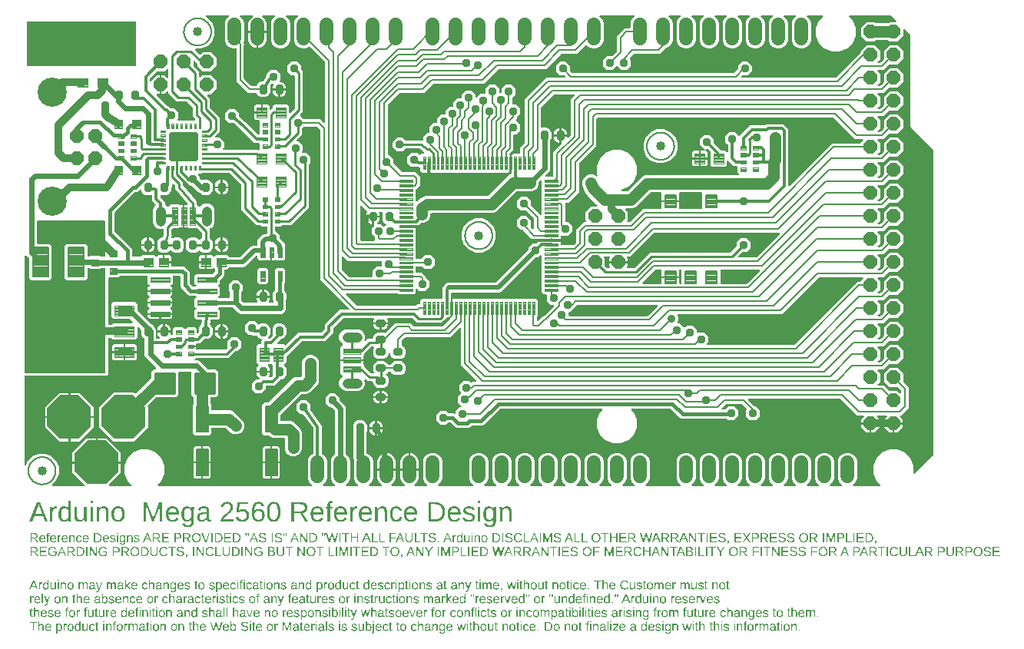
<source format=gtl>
G04 EAGLE Gerber RS-274X export*
G75*
%MOMM*%
%FSLAX34Y34*%
%LPD*%
%INTop Copper*%
%IPPOS*%
%AMOC8*
5,1,8,0,0,1.08239X$1,22.5*%
G01*
G04 Define Apertures*
%ADD10R,12.000000X5.000000*%
%ADD11P,1.64956X8X292.5*%
%ADD12C,1.524000*%
%ADD13C,0.140000*%
%ADD14C,0.120000*%
%ADD15C,0.240000*%
%ADD16P,5.22361X8X112.5*%
%ADD17C,0.127000*%
%ADD18C,1.016000*%
%ADD19C,0.540000*%
%ADD20C,0.100000*%
%ADD21C,0.121919*%
%ADD22C,0.220000*%
%ADD23C,0.718719*%
%ADD24C,0.101500*%
%ADD25P,1.57812X8X292.5*%
%ADD26C,3.216000*%
%ADD27C,0.190000*%
%ADD28C,0.102359*%
%ADD29C,0.102000*%
%ADD30P,1.64956X8X112.5*%
%ADD31P,1.64956X8X22.5*%
%ADD32C,0.116838*%
%ADD33C,0.640000*%
%ADD34P,1.64956X8X202.5*%
%ADD35C,0.105000*%
%ADD36C,0.210000*%
%ADD37C,1.117600*%
%ADD38C,0.099000*%
%ADD39C,0.812800*%
%ADD40C,1.270000*%
%ADD41C,0.304800*%
%ADD42C,0.406400*%
%ADD43C,0.254000*%
%ADD44C,0.508000*%
%ADD45C,0.609600*%
%ADD46P,0.989737X8X22.5*%
%ADD47C,0.203200*%
%ADD48C,0.914400*%
G36*
X72844Y7350D02*
X72448Y7270D01*
X38685Y7270D01*
X38334Y7333D01*
X37989Y7545D01*
X37756Y7875D01*
X37669Y8270D01*
X37743Y8667D01*
X37966Y9004D01*
X42509Y13547D01*
X45353Y20414D01*
X45353Y27846D01*
X42509Y34713D01*
X37253Y39969D01*
X30386Y42813D01*
X22954Y42813D01*
X16087Y39969D01*
X10831Y34713D01*
X9225Y30834D01*
X9038Y30540D01*
X8712Y30301D01*
X8318Y30208D01*
X7920Y30275D01*
X7579Y30493D01*
X7350Y30827D01*
X7270Y31223D01*
X7270Y127762D01*
X7338Y128128D01*
X7556Y128469D01*
X7890Y128698D01*
X8286Y128778D01*
X96738Y128778D01*
X97200Y128810D01*
X97617Y128900D01*
X98019Y129046D01*
X98395Y129248D01*
X98740Y129500D01*
X99046Y129798D01*
X99307Y130136D01*
X99519Y130506D01*
X99676Y130903D01*
X99775Y131312D01*
X99822Y131869D01*
X99822Y169672D01*
X99890Y170038D01*
X100108Y170379D01*
X100442Y170608D01*
X100838Y170688D01*
X102814Y170688D01*
X103195Y170614D01*
X103532Y170390D01*
X105267Y168656D01*
X129429Y168656D01*
X131572Y170799D01*
X131572Y181204D01*
X131635Y181555D01*
X131847Y181899D01*
X132177Y182133D01*
X132572Y182220D01*
X132969Y182146D01*
X133306Y181923D01*
X135672Y179557D01*
X135890Y179234D01*
X135970Y178838D01*
X135970Y174573D01*
X136981Y172131D01*
X138849Y170263D01*
X139327Y170065D01*
X139645Y169857D01*
X139874Y169523D01*
X139954Y169127D01*
X139954Y151187D01*
X140882Y148947D01*
X152397Y137432D01*
X152601Y137140D01*
X152694Y136746D01*
X152626Y136348D01*
X152408Y136007D01*
X152074Y135778D01*
X151678Y135698D01*
X149590Y135698D01*
X147102Y133210D01*
X147102Y127032D01*
X147028Y126650D01*
X146804Y126313D01*
X130131Y109640D01*
X129823Y109429D01*
X129429Y109342D01*
X129031Y109416D01*
X128694Y109640D01*
X128098Y110236D01*
X105583Y110236D01*
X89662Y94316D01*
X89662Y71801D01*
X105583Y55880D01*
X128098Y55880D01*
X144018Y71801D01*
X144018Y94316D01*
X143422Y94912D01*
X143211Y95219D01*
X143124Y95614D01*
X143198Y96012D01*
X143422Y96349D01*
X152377Y105304D01*
X152699Y105522D01*
X153096Y105602D01*
X174710Y105602D01*
X177198Y108090D01*
X177198Y132588D01*
X177266Y132954D01*
X177484Y133295D01*
X177818Y133524D01*
X178214Y133604D01*
X190086Y133604D01*
X190452Y133536D01*
X190793Y133318D01*
X191022Y132984D01*
X191102Y132588D01*
X191102Y108090D01*
X193504Y105688D01*
X193722Y105366D01*
X193802Y104970D01*
X193802Y98073D01*
X193728Y97692D01*
X193504Y97355D01*
X193152Y97003D01*
X193152Y65298D01*
X195348Y63102D01*
X211053Y63102D01*
X213248Y65298D01*
X213248Y70736D01*
X213316Y71102D01*
X213534Y71443D01*
X213868Y71672D01*
X214264Y71752D01*
X228226Y71752D01*
X228608Y71678D01*
X228945Y71454D01*
X234706Y65693D01*
X238161Y64262D01*
X241899Y64262D01*
X245354Y65693D01*
X247997Y68336D01*
X249428Y71791D01*
X249428Y75529D01*
X247997Y78984D01*
X237864Y89117D01*
X234409Y90548D01*
X214264Y90548D01*
X213898Y90616D01*
X213557Y90834D01*
X213328Y91168D01*
X213248Y91564D01*
X213248Y97003D01*
X212896Y97355D01*
X212678Y97677D01*
X212598Y98073D01*
X212598Y104586D01*
X212666Y104952D01*
X212884Y105293D01*
X213218Y105522D01*
X213614Y105602D01*
X218710Y105602D01*
X221198Y108090D01*
X221198Y133210D01*
X218710Y135698D01*
X209894Y135698D01*
X209513Y135772D01*
X209175Y135996D01*
X200303Y144868D01*
X198063Y145796D01*
X195816Y145796D01*
X195465Y145859D01*
X195121Y146071D01*
X194887Y146401D01*
X194801Y146796D01*
X194875Y147193D01*
X195098Y147530D01*
X196052Y148484D01*
X196374Y148702D01*
X196770Y148782D01*
X232359Y148782D01*
X239489Y155912D01*
X239811Y156130D01*
X240207Y156210D01*
X241916Y156210D01*
X246380Y160674D01*
X246380Y166986D01*
X241916Y171450D01*
X235604Y171450D01*
X231140Y166986D01*
X231140Y160367D01*
X231168Y160241D01*
X231093Y159844D01*
X230870Y159507D01*
X229079Y157716D01*
X228757Y157498D01*
X228361Y157418D01*
X197706Y157418D01*
X197340Y157486D01*
X196999Y157704D01*
X196770Y158038D01*
X196690Y158434D01*
X196690Y160084D01*
X189884Y160084D01*
X189884Y162116D01*
X196690Y162116D01*
X196690Y163488D01*
X196750Y163832D01*
X196960Y164178D01*
X197288Y164414D01*
X197683Y164503D01*
X198741Y164528D01*
X198764Y164528D01*
X200655Y164528D01*
X201962Y165895D01*
X201978Y165912D01*
X203427Y167361D01*
X203553Y167562D01*
X204868Y168938D01*
X205206Y169172D01*
X205602Y169252D01*
X209230Y169252D01*
X211671Y170263D01*
X213539Y172131D01*
X214550Y174573D01*
X214550Y181028D01*
X213539Y183469D01*
X212187Y184820D01*
X211955Y185179D01*
X211890Y185578D01*
X211955Y187230D01*
X211968Y187353D01*
X212390Y189949D01*
X212445Y190152D01*
X212663Y190493D01*
X212996Y190722D01*
X213393Y190802D01*
X220844Y190802D01*
X222928Y192886D01*
X222928Y200814D01*
X221260Y202482D01*
X221050Y202789D01*
X220963Y203184D01*
X221037Y203581D01*
X221260Y203918D01*
X221514Y204172D01*
X221836Y204390D01*
X222233Y204470D01*
X236068Y204470D01*
X236449Y204396D01*
X236787Y204172D01*
X242927Y198032D01*
X245167Y197104D01*
X290773Y197104D01*
X293013Y198032D01*
X294728Y199747D01*
X295656Y201987D01*
X295656Y212050D01*
X295733Y212439D01*
X295830Y212673D01*
X295830Y219128D01*
X294819Y221569D01*
X294278Y222110D01*
X294060Y222432D01*
X293980Y222828D01*
X293980Y230603D01*
X294054Y230984D01*
X294278Y231321D01*
X294698Y231741D01*
X294698Y245687D01*
X292623Y247762D01*
X285177Y247762D01*
X283102Y245687D01*
X283102Y231741D01*
X283522Y231321D01*
X283740Y230999D01*
X283820Y230603D01*
X283820Y224048D01*
X283746Y223667D01*
X283522Y223330D01*
X281761Y221569D01*
X280750Y219128D01*
X280750Y212673D01*
X281567Y210701D01*
X281644Y210344D01*
X281576Y209946D01*
X281358Y209605D01*
X281024Y209376D01*
X280628Y209296D01*
X277622Y209296D01*
X277263Y209361D01*
X276921Y209577D01*
X276690Y209908D01*
X276606Y210304D01*
X276683Y210701D01*
X277542Y212774D01*
X277542Y214884D01*
X263478Y214884D01*
X263478Y212774D01*
X264337Y210701D01*
X264413Y210344D01*
X264346Y209946D01*
X264128Y209605D01*
X263794Y209376D01*
X263398Y209296D01*
X249326Y209296D01*
X248945Y209370D01*
X248607Y209594D01*
X246424Y211777D01*
X246206Y212100D01*
X246126Y212496D01*
X246126Y220959D01*
X246200Y221340D01*
X246424Y221677D01*
X247650Y222904D01*
X247650Y229216D01*
X243186Y233680D01*
X236874Y233680D01*
X232410Y229216D01*
X232410Y222904D01*
X233636Y221677D01*
X233854Y221355D01*
X233934Y220959D01*
X233934Y215646D01*
X233866Y215280D01*
X233648Y214939D01*
X233314Y214710D01*
X232918Y214630D01*
X222233Y214630D01*
X221851Y214704D01*
X221514Y214928D01*
X221260Y215182D01*
X221050Y215489D01*
X220963Y215884D01*
X221037Y216281D01*
X221260Y216618D01*
X222928Y218286D01*
X222928Y226214D01*
X221260Y227882D01*
X221050Y228189D01*
X220963Y228584D01*
X221037Y228981D01*
X221260Y229318D01*
X222928Y230986D01*
X222928Y234373D01*
X223002Y234754D01*
X223226Y235091D01*
X226557Y238422D01*
X227330Y240290D01*
X227330Y244936D01*
X227398Y245302D01*
X227616Y245643D01*
X227950Y245872D01*
X228346Y245952D01*
X230870Y245952D01*
X233032Y248114D01*
X233354Y248332D01*
X233750Y248412D01*
X248762Y248412D01*
X250815Y249263D01*
X262367Y260814D01*
X262689Y261032D01*
X263085Y261112D01*
X263086Y261112D01*
X263452Y261044D01*
X263793Y260826D01*
X264022Y260492D01*
X264102Y260096D01*
X264102Y257741D01*
X266177Y255666D01*
X273623Y255666D01*
X274291Y256334D01*
X274598Y256545D01*
X274993Y256632D01*
X275391Y256558D01*
X275728Y256334D01*
X275888Y256174D01*
X278384Y256174D01*
X278384Y265730D01*
X280416Y265730D01*
X280416Y256174D01*
X282912Y256174D01*
X283072Y256334D01*
X283380Y256545D01*
X283775Y256632D01*
X284172Y256558D01*
X284509Y256334D01*
X285177Y255666D01*
X292623Y255666D01*
X294698Y257741D01*
X294698Y271729D01*
X294568Y271921D01*
X294488Y272317D01*
X294488Y273552D01*
X293637Y275605D01*
X288588Y280655D01*
X288370Y280977D01*
X288290Y281373D01*
X288290Y283826D01*
X284016Y288101D01*
X283798Y288423D01*
X283718Y288819D01*
X283718Y292586D01*
X283786Y292952D01*
X284004Y293293D01*
X284338Y293522D01*
X284734Y293602D01*
X290370Y293602D01*
X291302Y294534D01*
X291624Y294752D01*
X292020Y294832D01*
X300939Y294832D01*
X320548Y314441D01*
X320548Y361421D01*
X320622Y361802D01*
X320846Y362139D01*
X322580Y363874D01*
X322580Y370186D01*
X318116Y374650D01*
X314219Y374650D01*
X313868Y374713D01*
X313524Y374925D01*
X313290Y375255D01*
X313203Y375650D01*
X313277Y376047D01*
X313501Y376384D01*
X313690Y376574D01*
X313690Y382886D01*
X309226Y387350D01*
X308279Y387350D01*
X307928Y387413D01*
X307584Y387625D01*
X307350Y387955D01*
X307264Y388350D01*
X307338Y388747D01*
X307561Y389084D01*
X312928Y394451D01*
X312928Y400791D01*
X313002Y401172D01*
X313226Y401509D01*
X315025Y403308D01*
X315347Y403526D01*
X315743Y403606D01*
X329366Y403606D01*
X329747Y403532D01*
X330084Y403308D01*
X333458Y399934D01*
X333676Y399612D01*
X333756Y399216D01*
X333756Y234537D01*
X365136Y203156D01*
X365340Y202864D01*
X365433Y202470D01*
X365365Y202072D01*
X365148Y201731D01*
X364814Y201502D01*
X364418Y201422D01*
X354976Y201422D01*
X338328Y184774D01*
X338328Y180115D01*
X338254Y179733D01*
X338030Y179396D01*
X334954Y176320D01*
X334632Y176102D01*
X334235Y176022D01*
X309256Y176022D01*
X295951Y162717D01*
X295644Y162506D01*
X295249Y162420D01*
X294851Y162494D01*
X294514Y162717D01*
X293782Y163449D01*
X286668Y163449D01*
X286317Y163512D01*
X285972Y163724D01*
X285739Y164054D01*
X285652Y164449D01*
X285726Y164846D01*
X285949Y165183D01*
X289720Y168954D01*
X290042Y169172D01*
X290439Y169252D01*
X290510Y169252D01*
X292951Y170263D01*
X294819Y172131D01*
X295830Y174573D01*
X295830Y181028D01*
X294819Y183469D01*
X292951Y185337D01*
X290510Y186348D01*
X286071Y186348D01*
X283629Y185337D01*
X281761Y183469D01*
X280750Y181028D01*
X280750Y174572D01*
X280975Y174028D01*
X281053Y173656D01*
X280979Y173258D01*
X280755Y172921D01*
X277804Y169970D01*
X277482Y169752D01*
X277085Y169672D01*
X277032Y169672D01*
X276681Y169735D01*
X276337Y169947D01*
X276103Y170277D01*
X276016Y170672D01*
X276091Y171069D01*
X276314Y171406D01*
X277039Y172131D01*
X278050Y174573D01*
X278050Y181028D01*
X277039Y183469D01*
X275171Y185337D01*
X272730Y186348D01*
X268291Y186348D01*
X265777Y185307D01*
X265404Y185229D01*
X265006Y185304D01*
X264669Y185527D01*
X260966Y189230D01*
X254654Y189230D01*
X250190Y184766D01*
X250190Y178454D01*
X254654Y173990D01*
X256851Y173990D01*
X257410Y173823D01*
X257532Y173701D01*
X257794Y173649D01*
X258313Y173371D01*
X258456Y173228D01*
X259797Y173228D01*
X259996Y173208D01*
X261310Y172945D01*
X261478Y173057D01*
X262042Y173228D01*
X262848Y173228D01*
X263222Y173157D01*
X263561Y172936D01*
X263787Y172601D01*
X263981Y172131D01*
X265849Y170263D01*
X268296Y169250D01*
X268634Y169189D01*
X268979Y168977D01*
X269212Y168647D01*
X269299Y168252D01*
X269225Y167855D01*
X269002Y167518D01*
X268478Y166994D01*
X268478Y164465D01*
X268410Y164099D01*
X268192Y163758D01*
X267858Y163529D01*
X267462Y163449D01*
X265018Y163449D01*
X262890Y161321D01*
X262890Y143479D01*
X265306Y141062D01*
X265517Y140755D01*
X265604Y140360D01*
X265530Y139963D01*
X265306Y139625D01*
X264412Y138731D01*
X263478Y136476D01*
X263478Y134366D01*
X277542Y134366D01*
X277542Y136476D01*
X276608Y138731D01*
X275722Y139617D01*
X275518Y139909D01*
X275425Y140303D01*
X275493Y140701D01*
X275711Y141042D01*
X276045Y141271D01*
X276441Y141351D01*
X278542Y141351D01*
X278682Y141490D01*
X278989Y141701D01*
X279384Y141788D01*
X279781Y141714D01*
X280118Y141490D01*
X280280Y141329D01*
X280528Y141283D01*
X280869Y141065D01*
X281098Y140731D01*
X281178Y140335D01*
X281178Y137813D01*
X281101Y137424D01*
X280750Y136578D01*
X280750Y130122D01*
X280975Y129578D01*
X281053Y129206D01*
X280979Y128808D01*
X280755Y128471D01*
X279464Y127180D01*
X279142Y126962D01*
X278745Y126882D01*
X277678Y126882D01*
X277320Y126947D01*
X276977Y127163D01*
X276746Y127494D01*
X276662Y127890D01*
X276740Y128287D01*
X277542Y130224D01*
X277542Y132334D01*
X263478Y132334D01*
X263478Y130224D01*
X264412Y127969D01*
X266187Y126194D01*
X266391Y125902D01*
X266484Y125508D01*
X266416Y125110D01*
X266198Y124769D01*
X265864Y124540D01*
X265468Y124460D01*
X262274Y124460D01*
X257810Y119996D01*
X257810Y113684D01*
X262274Y109220D01*
X268586Y109220D01*
X273050Y113684D01*
X273050Y116722D01*
X273118Y117088D01*
X273336Y117429D01*
X273670Y117658D01*
X274066Y117738D01*
X282954Y117738D01*
X289720Y124504D01*
X290042Y124722D01*
X290439Y124802D01*
X290510Y124802D01*
X292951Y125813D01*
X294819Y127681D01*
X295830Y130123D01*
X295830Y136578D01*
X294819Y139019D01*
X293853Y139985D01*
X293642Y140292D01*
X293555Y140687D01*
X293630Y141084D01*
X293853Y141421D01*
X295910Y143479D01*
X295910Y149323D01*
X295984Y149705D01*
X296208Y150042D01*
X312746Y166580D01*
X313068Y166798D01*
X313465Y166878D01*
X338444Y166878D01*
X347472Y175906D01*
X347472Y180565D01*
X347546Y180947D01*
X347770Y181284D01*
X358466Y191980D01*
X358788Y192198D01*
X359185Y192278D01*
X391927Y192278D01*
X392285Y192213D01*
X392628Y191997D01*
X392859Y191666D01*
X392943Y191270D01*
X392865Y190873D01*
X392010Y188808D01*
X392010Y187706D01*
X408090Y187706D01*
X408090Y188808D01*
X407235Y190873D01*
X407158Y191230D01*
X407226Y191628D01*
X407444Y191969D01*
X407777Y192198D01*
X408173Y192278D01*
X434925Y192278D01*
X435306Y192204D01*
X435643Y191980D01*
X440171Y187452D01*
X467117Y187452D01*
X469237Y189572D01*
X469559Y189790D01*
X469878Y189854D01*
X472642Y192618D01*
X472964Y192836D01*
X473361Y192916D01*
X475946Y192916D01*
X476297Y192853D01*
X476641Y192641D01*
X476875Y192311D01*
X476962Y191916D01*
X476888Y191519D01*
X476664Y191182D01*
X469168Y183686D01*
X468846Y183468D01*
X468450Y183388D01*
X436190Y183388D01*
X435809Y183462D01*
X435472Y183686D01*
X432213Y186944D01*
X416147Y186944D01*
X405437Y176234D01*
X405122Y176020D01*
X404727Y175937D01*
X404330Y176014D01*
X403278Y176450D01*
X396823Y176450D01*
X394381Y175439D01*
X392513Y173571D01*
X391502Y171130D01*
X391502Y170434D01*
X391434Y170068D01*
X391216Y169727D01*
X390882Y169498D01*
X390486Y169418D01*
X385561Y169418D01*
X383766Y167622D01*
X383481Y167422D01*
X383088Y167326D01*
X382689Y167390D01*
X382346Y167605D01*
X382115Y167937D01*
X382031Y168333D01*
X382109Y168730D01*
X382524Y169732D01*
X382524Y173168D01*
X381209Y176342D01*
X378780Y178771D01*
X375606Y180086D01*
X360994Y180086D01*
X357820Y178771D01*
X355391Y176342D01*
X354076Y173168D01*
X354076Y169732D01*
X355391Y166558D01*
X357630Y164319D01*
X357840Y164012D01*
X357927Y163617D01*
X357853Y163220D01*
X357630Y162883D01*
X355252Y160505D01*
X355252Y151595D01*
X355462Y151385D01*
X355680Y151062D01*
X355760Y150666D01*
X355760Y147066D01*
X380840Y147066D01*
X380840Y150666D01*
X380914Y151048D01*
X381138Y151385D01*
X381348Y151595D01*
X381348Y152571D01*
X381422Y152952D01*
X381646Y153289D01*
X388841Y160484D01*
X389163Y160702D01*
X389559Y160782D01*
X391482Y160782D01*
X391841Y160717D01*
X392183Y160501D01*
X392414Y160170D01*
X392498Y159774D01*
X392421Y159377D01*
X391502Y157160D01*
X391502Y152721D01*
X392513Y150279D01*
X394381Y148411D01*
X396823Y147400D01*
X403278Y147400D01*
X405719Y148411D01*
X407587Y150279D01*
X408636Y152813D01*
X408829Y153113D01*
X409156Y153350D01*
X409551Y153440D01*
X409949Y153369D01*
X410288Y153148D01*
X410514Y152813D01*
X411563Y150279D01*
X413431Y148411D01*
X415873Y147400D01*
X422328Y147400D01*
X424769Y148411D01*
X426637Y150279D01*
X427648Y152721D01*
X427648Y157160D01*
X426637Y159601D01*
X424769Y161469D01*
X423791Y161874D01*
X423473Y162083D01*
X423244Y162416D01*
X423164Y162812D01*
X423164Y166806D01*
X423238Y167187D01*
X423462Y167524D01*
X426836Y170898D01*
X427158Y171116D01*
X427554Y171196D01*
X476983Y171196D01*
X486962Y181174D01*
X487254Y181378D01*
X487648Y181471D01*
X488046Y181403D01*
X488387Y181186D01*
X488616Y180852D01*
X488696Y180456D01*
X488696Y140557D01*
X505344Y123908D01*
X505548Y123616D01*
X505641Y123222D01*
X505573Y122824D01*
X505356Y122483D01*
X505022Y122254D01*
X504626Y122174D01*
X501237Y122174D01*
X500438Y121375D01*
X500131Y121165D01*
X499736Y121078D01*
X499338Y121152D01*
X499001Y121375D01*
X497186Y123190D01*
X490874Y123190D01*
X486410Y118726D01*
X486410Y112414D01*
X488020Y110803D01*
X488231Y110496D01*
X488318Y110101D01*
X488244Y109704D01*
X488020Y109367D01*
X484680Y106026D01*
X484680Y99714D01*
X488679Y95714D01*
X488883Y95422D01*
X488976Y95028D01*
X488909Y94630D01*
X488691Y94289D01*
X488357Y94060D01*
X487961Y93980D01*
X487064Y93980D01*
X482600Y89516D01*
X482600Y87991D01*
X482535Y87632D01*
X482319Y87290D01*
X481988Y87059D01*
X481592Y86975D01*
X481195Y87052D01*
X480757Y87234D01*
X480750Y87237D01*
X479821Y87630D01*
X478814Y87630D01*
X478806Y87630D01*
X474707Y87662D01*
X474334Y87736D01*
X473997Y87960D01*
X471706Y90250D01*
X465394Y90250D01*
X460930Y85786D01*
X460930Y79474D01*
X465394Y75010D01*
X471706Y75010D01*
X473901Y77205D01*
X474231Y77425D01*
X474627Y77502D01*
X476253Y77490D01*
X476627Y77415D01*
X476964Y77192D01*
X482262Y71893D01*
X484130Y71120D01*
X496310Y71120D01*
X498178Y71893D01*
X499647Y73362D01*
X499969Y73580D01*
X500365Y73660D01*
X511550Y73660D01*
X513418Y74433D01*
X531397Y92412D01*
X531719Y92630D01*
X532115Y92710D01*
X643344Y92710D01*
X643696Y92647D01*
X644040Y92435D01*
X644274Y92105D01*
X644360Y91710D01*
X644286Y91313D01*
X644063Y90976D01*
X641749Y88662D01*
X638400Y80576D01*
X638400Y71824D01*
X641749Y63738D01*
X647938Y57549D01*
X656024Y54200D01*
X664776Y54200D01*
X672862Y57549D01*
X679051Y63738D01*
X682400Y71824D01*
X682400Y80576D01*
X679051Y88662D01*
X676737Y90976D01*
X676533Y91268D01*
X676440Y91662D01*
X676508Y92060D01*
X676726Y92401D01*
X677059Y92630D01*
X677456Y92710D01*
X718835Y92710D01*
X719216Y92636D01*
X719553Y92412D01*
X729912Y82053D01*
X731780Y81280D01*
X781283Y81280D01*
X781664Y81206D01*
X782001Y80982D01*
X782974Y80010D01*
X789286Y80010D01*
X793750Y84474D01*
X793750Y90786D01*
X789286Y95250D01*
X782974Y95250D01*
X779461Y91738D01*
X779139Y91520D01*
X778743Y91440D01*
X776550Y91440D01*
X776199Y91503D01*
X775855Y91715D01*
X775621Y92045D01*
X775534Y92440D01*
X775609Y92837D01*
X775832Y93174D01*
X779896Y97238D01*
X780218Y97456D01*
X780614Y97536D01*
X797996Y97536D01*
X798377Y97462D01*
X798714Y97238D01*
X803185Y92768D01*
X803395Y92461D01*
X803482Y92066D01*
X803408Y91668D01*
X803185Y91331D01*
X802640Y90786D01*
X802640Y84474D01*
X807104Y80010D01*
X813416Y80010D01*
X817880Y84474D01*
X817880Y90786D01*
X813416Y95250D01*
X812618Y95250D01*
X812237Y95324D01*
X811900Y95548D01*
X805296Y102152D01*
X805092Y102444D01*
X804999Y102838D01*
X805067Y103236D01*
X805284Y103577D01*
X805618Y103806D01*
X806014Y103886D01*
X905946Y103886D01*
X906327Y103812D01*
X906664Y103588D01*
X925417Y84836D01*
X931615Y84836D01*
X931966Y84773D01*
X932310Y84561D01*
X932544Y84231D01*
X932631Y83836D01*
X932556Y83439D01*
X932333Y83102D01*
X929640Y80408D01*
X929640Y77216D01*
X949960Y77216D01*
X949960Y80408D01*
X947267Y83102D01*
X947063Y83394D01*
X946970Y83788D01*
X947038Y84186D01*
X947255Y84527D01*
X947589Y84756D01*
X947985Y84836D01*
X957015Y84836D01*
X957366Y84773D01*
X957710Y84561D01*
X957944Y84231D01*
X958031Y83836D01*
X957956Y83439D01*
X957733Y83102D01*
X955040Y80408D01*
X955040Y77216D01*
X975360Y77216D01*
X975360Y80408D01*
X972667Y83102D01*
X972463Y83394D01*
X972370Y83788D01*
X972438Y84186D01*
X972655Y84527D01*
X972989Y84756D01*
X973195Y84797D01*
X981964Y93567D01*
X981964Y115983D01*
X976166Y121782D01*
X975948Y122104D01*
X975868Y122500D01*
X975868Y131419D01*
X969619Y137668D01*
X960781Y137668D01*
X954532Y131419D01*
X954532Y122581D01*
X960781Y116332D01*
X969700Y116332D01*
X970081Y116258D01*
X970418Y116034D01*
X973538Y112914D01*
X973756Y112592D01*
X973836Y112196D01*
X973836Y110504D01*
X973773Y110153D01*
X973561Y109809D01*
X973231Y109575D01*
X972836Y109488D01*
X972439Y109562D01*
X972102Y109785D01*
X969619Y112268D01*
X960700Y112268D01*
X960319Y112342D01*
X959982Y112566D01*
X954183Y118364D01*
X948704Y118364D01*
X948353Y118427D01*
X948009Y118639D01*
X947775Y118969D01*
X947688Y119364D01*
X947762Y119761D01*
X947985Y120098D01*
X950468Y122581D01*
X950468Y131419D01*
X947985Y133902D01*
X947781Y134194D01*
X947688Y134588D01*
X947756Y134986D01*
X947974Y135327D01*
X948307Y135556D01*
X948704Y135636D01*
X954183Y135636D01*
X959982Y141434D01*
X960304Y141652D01*
X960700Y141732D01*
X969619Y141732D01*
X975868Y147981D01*
X975868Y156819D01*
X969619Y163068D01*
X960781Y163068D01*
X954532Y156819D01*
X954532Y147900D01*
X954458Y147519D01*
X954234Y147182D01*
X951114Y144062D01*
X950792Y143844D01*
X950396Y143764D01*
X948704Y143764D01*
X948353Y143827D01*
X948009Y144039D01*
X947775Y144369D01*
X947688Y144764D01*
X947762Y145161D01*
X947985Y145498D01*
X950468Y147981D01*
X950468Y156819D01*
X947985Y159302D01*
X947781Y159594D01*
X947688Y159988D01*
X947756Y160386D01*
X947974Y160727D01*
X948307Y160956D01*
X948704Y161036D01*
X954183Y161036D01*
X959982Y166834D01*
X960304Y167052D01*
X960700Y167132D01*
X969619Y167132D01*
X975868Y173381D01*
X975868Y182219D01*
X969619Y188468D01*
X960781Y188468D01*
X954532Y182219D01*
X954532Y173300D01*
X954458Y172919D01*
X954234Y172582D01*
X951114Y169462D01*
X950792Y169244D01*
X950396Y169164D01*
X948704Y169164D01*
X948353Y169227D01*
X948009Y169439D01*
X947775Y169769D01*
X947688Y170164D01*
X947762Y170561D01*
X947985Y170898D01*
X950468Y173381D01*
X950468Y182219D01*
X947985Y184702D01*
X947781Y184994D01*
X947688Y185388D01*
X947756Y185786D01*
X947974Y186127D01*
X948307Y186356D01*
X948704Y186436D01*
X954183Y186436D01*
X959982Y192234D01*
X960304Y192452D01*
X960700Y192532D01*
X969619Y192532D01*
X975868Y198781D01*
X975868Y207619D01*
X969619Y213868D01*
X960781Y213868D01*
X954532Y207619D01*
X954532Y198700D01*
X954458Y198319D01*
X954234Y197982D01*
X951114Y194862D01*
X950792Y194644D01*
X950396Y194564D01*
X948704Y194564D01*
X948353Y194627D01*
X948009Y194839D01*
X947775Y195169D01*
X947688Y195564D01*
X947762Y195961D01*
X947985Y196298D01*
X950468Y198781D01*
X950468Y207619D01*
X947985Y210102D01*
X947781Y210394D01*
X947688Y210788D01*
X947756Y211186D01*
X947974Y211527D01*
X948307Y211756D01*
X948704Y211836D01*
X954183Y211836D01*
X959982Y217634D01*
X960304Y217852D01*
X960700Y217932D01*
X969619Y217932D01*
X975868Y224181D01*
X975868Y233019D01*
X969619Y239268D01*
X960781Y239268D01*
X954532Y233019D01*
X954532Y224100D01*
X954458Y223719D01*
X954234Y223382D01*
X951114Y220262D01*
X950792Y220044D01*
X950396Y219964D01*
X948704Y219964D01*
X948353Y220027D01*
X948009Y220239D01*
X947775Y220569D01*
X947688Y220964D01*
X947762Y221361D01*
X947985Y221698D01*
X950468Y224181D01*
X950468Y233019D01*
X947985Y235502D01*
X947781Y235794D01*
X947688Y236188D01*
X947756Y236586D01*
X947974Y236927D01*
X948307Y237156D01*
X948704Y237236D01*
X954183Y237236D01*
X959982Y243034D01*
X960304Y243252D01*
X960700Y243332D01*
X969619Y243332D01*
X975868Y249581D01*
X975868Y258419D01*
X969619Y264668D01*
X960781Y264668D01*
X954532Y258419D01*
X954532Y249500D01*
X954458Y249119D01*
X954234Y248782D01*
X951114Y245662D01*
X950792Y245444D01*
X950396Y245364D01*
X948704Y245364D01*
X948353Y245427D01*
X948009Y245639D01*
X947775Y245969D01*
X947688Y246364D01*
X947762Y246761D01*
X947985Y247098D01*
X950468Y249581D01*
X950468Y258419D01*
X947985Y260902D01*
X947781Y261194D01*
X947688Y261588D01*
X947756Y261986D01*
X947974Y262327D01*
X948307Y262556D01*
X948704Y262636D01*
X954183Y262636D01*
X959982Y268434D01*
X960304Y268652D01*
X960700Y268732D01*
X969619Y268732D01*
X975868Y274981D01*
X975868Y283819D01*
X969619Y290068D01*
X960781Y290068D01*
X954532Y283819D01*
X954532Y274900D01*
X954458Y274519D01*
X954234Y274182D01*
X951114Y271062D01*
X950792Y270844D01*
X950396Y270764D01*
X948704Y270764D01*
X948353Y270827D01*
X948009Y271039D01*
X947775Y271369D01*
X947688Y271764D01*
X947762Y272161D01*
X947985Y272498D01*
X950468Y274981D01*
X950468Y283819D01*
X947985Y286302D01*
X947781Y286594D01*
X947688Y286988D01*
X947756Y287386D01*
X947974Y287727D01*
X948307Y287956D01*
X948704Y288036D01*
X954183Y288036D01*
X959982Y293834D01*
X960304Y294052D01*
X960700Y294132D01*
X969619Y294132D01*
X975868Y300381D01*
X975868Y309219D01*
X969619Y315468D01*
X960781Y315468D01*
X954532Y309219D01*
X954532Y300300D01*
X954458Y299919D01*
X954234Y299582D01*
X951114Y296462D01*
X950792Y296244D01*
X950396Y296164D01*
X948704Y296164D01*
X948353Y296227D01*
X948009Y296439D01*
X947775Y296769D01*
X947688Y297164D01*
X947762Y297561D01*
X947985Y297898D01*
X950468Y300381D01*
X950468Y309219D01*
X947985Y311702D01*
X947781Y311994D01*
X947688Y312388D01*
X947756Y312786D01*
X947974Y313127D01*
X948307Y313356D01*
X948704Y313436D01*
X954183Y313436D01*
X959982Y319234D01*
X960304Y319452D01*
X960700Y319532D01*
X969619Y319532D01*
X975868Y325781D01*
X975868Y334619D01*
X969619Y340868D01*
X960781Y340868D01*
X954532Y334619D01*
X954532Y325700D01*
X954458Y325319D01*
X954234Y324982D01*
X951114Y321862D01*
X950792Y321644D01*
X950396Y321564D01*
X948704Y321564D01*
X948353Y321627D01*
X948009Y321839D01*
X947775Y322169D01*
X947688Y322564D01*
X947762Y322961D01*
X947985Y323298D01*
X950468Y325781D01*
X950468Y334619D01*
X947985Y337102D01*
X947781Y337394D01*
X947688Y337788D01*
X947756Y338186D01*
X947974Y338527D01*
X948307Y338756D01*
X948704Y338836D01*
X954183Y338836D01*
X959982Y344634D01*
X960304Y344852D01*
X960700Y344932D01*
X969619Y344932D01*
X975868Y351181D01*
X975868Y360019D01*
X969619Y366268D01*
X960781Y366268D01*
X954532Y360019D01*
X954532Y351100D01*
X954458Y350719D01*
X954234Y350382D01*
X951114Y347262D01*
X950792Y347044D01*
X950396Y346964D01*
X948704Y346964D01*
X948353Y347027D01*
X948009Y347239D01*
X947775Y347569D01*
X947688Y347964D01*
X947762Y348361D01*
X947985Y348698D01*
X950468Y351181D01*
X950468Y360019D01*
X947985Y362502D01*
X947781Y362794D01*
X947688Y363188D01*
X947756Y363586D01*
X947974Y363927D01*
X948307Y364156D01*
X948704Y364236D01*
X954183Y364236D01*
X959982Y370034D01*
X960304Y370252D01*
X960700Y370332D01*
X969619Y370332D01*
X975868Y376581D01*
X975868Y385419D01*
X969619Y391668D01*
X960781Y391668D01*
X954532Y385419D01*
X954532Y376500D01*
X954458Y376119D01*
X954234Y375782D01*
X951114Y372662D01*
X950792Y372444D01*
X950396Y372364D01*
X948704Y372364D01*
X948353Y372427D01*
X948009Y372639D01*
X947775Y372969D01*
X947688Y373364D01*
X947762Y373761D01*
X947985Y374098D01*
X950468Y376581D01*
X950468Y385419D01*
X947985Y387902D01*
X947781Y388194D01*
X947688Y388588D01*
X947756Y388986D01*
X947974Y389327D01*
X948307Y389556D01*
X948704Y389636D01*
X954183Y389636D01*
X959982Y395434D01*
X960304Y395652D01*
X960700Y395732D01*
X969619Y395732D01*
X975868Y401981D01*
X975868Y410819D01*
X969619Y417068D01*
X960781Y417068D01*
X954532Y410819D01*
X954532Y401900D01*
X954458Y401519D01*
X954234Y401182D01*
X951114Y398062D01*
X950792Y397844D01*
X950396Y397764D01*
X948704Y397764D01*
X948353Y397827D01*
X948009Y398039D01*
X947775Y398369D01*
X947688Y398764D01*
X947762Y399161D01*
X947985Y399498D01*
X950468Y401981D01*
X950468Y410819D01*
X947985Y413302D01*
X947781Y413594D01*
X947688Y413988D01*
X947756Y414386D01*
X947974Y414727D01*
X948307Y414956D01*
X948704Y415036D01*
X954183Y415036D01*
X959982Y420834D01*
X960304Y421052D01*
X960700Y421132D01*
X969619Y421132D01*
X975868Y427381D01*
X975868Y436219D01*
X969619Y442468D01*
X960781Y442468D01*
X954532Y436219D01*
X954532Y427300D01*
X954458Y426919D01*
X954234Y426582D01*
X951114Y423462D01*
X950792Y423244D01*
X950396Y423164D01*
X948704Y423164D01*
X948353Y423227D01*
X948009Y423439D01*
X947775Y423769D01*
X947688Y424164D01*
X947762Y424561D01*
X947985Y424898D01*
X950468Y427381D01*
X950468Y436219D01*
X947985Y438702D01*
X947781Y438994D01*
X947688Y439388D01*
X947756Y439786D01*
X947974Y440127D01*
X948307Y440356D01*
X948704Y440436D01*
X954183Y440436D01*
X959982Y446234D01*
X960304Y446452D01*
X960700Y446532D01*
X969619Y446532D01*
X975868Y452781D01*
X975868Y461619D01*
X969619Y467868D01*
X960781Y467868D01*
X954532Y461619D01*
X954532Y452700D01*
X954458Y452319D01*
X954234Y451982D01*
X951114Y448862D01*
X950792Y448644D01*
X950396Y448564D01*
X948704Y448564D01*
X948353Y448627D01*
X948009Y448839D01*
X947775Y449169D01*
X947688Y449564D01*
X947762Y449961D01*
X947985Y450298D01*
X950468Y452781D01*
X950468Y461619D01*
X947985Y464102D01*
X947781Y464394D01*
X947688Y464788D01*
X947756Y465186D01*
X947974Y465527D01*
X948307Y465756D01*
X948704Y465836D01*
X954183Y465836D01*
X959982Y471634D01*
X960304Y471852D01*
X960700Y471932D01*
X969619Y471932D01*
X975868Y478181D01*
X975868Y487019D01*
X969619Y493268D01*
X960781Y493268D01*
X954532Y487019D01*
X954532Y478100D01*
X954458Y477719D01*
X954234Y477382D01*
X951114Y474262D01*
X950792Y474044D01*
X950396Y473964D01*
X948704Y473964D01*
X948353Y474027D01*
X948009Y474239D01*
X947775Y474569D01*
X947688Y474964D01*
X947762Y475361D01*
X947985Y475698D01*
X950468Y478181D01*
X950468Y487019D01*
X944219Y493268D01*
X935381Y493268D01*
X929132Y487019D01*
X929132Y485720D01*
X929058Y485339D01*
X928834Y485002D01*
X901584Y457752D01*
X901262Y457534D01*
X900866Y457454D01*
X798394Y457454D01*
X798043Y457517D01*
X797699Y457729D01*
X797465Y458059D01*
X797378Y458454D01*
X797453Y458851D01*
X797676Y459188D01*
X797930Y459442D01*
X798252Y459660D01*
X798648Y459740D01*
X804526Y459740D01*
X808990Y464204D01*
X808990Y470516D01*
X804526Y474980D01*
X798214Y474980D01*
X793750Y470516D01*
X793750Y467178D01*
X793676Y466797D01*
X793452Y466460D01*
X789824Y462832D01*
X789502Y462614D01*
X789106Y462534D01*
X611704Y462534D01*
X611323Y462608D01*
X610986Y462832D01*
X608628Y465190D01*
X608410Y465512D01*
X608330Y465908D01*
X608330Y470516D01*
X603866Y474980D01*
X597554Y474980D01*
X593090Y470516D01*
X593090Y464204D01*
X597554Y459740D01*
X602162Y459740D01*
X602543Y459666D01*
X602880Y459442D01*
X603134Y459188D01*
X603338Y458896D01*
X603431Y458502D01*
X603363Y458104D01*
X603146Y457763D01*
X602812Y457534D01*
X602416Y457454D01*
X582517Y457454D01*
X558546Y433483D01*
X558546Y385644D01*
X558472Y385263D01*
X558248Y384926D01*
X553936Y380613D01*
X553936Y375028D01*
X553868Y374662D01*
X553650Y374321D01*
X553316Y374092D01*
X552920Y374012D01*
X545285Y374012D01*
X545074Y373802D01*
X544752Y373584D01*
X544356Y373504D01*
X544264Y373504D01*
X543913Y373567D01*
X543569Y373779D01*
X543335Y374109D01*
X543248Y374504D01*
X543323Y374901D01*
X543546Y375238D01*
X546354Y378047D01*
X546354Y393954D01*
X546422Y394320D01*
X546640Y394661D01*
X546974Y394890D01*
X547370Y394970D01*
X549256Y394970D01*
X553720Y399434D01*
X553720Y405746D01*
X549365Y410101D01*
X549155Y410408D01*
X549068Y410803D01*
X549142Y411201D01*
X549365Y411538D01*
X550164Y412337D01*
X550164Y413237D01*
X550238Y413618D01*
X550462Y413955D01*
X553720Y417214D01*
X553720Y423526D01*
X549256Y427990D01*
X546100Y427990D01*
X545734Y428058D01*
X545393Y428276D01*
X545164Y428610D01*
X545084Y429006D01*
X545084Y434827D01*
X545158Y435208D01*
X545382Y435545D01*
X548640Y438804D01*
X548640Y445116D01*
X544176Y449580D01*
X537864Y449580D01*
X533400Y445116D01*
X533400Y441706D01*
X533332Y441340D01*
X533114Y440999D01*
X532780Y440770D01*
X532384Y440690D01*
X531876Y440690D01*
X531510Y440758D01*
X531169Y440976D01*
X530940Y441310D01*
X530860Y441706D01*
X530860Y445116D01*
X526396Y449580D01*
X520084Y449580D01*
X515620Y445116D01*
X515620Y440436D01*
X515552Y440070D01*
X515334Y439729D01*
X515000Y439500D01*
X514604Y439420D01*
X509924Y439420D01*
X505924Y435421D01*
X505632Y435217D01*
X505238Y435124D01*
X504840Y435191D01*
X504499Y435409D01*
X504270Y435743D01*
X504190Y436139D01*
X504190Y438766D01*
X499726Y443230D01*
X493414Y443230D01*
X488950Y438766D01*
X488950Y435356D01*
X488882Y434990D01*
X488664Y434649D01*
X488330Y434420D01*
X487934Y434340D01*
X484524Y434340D01*
X480060Y429876D01*
X480060Y426466D01*
X479992Y426100D01*
X479774Y425759D01*
X479440Y425530D01*
X479044Y425450D01*
X475634Y425450D01*
X471170Y420986D01*
X471170Y417576D01*
X471102Y417210D01*
X470884Y416869D01*
X470550Y416640D01*
X470154Y416560D01*
X466744Y416560D01*
X462280Y412096D01*
X462280Y408686D01*
X462212Y408320D01*
X461994Y407979D01*
X461660Y407750D01*
X461264Y407670D01*
X457854Y407670D01*
X453390Y403206D01*
X453390Y397256D01*
X453322Y396890D01*
X453104Y396549D01*
X452770Y396320D01*
X452374Y396240D01*
X451504Y396240D01*
X447040Y391776D01*
X447040Y389076D01*
X447006Y388817D01*
X446827Y388454D01*
X446521Y388190D01*
X446136Y388066D01*
X444317Y387864D01*
X444205Y387858D01*
X427757Y387858D01*
X427376Y387932D01*
X427039Y388156D01*
X424034Y391160D01*
X417722Y391160D01*
X413258Y386696D01*
X413258Y380384D01*
X417722Y375920D01*
X424034Y375920D01*
X427039Y378924D01*
X427361Y379142D01*
X427757Y379222D01*
X442629Y379222D01*
X442904Y379184D01*
X443264Y378999D01*
X447236Y375821D01*
X447524Y375454D01*
X447617Y375060D01*
X447549Y374662D01*
X447331Y374321D01*
X446998Y374092D01*
X446601Y374012D01*
X445285Y374012D01*
X443698Y372425D01*
X443391Y372215D01*
X442996Y372128D01*
X442598Y372202D01*
X442261Y372425D01*
X440036Y374650D01*
X433724Y374650D01*
X429260Y370186D01*
X429260Y363874D01*
X433724Y359410D01*
X438883Y359410D01*
X439265Y359336D01*
X439602Y359112D01*
X439822Y358892D01*
X439879Y358892D01*
X440115Y358864D01*
X440482Y358694D01*
X440527Y358660D01*
X441984Y358881D01*
X442136Y358892D01*
X442186Y358892D01*
X442552Y358824D01*
X442893Y358606D01*
X443122Y358272D01*
X443202Y357876D01*
X443202Y354999D01*
X445285Y352916D01*
X450715Y352916D01*
X450926Y353126D01*
X451248Y353344D01*
X451644Y353424D01*
X451984Y353424D01*
X451984Y364480D01*
X454016Y364480D01*
X454016Y353424D01*
X454356Y353424D01*
X454737Y353350D01*
X455074Y353126D01*
X455285Y352916D01*
X540715Y352916D01*
X540926Y353126D01*
X541248Y353344D01*
X541644Y353424D01*
X541984Y353424D01*
X541984Y364480D01*
X544016Y364480D01*
X544016Y352916D01*
X543403Y352916D01*
X543480Y352804D01*
X543560Y352408D01*
X543560Y351429D01*
X543489Y351055D01*
X543268Y350716D01*
X542933Y350490D01*
X540776Y349597D01*
X518375Y327196D01*
X518053Y326978D01*
X517656Y326898D01*
X451542Y326898D01*
X451408Y326907D01*
X450241Y327063D01*
X449750Y326932D01*
X449489Y326898D01*
X448981Y326898D01*
X447893Y326448D01*
X447765Y326404D01*
X446628Y326102D01*
X446224Y325793D01*
X445996Y325662D01*
X445526Y325467D01*
X444694Y324635D01*
X444593Y324546D01*
X440834Y321673D01*
X440606Y321542D01*
X439953Y321271D01*
X439596Y321194D01*
X439198Y321262D01*
X438857Y321480D01*
X438628Y321814D01*
X438548Y322210D01*
X438548Y333384D01*
X438616Y333750D01*
X438834Y334091D01*
X439038Y334231D01*
X443484Y338677D01*
X443484Y348393D01*
X438563Y353314D01*
X423744Y353314D01*
X423363Y353388D01*
X423026Y353612D01*
X414318Y362320D01*
X414100Y362642D01*
X414020Y363038D01*
X414020Y367646D01*
X409556Y372110D01*
X408940Y372110D01*
X408574Y372178D01*
X408233Y372396D01*
X408004Y372730D01*
X407924Y373126D01*
X407924Y427156D01*
X407998Y427537D01*
X408222Y427874D01*
X420486Y440138D01*
X420808Y440356D01*
X421204Y440436D01*
X447453Y440436D01*
X457316Y450298D01*
X457638Y450516D01*
X458034Y450596D01*
X513493Y450596D01*
X529706Y466808D01*
X530028Y467026D01*
X530424Y467106D01*
X582073Y467106D01*
X598286Y483318D01*
X598608Y483536D01*
X599004Y483616D01*
X616363Y483616D01*
X625802Y493054D01*
X626109Y493265D01*
X626504Y493352D01*
X626902Y493278D01*
X627239Y493054D01*
X628957Y491336D01*
X632878Y489712D01*
X637122Y489712D01*
X641043Y491336D01*
X644044Y494337D01*
X645668Y498258D01*
X645668Y517742D01*
X644044Y521663D01*
X641311Y524396D01*
X641107Y524688D01*
X641014Y525082D01*
X641082Y525480D01*
X641300Y525821D01*
X641633Y526050D01*
X642030Y526130D01*
X678770Y526130D01*
X679121Y526067D01*
X679465Y525855D01*
X679699Y525525D01*
X679786Y525130D01*
X679712Y524733D01*
X679489Y524396D01*
X676756Y521663D01*
X675132Y517742D01*
X675132Y513080D01*
X675064Y512714D01*
X674846Y512373D01*
X674512Y512144D01*
X674116Y512064D01*
X668877Y512064D01*
X660146Y503333D01*
X660146Y487244D01*
X660072Y486863D01*
X659848Y486526D01*
X654950Y481628D01*
X654628Y481410D01*
X654232Y481330D01*
X649624Y481330D01*
X645160Y476866D01*
X645160Y470554D01*
X649624Y466090D01*
X655936Y466090D01*
X659682Y469835D01*
X659989Y470046D01*
X660384Y470133D01*
X660781Y470059D01*
X661118Y469835D01*
X664864Y466090D01*
X671176Y466090D01*
X675640Y470554D01*
X675640Y476866D01*
X674823Y477683D01*
X674642Y477930D01*
X674529Y478318D01*
X674577Y478719D01*
X674777Y479071D01*
X678451Y483269D01*
X678819Y483536D01*
X679215Y483616D01*
X707803Y483616D01*
X714165Y489977D01*
X714494Y490198D01*
X717243Y491336D01*
X720244Y494337D01*
X721868Y498258D01*
X721868Y517742D01*
X720244Y521663D01*
X717511Y524396D01*
X717307Y524688D01*
X717214Y525082D01*
X717282Y525480D01*
X717500Y525821D01*
X717833Y526050D01*
X718230Y526130D01*
X729570Y526130D01*
X729921Y526067D01*
X730265Y525855D01*
X730499Y525525D01*
X730586Y525130D01*
X730512Y524733D01*
X730289Y524396D01*
X727556Y521663D01*
X725932Y517742D01*
X725932Y498258D01*
X727556Y494337D01*
X730557Y491336D01*
X734478Y489712D01*
X738722Y489712D01*
X742643Y491336D01*
X745644Y494337D01*
X747268Y498258D01*
X747268Y517742D01*
X745644Y521663D01*
X742911Y524396D01*
X742707Y524688D01*
X742614Y525082D01*
X742682Y525480D01*
X742900Y525821D01*
X743233Y526050D01*
X743630Y526130D01*
X754970Y526130D01*
X755321Y526067D01*
X755665Y525855D01*
X755899Y525525D01*
X755986Y525130D01*
X755912Y524733D01*
X755689Y524396D01*
X752956Y521663D01*
X751332Y517742D01*
X751332Y498258D01*
X752956Y494337D01*
X755957Y491336D01*
X759878Y489712D01*
X764122Y489712D01*
X768043Y491336D01*
X771044Y494337D01*
X772668Y498258D01*
X772668Y517742D01*
X771044Y521663D01*
X768311Y524396D01*
X768107Y524688D01*
X768014Y525082D01*
X768082Y525480D01*
X768300Y525821D01*
X768633Y526050D01*
X769030Y526130D01*
X780370Y526130D01*
X780721Y526067D01*
X781065Y525855D01*
X781299Y525525D01*
X781386Y525130D01*
X781312Y524733D01*
X781089Y524396D01*
X778356Y521663D01*
X776732Y517742D01*
X776732Y498258D01*
X778356Y494337D01*
X781357Y491336D01*
X785278Y489712D01*
X789522Y489712D01*
X793443Y491336D01*
X796444Y494337D01*
X798068Y498258D01*
X798068Y517742D01*
X796444Y521663D01*
X793711Y524396D01*
X793507Y524688D01*
X793414Y525082D01*
X793482Y525480D01*
X793700Y525821D01*
X794033Y526050D01*
X794430Y526130D01*
X805770Y526130D01*
X806121Y526067D01*
X806465Y525855D01*
X806699Y525525D01*
X806786Y525130D01*
X806712Y524733D01*
X806489Y524396D01*
X803756Y521663D01*
X802132Y517742D01*
X802132Y498258D01*
X803756Y494337D01*
X806757Y491336D01*
X810678Y489712D01*
X814922Y489712D01*
X818843Y491336D01*
X821844Y494337D01*
X823468Y498258D01*
X823468Y517742D01*
X821844Y521663D01*
X819111Y524396D01*
X818907Y524688D01*
X818814Y525082D01*
X818882Y525480D01*
X819100Y525821D01*
X819433Y526050D01*
X819830Y526130D01*
X831170Y526130D01*
X831521Y526067D01*
X831865Y525855D01*
X832099Y525525D01*
X832186Y525130D01*
X832112Y524733D01*
X831889Y524396D01*
X829156Y521663D01*
X827532Y517742D01*
X827532Y498258D01*
X829156Y494337D01*
X832157Y491336D01*
X836078Y489712D01*
X840322Y489712D01*
X844243Y491336D01*
X847244Y494337D01*
X848868Y498258D01*
X848868Y517742D01*
X847244Y521663D01*
X844511Y524396D01*
X844307Y524688D01*
X844214Y525082D01*
X844282Y525480D01*
X844500Y525821D01*
X844833Y526050D01*
X845230Y526130D01*
X856570Y526130D01*
X856921Y526067D01*
X857265Y525855D01*
X857499Y525525D01*
X857586Y525130D01*
X857512Y524733D01*
X857289Y524396D01*
X854556Y521663D01*
X852932Y517742D01*
X852932Y498258D01*
X854556Y494337D01*
X857557Y491336D01*
X861478Y489712D01*
X865722Y489712D01*
X869643Y491336D01*
X872644Y494337D01*
X874268Y498258D01*
X874268Y517742D01*
X872644Y521663D01*
X869911Y524396D01*
X869707Y524688D01*
X869614Y525082D01*
X869682Y525480D01*
X869900Y525821D01*
X870233Y526050D01*
X870630Y526130D01*
X886264Y526130D01*
X886616Y526067D01*
X886960Y525855D01*
X887194Y525525D01*
X887280Y525130D01*
X887206Y524733D01*
X886983Y524396D01*
X883049Y520462D01*
X879700Y512376D01*
X879700Y503624D01*
X883049Y495538D01*
X889238Y489349D01*
X897324Y486000D01*
X906076Y486000D01*
X914162Y489349D01*
X920351Y495538D01*
X923700Y503624D01*
X923700Y512376D01*
X920351Y520462D01*
X916417Y524396D01*
X916213Y524688D01*
X916120Y525082D01*
X916188Y525480D01*
X916406Y525821D01*
X916739Y526050D01*
X917136Y526130D01*
X961768Y526130D01*
X962149Y526056D01*
X962486Y525832D01*
X967916Y520402D01*
X968120Y520110D01*
X968213Y519716D01*
X968146Y519318D01*
X967928Y518977D01*
X967594Y518748D01*
X967198Y518668D01*
X960781Y518668D01*
X959809Y517696D01*
X959487Y517478D01*
X959090Y517398D01*
X945910Y517398D01*
X945528Y517472D01*
X945191Y517696D01*
X944219Y518668D01*
X935381Y518668D01*
X929132Y512419D01*
X929132Y503581D01*
X935381Y497332D01*
X944219Y497332D01*
X945191Y498304D01*
X945513Y498522D01*
X945910Y498602D01*
X959090Y498602D01*
X959472Y498528D01*
X959809Y498304D01*
X960781Y497332D01*
X969619Y497332D01*
X975868Y503581D01*
X975868Y509998D01*
X975931Y510349D01*
X976143Y510693D01*
X976473Y510927D01*
X976868Y511014D01*
X977265Y510940D01*
X977602Y510716D01*
X983032Y505286D01*
X983250Y504964D01*
X983330Y504568D01*
X983330Y404954D01*
X984437Y402282D01*
X1008432Y378286D01*
X1008650Y377964D01*
X1008730Y377568D01*
X1008730Y41532D01*
X1008656Y41151D01*
X1008432Y40814D01*
X988934Y21316D01*
X988642Y21112D01*
X988248Y21019D01*
X987850Y21087D01*
X987509Y21304D01*
X987280Y21638D01*
X987200Y22034D01*
X987200Y29776D01*
X983851Y37862D01*
X977662Y44051D01*
X969576Y47400D01*
X960824Y47400D01*
X952738Y44051D01*
X946549Y37862D01*
X943200Y29776D01*
X943200Y21024D01*
X946549Y12938D01*
X950483Y9004D01*
X950687Y8712D01*
X950780Y8318D01*
X950712Y7920D01*
X950494Y7579D01*
X950161Y7350D01*
X949764Y7270D01*
X921430Y7270D01*
X921079Y7333D01*
X920735Y7545D01*
X920501Y7875D01*
X920414Y8270D01*
X920488Y8667D01*
X920711Y9004D01*
X923444Y11737D01*
X925068Y15658D01*
X925068Y35142D01*
X923444Y39063D01*
X920443Y42064D01*
X916522Y43688D01*
X912278Y43688D01*
X908357Y42064D01*
X905356Y39063D01*
X903732Y35142D01*
X903732Y15658D01*
X905356Y11737D01*
X908089Y9004D01*
X908293Y8712D01*
X908386Y8318D01*
X908318Y7920D01*
X908100Y7579D01*
X907767Y7350D01*
X907370Y7270D01*
X896030Y7270D01*
X895679Y7333D01*
X895335Y7545D01*
X895101Y7875D01*
X895014Y8270D01*
X895088Y8667D01*
X895311Y9004D01*
X898044Y11737D01*
X899668Y15658D01*
X899668Y35142D01*
X898044Y39063D01*
X895043Y42064D01*
X891122Y43688D01*
X886878Y43688D01*
X882957Y42064D01*
X879956Y39063D01*
X878332Y35142D01*
X878332Y15658D01*
X879956Y11737D01*
X882689Y9004D01*
X882893Y8712D01*
X882986Y8318D01*
X882918Y7920D01*
X882700Y7579D01*
X882367Y7350D01*
X881970Y7270D01*
X870630Y7270D01*
X870279Y7333D01*
X869935Y7545D01*
X869701Y7875D01*
X869614Y8270D01*
X869688Y8667D01*
X869911Y9004D01*
X872644Y11737D01*
X874268Y15658D01*
X874268Y35142D01*
X872644Y39063D01*
X869643Y42064D01*
X865722Y43688D01*
X861478Y43688D01*
X857557Y42064D01*
X854556Y39063D01*
X852932Y35142D01*
X852932Y15658D01*
X854556Y11737D01*
X857289Y9004D01*
X857493Y8712D01*
X857586Y8318D01*
X857518Y7920D01*
X857300Y7579D01*
X856967Y7350D01*
X856570Y7270D01*
X845230Y7270D01*
X844879Y7333D01*
X844535Y7545D01*
X844301Y7875D01*
X844214Y8270D01*
X844288Y8667D01*
X844511Y9004D01*
X847244Y11737D01*
X848868Y15658D01*
X848868Y35142D01*
X847244Y39063D01*
X844243Y42064D01*
X840322Y43688D01*
X836078Y43688D01*
X832157Y42064D01*
X829156Y39063D01*
X827532Y35142D01*
X827532Y15658D01*
X829156Y11737D01*
X831889Y9004D01*
X832093Y8712D01*
X832186Y8318D01*
X832118Y7920D01*
X831900Y7579D01*
X831567Y7350D01*
X831170Y7270D01*
X819830Y7270D01*
X819479Y7333D01*
X819135Y7545D01*
X818901Y7875D01*
X818814Y8270D01*
X818888Y8667D01*
X819111Y9004D01*
X821844Y11737D01*
X823468Y15658D01*
X823468Y35142D01*
X821844Y39063D01*
X818843Y42064D01*
X814922Y43688D01*
X810678Y43688D01*
X806757Y42064D01*
X803756Y39063D01*
X802132Y35142D01*
X802132Y15658D01*
X803756Y11737D01*
X806489Y9004D01*
X806693Y8712D01*
X806786Y8318D01*
X806718Y7920D01*
X806500Y7579D01*
X806167Y7350D01*
X805770Y7270D01*
X794430Y7270D01*
X794079Y7333D01*
X793735Y7545D01*
X793501Y7875D01*
X793414Y8270D01*
X793488Y8667D01*
X793711Y9004D01*
X796444Y11737D01*
X798068Y15658D01*
X798068Y35142D01*
X796444Y39063D01*
X793443Y42064D01*
X789522Y43688D01*
X785278Y43688D01*
X781357Y42064D01*
X778356Y39063D01*
X776732Y35142D01*
X776732Y15658D01*
X778356Y11737D01*
X781089Y9004D01*
X781293Y8712D01*
X781386Y8318D01*
X781318Y7920D01*
X781100Y7579D01*
X780767Y7350D01*
X780370Y7270D01*
X769030Y7270D01*
X768679Y7333D01*
X768335Y7545D01*
X768101Y7875D01*
X768014Y8270D01*
X768088Y8667D01*
X768311Y9004D01*
X771044Y11737D01*
X772668Y15658D01*
X772668Y35142D01*
X771044Y39063D01*
X768043Y42064D01*
X764122Y43688D01*
X759878Y43688D01*
X755957Y42064D01*
X752956Y39063D01*
X751332Y35142D01*
X751332Y15658D01*
X752956Y11737D01*
X755689Y9004D01*
X755893Y8712D01*
X755986Y8318D01*
X755918Y7920D01*
X755700Y7579D01*
X755367Y7350D01*
X754970Y7270D01*
X743630Y7270D01*
X743279Y7333D01*
X742935Y7545D01*
X742701Y7875D01*
X742614Y8270D01*
X742688Y8667D01*
X742911Y9004D01*
X745644Y11737D01*
X747268Y15658D01*
X747268Y35142D01*
X745644Y39063D01*
X742643Y42064D01*
X738722Y43688D01*
X734478Y43688D01*
X730557Y42064D01*
X727556Y39063D01*
X725932Y35142D01*
X725932Y15658D01*
X727556Y11737D01*
X730289Y9004D01*
X730493Y8712D01*
X730586Y8318D01*
X730518Y7920D01*
X730300Y7579D01*
X729967Y7350D01*
X729570Y7270D01*
X692830Y7270D01*
X692479Y7333D01*
X692135Y7545D01*
X691901Y7875D01*
X691814Y8270D01*
X691888Y8667D01*
X692111Y9004D01*
X694844Y11737D01*
X696468Y15658D01*
X696468Y35142D01*
X694844Y39063D01*
X691843Y42064D01*
X687922Y43688D01*
X683678Y43688D01*
X679757Y42064D01*
X676756Y39063D01*
X675132Y35142D01*
X675132Y15658D01*
X676756Y11737D01*
X679489Y9004D01*
X679693Y8712D01*
X679786Y8318D01*
X679718Y7920D01*
X679500Y7579D01*
X679167Y7350D01*
X678770Y7270D01*
X667430Y7270D01*
X667079Y7333D01*
X666735Y7545D01*
X666501Y7875D01*
X666414Y8270D01*
X666488Y8667D01*
X666711Y9004D01*
X669444Y11737D01*
X671068Y15658D01*
X671068Y35142D01*
X669444Y39063D01*
X666443Y42064D01*
X662522Y43688D01*
X658278Y43688D01*
X654357Y42064D01*
X651356Y39063D01*
X649732Y35142D01*
X649732Y15658D01*
X651356Y11737D01*
X654089Y9004D01*
X654293Y8712D01*
X654386Y8318D01*
X654318Y7920D01*
X654100Y7579D01*
X653767Y7350D01*
X653370Y7270D01*
X642030Y7270D01*
X641679Y7333D01*
X641335Y7545D01*
X641101Y7875D01*
X641014Y8270D01*
X641088Y8667D01*
X641311Y9004D01*
X644044Y11737D01*
X645668Y15658D01*
X645668Y35142D01*
X644044Y39063D01*
X641043Y42064D01*
X637122Y43688D01*
X632878Y43688D01*
X628957Y42064D01*
X625956Y39063D01*
X624332Y35142D01*
X624332Y15658D01*
X625956Y11737D01*
X628689Y9004D01*
X628893Y8712D01*
X628986Y8318D01*
X628918Y7920D01*
X628700Y7579D01*
X628367Y7350D01*
X627970Y7270D01*
X616630Y7270D01*
X616279Y7333D01*
X615935Y7545D01*
X615701Y7875D01*
X615614Y8270D01*
X615688Y8667D01*
X615911Y9004D01*
X618644Y11737D01*
X620268Y15658D01*
X620268Y35142D01*
X618644Y39063D01*
X615643Y42064D01*
X611722Y43688D01*
X607478Y43688D01*
X603557Y42064D01*
X600556Y39063D01*
X598932Y35142D01*
X598932Y15658D01*
X600556Y11737D01*
X603289Y9004D01*
X603493Y8712D01*
X603586Y8318D01*
X603518Y7920D01*
X603300Y7579D01*
X602967Y7350D01*
X602570Y7270D01*
X591230Y7270D01*
X590879Y7333D01*
X590535Y7545D01*
X590301Y7875D01*
X590214Y8270D01*
X590288Y8667D01*
X590511Y9004D01*
X593244Y11737D01*
X594868Y15658D01*
X594868Y35142D01*
X593244Y39063D01*
X590243Y42064D01*
X586322Y43688D01*
X582078Y43688D01*
X578157Y42064D01*
X575156Y39063D01*
X573532Y35142D01*
X573532Y15658D01*
X575156Y11737D01*
X577889Y9004D01*
X578093Y8712D01*
X578186Y8318D01*
X578118Y7920D01*
X577900Y7579D01*
X577567Y7350D01*
X577170Y7270D01*
X565830Y7270D01*
X565479Y7333D01*
X565135Y7545D01*
X564901Y7875D01*
X564814Y8270D01*
X564888Y8667D01*
X565111Y9004D01*
X567844Y11737D01*
X569468Y15658D01*
X569468Y35142D01*
X567844Y39063D01*
X564843Y42064D01*
X560922Y43688D01*
X556678Y43688D01*
X552757Y42064D01*
X549756Y39063D01*
X548132Y35142D01*
X548132Y15658D01*
X549756Y11737D01*
X552489Y9004D01*
X552693Y8712D01*
X552786Y8318D01*
X552718Y7920D01*
X552500Y7579D01*
X552167Y7350D01*
X551770Y7270D01*
X540430Y7270D01*
X540079Y7333D01*
X539735Y7545D01*
X539501Y7875D01*
X539414Y8270D01*
X539488Y8667D01*
X539711Y9004D01*
X542444Y11737D01*
X544068Y15658D01*
X544068Y35142D01*
X542444Y39063D01*
X539443Y42064D01*
X535522Y43688D01*
X531278Y43688D01*
X527357Y42064D01*
X524356Y39063D01*
X522732Y35142D01*
X522732Y15658D01*
X524356Y11737D01*
X527089Y9004D01*
X527293Y8712D01*
X527386Y8318D01*
X527318Y7920D01*
X527100Y7579D01*
X526767Y7350D01*
X526370Y7270D01*
X515030Y7270D01*
X514679Y7333D01*
X514335Y7545D01*
X514101Y7875D01*
X514014Y8270D01*
X514088Y8667D01*
X514311Y9004D01*
X517044Y11737D01*
X518668Y15658D01*
X518668Y35142D01*
X517044Y39063D01*
X514043Y42064D01*
X510122Y43688D01*
X505878Y43688D01*
X501957Y42064D01*
X498956Y39063D01*
X497332Y35142D01*
X497332Y15658D01*
X498956Y11737D01*
X501689Y9004D01*
X501893Y8712D01*
X501986Y8318D01*
X501918Y7920D01*
X501700Y7579D01*
X501367Y7350D01*
X500970Y7270D01*
X464230Y7270D01*
X463879Y7333D01*
X463535Y7545D01*
X463301Y7875D01*
X463214Y8270D01*
X463288Y8667D01*
X463511Y9004D01*
X466244Y11737D01*
X467868Y15658D01*
X467868Y35142D01*
X466244Y39063D01*
X463243Y42064D01*
X459322Y43688D01*
X455078Y43688D01*
X451157Y42064D01*
X448156Y39063D01*
X446532Y35142D01*
X446532Y15658D01*
X448156Y11737D01*
X450889Y9004D01*
X451093Y8712D01*
X451186Y8318D01*
X451118Y7920D01*
X450900Y7579D01*
X450567Y7350D01*
X450170Y7270D01*
X438084Y7270D01*
X437740Y7330D01*
X437394Y7540D01*
X437158Y7868D01*
X437068Y8262D01*
X437139Y8660D01*
X437360Y8999D01*
X437444Y9055D01*
X440413Y12025D01*
X441960Y15759D01*
X441960Y24384D01*
X421640Y24384D01*
X421640Y15759D01*
X423187Y12025D01*
X426129Y9083D01*
X426200Y9038D01*
X426439Y8712D01*
X426532Y8318D01*
X426464Y7920D01*
X426246Y7579D01*
X425913Y7350D01*
X425516Y7270D01*
X412684Y7270D01*
X412340Y7330D01*
X411994Y7540D01*
X411758Y7868D01*
X411668Y8262D01*
X411739Y8660D01*
X411960Y8999D01*
X412044Y9055D01*
X415013Y12025D01*
X416560Y15759D01*
X416560Y24384D01*
X396240Y24384D01*
X396240Y15759D01*
X397787Y12025D01*
X400729Y9083D01*
X400800Y9038D01*
X401039Y8712D01*
X401132Y8318D01*
X401064Y7920D01*
X400846Y7579D01*
X400513Y7350D01*
X400116Y7270D01*
X388030Y7270D01*
X387679Y7333D01*
X387335Y7545D01*
X387101Y7875D01*
X387014Y8270D01*
X387088Y8667D01*
X387311Y9004D01*
X390044Y11737D01*
X391668Y15658D01*
X391668Y35142D01*
X390044Y39063D01*
X387043Y42064D01*
X384929Y42939D01*
X384611Y43148D01*
X384382Y43482D01*
X384302Y43878D01*
X384302Y66657D01*
X384379Y67046D01*
X384730Y67893D01*
X384730Y74348D01*
X383719Y76789D01*
X381851Y78657D01*
X379410Y79668D01*
X374971Y79668D01*
X372529Y78657D01*
X370661Y76789D01*
X369650Y74348D01*
X369650Y67893D01*
X370001Y67046D01*
X370078Y66657D01*
X370078Y39885D01*
X370070Y39756D01*
X369956Y38864D01*
X370042Y38549D01*
X370078Y38282D01*
X370078Y37955D01*
X370422Y37124D01*
X370464Y37002D01*
X370626Y36408D01*
X370662Y36149D01*
X370585Y35752D01*
X370332Y35142D01*
X370332Y15658D01*
X371956Y11737D01*
X374689Y9004D01*
X374893Y8712D01*
X374986Y8318D01*
X374918Y7920D01*
X374700Y7579D01*
X374367Y7350D01*
X373970Y7270D01*
X362630Y7270D01*
X362279Y7333D01*
X361935Y7545D01*
X361701Y7875D01*
X361614Y8270D01*
X361688Y8667D01*
X361911Y9004D01*
X364644Y11737D01*
X366268Y15658D01*
X366268Y35142D01*
X364644Y39063D01*
X361994Y41713D01*
X361776Y42035D01*
X361696Y42432D01*
X361696Y93923D01*
X360768Y96163D01*
X354628Y102303D01*
X354410Y102626D01*
X354330Y103022D01*
X354330Y104756D01*
X349866Y109220D01*
X343554Y109220D01*
X339090Y104756D01*
X339090Y98444D01*
X343554Y93980D01*
X345288Y93980D01*
X345669Y93906D01*
X346007Y93682D01*
X349206Y90483D01*
X349424Y90160D01*
X349504Y89764D01*
X349504Y42432D01*
X349430Y42050D01*
X349206Y41713D01*
X346556Y39063D01*
X344932Y35142D01*
X344932Y15658D01*
X346556Y11737D01*
X349289Y9004D01*
X349493Y8712D01*
X349586Y8318D01*
X349518Y7920D01*
X349300Y7579D01*
X348967Y7350D01*
X348570Y7270D01*
X337230Y7270D01*
X336879Y7333D01*
X336535Y7545D01*
X336301Y7875D01*
X336214Y8270D01*
X336288Y8667D01*
X336511Y9004D01*
X339244Y11737D01*
X340868Y15658D01*
X340868Y35142D01*
X339244Y39063D01*
X336243Y42064D01*
X335399Y42413D01*
X335081Y42622D01*
X334852Y42956D01*
X334772Y43352D01*
X334772Y71912D01*
X334787Y72084D01*
X335027Y73479D01*
X334958Y73578D01*
X334852Y73767D01*
X334772Y74164D01*
X334772Y74284D01*
X333771Y75285D01*
X333659Y75417D01*
X322766Y90850D01*
X322660Y91039D01*
X322580Y91436D01*
X322580Y97136D01*
X318116Y101600D01*
X311804Y101600D01*
X307340Y97136D01*
X307340Y90824D01*
X311804Y86360D01*
X314216Y86360D01*
X314752Y86207D01*
X315046Y85930D01*
X325442Y71202D01*
X325548Y71013D01*
X325628Y70616D01*
X325628Y43352D01*
X325557Y42978D01*
X325336Y42639D01*
X325001Y42413D01*
X324157Y42064D01*
X321156Y39063D01*
X319532Y35142D01*
X319532Y15658D01*
X321156Y11737D01*
X323889Y9004D01*
X324093Y8712D01*
X324186Y8318D01*
X324118Y7920D01*
X323900Y7579D01*
X323567Y7350D01*
X323170Y7270D01*
X155136Y7270D01*
X154784Y7333D01*
X154440Y7545D01*
X154206Y7875D01*
X154120Y8270D01*
X154194Y8667D01*
X154417Y9004D01*
X158351Y12938D01*
X161700Y21024D01*
X161700Y29776D01*
X158351Y37862D01*
X152162Y44051D01*
X144076Y47400D01*
X135324Y47400D01*
X127238Y44051D01*
X121049Y37862D01*
X117700Y29776D01*
X117700Y21024D01*
X121049Y12938D01*
X124983Y9004D01*
X125187Y8712D01*
X125280Y8318D01*
X125212Y7920D01*
X124994Y7579D01*
X124661Y7350D01*
X124264Y7270D01*
X101288Y7270D01*
X100937Y7333D01*
X100593Y7545D01*
X100359Y7875D01*
X100272Y8270D01*
X100346Y8667D01*
X100570Y9004D01*
X113538Y21973D01*
X113538Y32004D01*
X60198Y32004D01*
X60198Y21973D01*
X73167Y9004D01*
X73371Y8712D01*
X73464Y8318D01*
X73396Y7920D01*
X73178Y7579D01*
X72844Y7350D01*
G37*
%LPC*%
G36*
X266177Y229666D02*
X273623Y229666D01*
X275698Y231741D01*
X275698Y245687D01*
X273623Y247762D01*
X266177Y247762D01*
X264102Y245687D01*
X264102Y231741D01*
X266177Y229666D01*
G37*
G36*
X271526Y216916D02*
X277542Y216916D01*
X277542Y219026D01*
X276608Y221281D01*
X274883Y223006D01*
X272628Y223940D01*
X271526Y223940D01*
X271526Y216916D01*
G37*
G36*
X263478Y216916D02*
X269494Y216916D01*
X269494Y223940D01*
X268392Y223940D01*
X266137Y223006D01*
X264412Y221281D01*
X263478Y219026D01*
X263478Y216916D01*
G37*
G36*
X217758Y178816D02*
X223774Y178816D01*
X223774Y185840D01*
X222672Y185840D01*
X220417Y184906D01*
X218692Y183181D01*
X217758Y180926D01*
X217758Y178816D01*
G37*
G36*
X225806Y178816D02*
X231822Y178816D01*
X231822Y180926D01*
X230888Y183181D01*
X229163Y184906D01*
X226908Y185840D01*
X225806Y185840D01*
X225806Y178816D01*
G37*
G36*
X396924Y179658D02*
X399034Y179658D01*
X399034Y185674D01*
X392010Y185674D01*
X392010Y184572D01*
X392944Y182317D01*
X394669Y180592D01*
X396924Y179658D01*
G37*
G36*
X401066Y179658D02*
X403176Y179658D01*
X405431Y180592D01*
X407156Y182317D01*
X408090Y184572D01*
X408090Y185674D01*
X401066Y185674D01*
X401066Y179658D01*
G37*
G36*
X222672Y169760D02*
X223774Y169760D01*
X223774Y176784D01*
X217758Y176784D01*
X217758Y174674D01*
X218692Y172419D01*
X220417Y170694D01*
X222672Y169760D01*
G37*
G36*
X225806Y169760D02*
X226908Y169760D01*
X229163Y170694D01*
X230888Y172419D01*
X231822Y174674D01*
X231822Y176784D01*
X225806Y176784D01*
X225806Y169760D01*
G37*
G36*
X118364Y155702D02*
X131064Y155702D01*
X131064Y161477D01*
X129219Y163322D01*
X118364Y163322D01*
X118364Y155702D01*
G37*
G36*
X103632Y155702D02*
X116332Y155702D01*
X116332Y163322D01*
X105477Y163322D01*
X103632Y161477D01*
X103632Y155702D01*
G37*
G36*
X105477Y146050D02*
X116332Y146050D01*
X116332Y153670D01*
X103632Y153670D01*
X103632Y147895D01*
X105477Y146050D01*
G37*
G36*
X118364Y146050D02*
X129219Y146050D01*
X131064Y147895D01*
X131064Y153670D01*
X118364Y153670D01*
X118364Y146050D01*
G37*
G36*
X301661Y40132D02*
X305399Y40132D01*
X308854Y41563D01*
X311497Y44206D01*
X312928Y47661D01*
X312928Y66639D01*
X311497Y70094D01*
X303774Y77817D01*
X300319Y79248D01*
X290464Y79248D01*
X290098Y79316D01*
X289757Y79534D01*
X289528Y79868D01*
X289448Y80264D01*
X289448Y85236D01*
X289522Y85618D01*
X289746Y85955D01*
X312205Y108414D01*
X312527Y108632D01*
X312924Y108712D01*
X318099Y108712D01*
X321554Y110143D01*
X330547Y119136D01*
X331978Y122591D01*
X331978Y144109D01*
X330547Y147564D01*
X327904Y150207D01*
X324449Y151638D01*
X320711Y151638D01*
X317256Y150207D01*
X314613Y147564D01*
X313182Y144109D01*
X313182Y128774D01*
X313108Y128392D01*
X312884Y128055D01*
X312635Y127806D01*
X312313Y127588D01*
X311916Y127508D01*
X306741Y127508D01*
X303286Y126077D01*
X276705Y99496D01*
X276383Y99278D01*
X275986Y99198D01*
X271548Y99198D01*
X269352Y97003D01*
X269352Y65298D01*
X271548Y63102D01*
X276246Y63102D01*
X276628Y63028D01*
X276965Y62804D01*
X277886Y61883D01*
X281341Y60452D01*
X293116Y60452D01*
X293482Y60384D01*
X293823Y60166D01*
X294052Y59832D01*
X294132Y59436D01*
X294132Y47661D01*
X295563Y44206D01*
X298206Y41563D01*
X301661Y40132D01*
G37*
G36*
X360994Y112014D02*
X375606Y112014D01*
X378780Y113329D01*
X381209Y115758D01*
X382524Y118932D01*
X382524Y122368D01*
X382109Y123370D01*
X382033Y123711D01*
X382094Y124110D01*
X382306Y124454D01*
X382636Y124688D01*
X383031Y124775D01*
X383429Y124701D01*
X383766Y124478D01*
X385561Y122682D01*
X390486Y122682D01*
X390852Y122614D01*
X391193Y122396D01*
X391422Y122062D01*
X391502Y121666D01*
X391502Y120971D01*
X392513Y118529D01*
X394381Y116661D01*
X396823Y115650D01*
X403278Y115650D01*
X405719Y116661D01*
X407587Y118529D01*
X408598Y120971D01*
X408598Y125410D01*
X407587Y127851D01*
X405981Y129457D01*
X405770Y129764D01*
X405683Y130159D01*
X405758Y130556D01*
X405981Y130893D01*
X407608Y132521D01*
X407783Y132787D01*
X408117Y133016D01*
X408513Y133096D01*
X410637Y133096D01*
X411011Y133025D01*
X411350Y132804D01*
X411539Y132524D01*
X413431Y130631D01*
X415873Y129620D01*
X422328Y129620D01*
X424769Y130631D01*
X426637Y132499D01*
X427648Y134941D01*
X427648Y139380D01*
X426637Y141821D01*
X424769Y143689D01*
X422328Y144700D01*
X415873Y144700D01*
X413431Y143689D01*
X411542Y141799D01*
X411367Y141533D01*
X411033Y141304D01*
X410637Y141224D01*
X408513Y141224D01*
X408139Y141295D01*
X407800Y141516D01*
X407611Y141796D01*
X405719Y143689D01*
X403278Y144700D01*
X396823Y144700D01*
X394381Y143689D01*
X392513Y141821D01*
X391502Y139380D01*
X391502Y134941D01*
X392421Y132723D01*
X392497Y132366D01*
X392430Y131968D01*
X392212Y131627D01*
X391878Y131398D01*
X391482Y131318D01*
X389559Y131318D01*
X389178Y131392D01*
X388841Y131616D01*
X381646Y138811D01*
X381428Y139133D01*
X381348Y139529D01*
X381348Y140505D01*
X381138Y140715D01*
X380920Y141038D01*
X380840Y141434D01*
X380840Y145034D01*
X355760Y145034D01*
X355760Y141434D01*
X355686Y141053D01*
X355462Y140715D01*
X355252Y140505D01*
X355252Y131595D01*
X357630Y129218D01*
X357840Y128910D01*
X357927Y128515D01*
X357853Y128118D01*
X357630Y127781D01*
X355391Y125542D01*
X354076Y122368D01*
X354076Y118932D01*
X355391Y115758D01*
X357820Y113329D01*
X360994Y112014D01*
G37*
G36*
X401066Y106426D02*
X408090Y106426D01*
X408090Y107528D01*
X407156Y109783D01*
X405431Y111508D01*
X403176Y112442D01*
X401066Y112442D01*
X401066Y106426D01*
G37*
G36*
X392010Y106426D02*
X399034Y106426D01*
X399034Y112442D01*
X396924Y112442D01*
X394669Y111508D01*
X392944Y109783D01*
X392010Y107528D01*
X392010Y106426D01*
G37*
G36*
X57912Y84074D02*
X83566Y84074D01*
X83566Y94105D01*
X67943Y109728D01*
X57912Y109728D01*
X57912Y84074D01*
G37*
G36*
X30226Y84074D02*
X55880Y84074D01*
X55880Y109728D01*
X45849Y109728D01*
X30226Y94105D01*
X30226Y84074D01*
G37*
G36*
X396924Y98378D02*
X399034Y98378D01*
X399034Y104394D01*
X392010Y104394D01*
X392010Y103292D01*
X392944Y101037D01*
X394669Y99312D01*
X396924Y98378D01*
G37*
G36*
X401066Y98378D02*
X403176Y98378D01*
X405431Y99312D01*
X407156Y101037D01*
X408090Y103292D01*
X408090Y104394D01*
X401066Y104394D01*
X401066Y98378D01*
G37*
G36*
X57912Y56388D02*
X67943Y56388D01*
X83566Y72011D01*
X83566Y82042D01*
X57912Y82042D01*
X57912Y56388D01*
G37*
G36*
X45849Y56388D02*
X55880Y56388D01*
X55880Y82042D01*
X30226Y82042D01*
X30226Y72011D01*
X45849Y56388D01*
G37*
G36*
X387938Y72136D02*
X393954Y72136D01*
X393954Y79160D01*
X392852Y79160D01*
X390597Y78226D01*
X388872Y76501D01*
X387938Y74246D01*
X387938Y72136D01*
G37*
G36*
X395986Y72136D02*
X402002Y72136D01*
X402002Y74246D01*
X401068Y76501D01*
X399343Y78226D01*
X397088Y79160D01*
X395986Y79160D01*
X395986Y72136D01*
G37*
G36*
X966216Y66040D02*
X969408Y66040D01*
X975360Y71992D01*
X975360Y75184D01*
X966216Y75184D01*
X966216Y66040D01*
G37*
G36*
X960992Y66040D02*
X964184Y66040D01*
X964184Y75184D01*
X955040Y75184D01*
X955040Y71992D01*
X960992Y66040D01*
G37*
G36*
X940816Y66040D02*
X944008Y66040D01*
X949960Y71992D01*
X949960Y75184D01*
X940816Y75184D01*
X940816Y66040D01*
G37*
G36*
X935592Y66040D02*
X938784Y66040D01*
X938784Y75184D01*
X929640Y75184D01*
X929640Y71992D01*
X935592Y66040D01*
G37*
G36*
X395986Y63080D02*
X397088Y63080D01*
X399343Y64014D01*
X401068Y65739D01*
X402002Y67994D01*
X402002Y70104D01*
X395986Y70104D01*
X395986Y63080D01*
G37*
G36*
X392852Y63080D02*
X393954Y63080D01*
X393954Y70104D01*
X387938Y70104D01*
X387938Y67994D01*
X388872Y65739D01*
X390597Y64014D01*
X392852Y63080D01*
G37*
G36*
X60198Y34036D02*
X85852Y34036D01*
X85852Y59690D01*
X75821Y59690D01*
X60198Y44067D01*
X60198Y34036D01*
G37*
G36*
X87884Y34036D02*
X113538Y34036D01*
X113538Y44067D01*
X97915Y59690D01*
X87884Y59690D01*
X87884Y34036D01*
G37*
G36*
X193660Y34166D02*
X202184Y34166D01*
X202184Y50690D01*
X195558Y50690D01*
X193660Y48792D01*
X193660Y34166D01*
G37*
G36*
X269860Y34166D02*
X278384Y34166D01*
X278384Y50690D01*
X271758Y50690D01*
X269860Y48792D01*
X269860Y34166D01*
G37*
G36*
X280416Y34166D02*
X288940Y34166D01*
X288940Y48792D01*
X287042Y50690D01*
X280416Y50690D01*
X280416Y34166D01*
G37*
G36*
X204216Y34166D02*
X212740Y34166D01*
X212740Y48792D01*
X210842Y50690D01*
X204216Y50690D01*
X204216Y34166D01*
G37*
G36*
X421640Y26416D02*
X430784Y26416D01*
X430784Y43180D01*
X429779Y43180D01*
X426045Y41633D01*
X423187Y38775D01*
X421640Y35041D01*
X421640Y26416D01*
G37*
G36*
X396240Y26416D02*
X405384Y26416D01*
X405384Y43180D01*
X404379Y43180D01*
X400645Y41633D01*
X397787Y38775D01*
X396240Y35041D01*
X396240Y26416D01*
G37*
G36*
X407416Y26416D02*
X416560Y26416D01*
X416560Y35041D01*
X415013Y38775D01*
X412155Y41633D01*
X408421Y43180D01*
X407416Y43180D01*
X407416Y26416D01*
G37*
G36*
X432816Y26416D02*
X441960Y26416D01*
X441960Y35041D01*
X440413Y38775D01*
X437555Y41633D01*
X433821Y43180D01*
X432816Y43180D01*
X432816Y26416D01*
G37*
G36*
X280416Y15610D02*
X287042Y15610D01*
X288940Y17508D01*
X288940Y32134D01*
X280416Y32134D01*
X280416Y15610D01*
G37*
G36*
X271758Y15610D02*
X278384Y15610D01*
X278384Y32134D01*
X269860Y32134D01*
X269860Y17508D01*
X271758Y15610D01*
G37*
G36*
X204216Y15610D02*
X210842Y15610D01*
X212740Y17508D01*
X212740Y32134D01*
X204216Y32134D01*
X204216Y15610D01*
G37*
G36*
X195558Y15610D02*
X202184Y15610D01*
X202184Y32134D01*
X193660Y32134D01*
X193660Y17508D01*
X195558Y15610D01*
G37*
%LPD*%
G36*
X265747Y377548D02*
X265352Y377462D01*
X264955Y377536D01*
X264618Y377759D01*
X264528Y377848D01*
X264425Y377864D01*
X264260Y377955D01*
X262635Y377821D01*
X262551Y377818D01*
X227217Y377818D01*
X226866Y377881D01*
X226522Y378093D01*
X226288Y378423D01*
X226201Y378818D01*
X226275Y379215D01*
X226499Y379552D01*
X227330Y380384D01*
X227330Y386696D01*
X222866Y391160D01*
X218109Y391160D01*
X217758Y391223D01*
X217414Y391435D01*
X217180Y391765D01*
X217094Y392160D01*
X217168Y392557D01*
X217391Y392894D01*
X222758Y398261D01*
X222758Y413269D01*
X211626Y424401D01*
X211408Y424723D01*
X211328Y425119D01*
X211328Y434859D01*
X209009Y437178D01*
X208805Y437470D01*
X208712Y437864D01*
X208780Y438262D01*
X208998Y438603D01*
X209331Y438832D01*
X209727Y438912D01*
X212699Y438912D01*
X218948Y445161D01*
X218948Y453999D01*
X212699Y460248D01*
X203861Y460248D01*
X201632Y458019D01*
X201340Y457815D01*
X200946Y457722D01*
X200548Y457790D01*
X200207Y458008D01*
X199978Y458341D01*
X199898Y458738D01*
X199898Y464069D01*
X193846Y470121D01*
X193628Y470443D01*
X193548Y470839D01*
X193548Y474803D01*
X193611Y475154D01*
X193823Y475498D01*
X194153Y475732D01*
X194548Y475818D01*
X194945Y475744D01*
X195282Y475521D01*
X197314Y473489D01*
X197532Y473167D01*
X197612Y472771D01*
X197612Y470561D01*
X203861Y464312D01*
X212699Y464312D01*
X218948Y470561D01*
X218948Y479399D01*
X212699Y485648D01*
X203861Y485648D01*
X201333Y483120D01*
X201026Y482909D01*
X200631Y482823D01*
X200234Y482897D01*
X199896Y483120D01*
X195434Y487583D01*
X195230Y487875D01*
X195137Y488269D01*
X195205Y488667D01*
X195423Y489008D01*
X195756Y489237D01*
X196152Y489317D01*
X201836Y489317D01*
X208703Y492161D01*
X213959Y497417D01*
X216803Y504284D01*
X216803Y511716D01*
X213959Y518583D01*
X208703Y523839D01*
X207890Y524175D01*
X207596Y524362D01*
X207357Y524688D01*
X207264Y525082D01*
X207331Y525480D01*
X207549Y525821D01*
X207883Y526050D01*
X208279Y526130D01*
X231730Y526130D01*
X232081Y526067D01*
X232425Y525855D01*
X232659Y525525D01*
X232746Y525130D01*
X232672Y524733D01*
X232449Y524396D01*
X229716Y521663D01*
X228092Y517742D01*
X228092Y498258D01*
X229716Y494337D01*
X232717Y491336D01*
X236638Y489712D01*
X240030Y489712D01*
X240396Y489644D01*
X240737Y489426D01*
X240966Y489092D01*
X241046Y488696D01*
X241046Y452977D01*
X253587Y440436D01*
X262638Y440436D01*
X263011Y440365D01*
X263350Y440144D01*
X263576Y439809D01*
X263981Y438831D01*
X265849Y436963D01*
X268291Y435952D01*
X272730Y435952D01*
X275171Y436963D01*
X277039Y438831D01*
X278050Y441273D01*
X278050Y447930D01*
X278063Y447930D01*
X278040Y448110D01*
X278172Y448492D01*
X279267Y450350D01*
X279413Y450541D01*
X279746Y450770D01*
X280143Y450850D01*
X281073Y450850D01*
X281431Y450785D01*
X281774Y450569D01*
X282005Y450238D01*
X282089Y449842D01*
X282011Y449445D01*
X281258Y447626D01*
X281258Y445516D01*
X295322Y445516D01*
X295322Y447626D01*
X294388Y449881D01*
X292663Y451606D01*
X290408Y452540D01*
X289239Y452540D01*
X288888Y452603D01*
X288544Y452815D01*
X288310Y453145D01*
X288223Y453540D01*
X288297Y453937D01*
X288521Y454274D01*
X289560Y455314D01*
X289560Y461626D01*
X285096Y466090D01*
X278784Y466090D01*
X274320Y461626D01*
X274320Y460239D01*
X274179Y459723D01*
X274100Y459589D01*
X273708Y459211D01*
X273407Y459048D01*
X273063Y457889D01*
X272964Y457663D01*
X270538Y453548D01*
X270392Y453357D01*
X270059Y453128D01*
X269662Y453048D01*
X268291Y453048D01*
X265849Y452037D01*
X263981Y450169D01*
X263576Y449191D01*
X263367Y448873D01*
X263034Y448644D01*
X262638Y448564D01*
X257374Y448564D01*
X256993Y448638D01*
X256656Y448862D01*
X249472Y456046D01*
X249254Y456368D01*
X249174Y456764D01*
X249174Y493109D01*
X249239Y493466D01*
X249506Y494179D01*
X249265Y494710D01*
X249174Y495130D01*
X249174Y495713D01*
X249088Y495799D01*
X248874Y496114D01*
X248791Y496509D01*
X248868Y496906D01*
X249428Y498258D01*
X249428Y517742D01*
X247804Y521663D01*
X245071Y524396D01*
X244867Y524688D01*
X244774Y525082D01*
X244842Y525480D01*
X245060Y525821D01*
X245393Y526050D01*
X245790Y526130D01*
X257876Y526130D01*
X258220Y526070D01*
X258566Y525860D01*
X258802Y525532D01*
X258892Y525138D01*
X258821Y524740D01*
X258600Y524401D01*
X258516Y524345D01*
X255547Y521375D01*
X254000Y517641D01*
X254000Y509016D01*
X274320Y509016D01*
X274320Y517641D01*
X272773Y521375D01*
X269831Y524317D01*
X269761Y524362D01*
X269521Y524688D01*
X269428Y525082D01*
X269496Y525480D01*
X269714Y525821D01*
X270047Y526050D01*
X270444Y526130D01*
X282530Y526130D01*
X282881Y526067D01*
X283225Y525855D01*
X283459Y525525D01*
X283546Y525130D01*
X283472Y524733D01*
X283249Y524396D01*
X280516Y521663D01*
X278892Y517742D01*
X278892Y498258D01*
X280516Y494337D01*
X283517Y491336D01*
X287438Y489712D01*
X291682Y489712D01*
X295603Y491336D01*
X298604Y494337D01*
X300228Y498258D01*
X300228Y517742D01*
X298604Y521663D01*
X295871Y524396D01*
X295667Y524688D01*
X295574Y525082D01*
X295642Y525480D01*
X295860Y525821D01*
X296193Y526050D01*
X296590Y526130D01*
X307930Y526130D01*
X308281Y526067D01*
X308625Y525855D01*
X308859Y525525D01*
X308946Y525130D01*
X308872Y524733D01*
X308649Y524396D01*
X305916Y521663D01*
X304292Y517742D01*
X304292Y498258D01*
X305916Y494337D01*
X308917Y491336D01*
X312838Y489712D01*
X317082Y489712D01*
X321128Y491388D01*
X321500Y491465D01*
X321898Y491391D01*
X322235Y491168D01*
X338538Y474864D01*
X338756Y474542D01*
X338836Y474146D01*
X338836Y408504D01*
X338773Y408153D01*
X338561Y407809D01*
X338231Y407575D01*
X337836Y407488D01*
X337439Y407563D01*
X337102Y407786D01*
X333153Y411734D01*
X315743Y411734D01*
X315362Y411808D01*
X315025Y412032D01*
X311648Y415408D01*
X311394Y415565D01*
X311160Y415895D01*
X311074Y416290D01*
X311148Y416687D01*
X311371Y417024D01*
X314198Y419851D01*
X314198Y464069D01*
X312718Y465549D01*
X312500Y465871D01*
X312420Y466267D01*
X312420Y470516D01*
X307956Y474980D01*
X301644Y474980D01*
X297180Y470516D01*
X297180Y464204D01*
X301644Y459740D01*
X304546Y459740D01*
X304912Y459672D01*
X305253Y459454D01*
X305482Y459120D01*
X305562Y458724D01*
X305562Y423849D01*
X305488Y423468D01*
X305264Y423131D01*
X300682Y418549D01*
X300390Y418345D01*
X299996Y418252D01*
X299598Y418320D01*
X299257Y418538D01*
X299028Y418871D01*
X298948Y419267D01*
X298948Y426011D01*
X296811Y428148D01*
X282989Y428148D01*
X280852Y426011D01*
X280852Y424434D01*
X280784Y424068D01*
X280566Y423727D01*
X280232Y423498D01*
X280232Y423498D01*
X279174Y422441D01*
X278882Y422237D01*
X278488Y422144D01*
X278090Y422212D01*
X277749Y422430D01*
X277520Y422763D01*
X277440Y423159D01*
X277440Y425801D01*
X275601Y427640D01*
X269916Y427640D01*
X269916Y418084D01*
X260360Y418084D01*
X260360Y412399D01*
X262199Y410560D01*
X265336Y410560D01*
X265702Y410492D01*
X266043Y410274D01*
X266272Y409940D01*
X266352Y409544D01*
X266352Y402144D01*
X266375Y402111D01*
X266461Y401716D01*
X266387Y401319D01*
X266352Y401265D01*
X266352Y395478D01*
X266284Y395112D01*
X266066Y394771D01*
X265732Y394542D01*
X265336Y394462D01*
X265205Y394462D01*
X264823Y394536D01*
X264486Y394760D01*
X253669Y405577D01*
X253474Y405850D01*
X253453Y405931D01*
X252088Y407160D01*
X252049Y407197D01*
X250763Y408482D01*
X250733Y408488D01*
X250385Y408693D01*
X244176Y414280D01*
X243920Y414639D01*
X243840Y415036D01*
X243840Y418446D01*
X239376Y422910D01*
X233064Y422910D01*
X228600Y418446D01*
X228600Y412134D01*
X233064Y407670D01*
X237462Y407670D01*
X237794Y407614D01*
X238142Y407409D01*
X245752Y400560D01*
X245791Y400523D01*
X260996Y385318D01*
X265336Y385318D01*
X265702Y385250D01*
X266043Y385032D01*
X266272Y384698D01*
X266352Y384302D01*
X266352Y378477D01*
X266289Y378126D01*
X266077Y377782D01*
X265747Y377548D01*
G37*
%LPC*%
G36*
X265176Y490220D02*
X266181Y490220D01*
X269915Y491767D01*
X272773Y494625D01*
X274320Y498359D01*
X274320Y506984D01*
X265176Y506984D01*
X265176Y490220D01*
G37*
G36*
X262139Y490220D02*
X263144Y490220D01*
X263144Y506984D01*
X254000Y506984D01*
X254000Y498359D01*
X255547Y494625D01*
X258405Y491767D01*
X262139Y490220D01*
G37*
G36*
X289306Y436460D02*
X290408Y436460D01*
X292663Y437394D01*
X294388Y439119D01*
X295322Y441374D01*
X295322Y443484D01*
X289306Y443484D01*
X289306Y436460D01*
G37*
G36*
X286172Y436460D02*
X287274Y436460D01*
X287274Y443484D01*
X281258Y443484D01*
X281258Y441374D01*
X282192Y439119D01*
X283917Y437394D01*
X286172Y436460D01*
G37*
G36*
X260360Y420116D02*
X267884Y420116D01*
X267884Y427640D01*
X262199Y427640D01*
X260360Y425801D01*
X260360Y420116D01*
G37*
%LPD*%
G36*
X195199Y410128D02*
X194803Y410048D01*
X176897Y410048D01*
X176546Y410111D01*
X176202Y410323D01*
X175968Y410653D01*
X175881Y411048D01*
X175955Y411445D01*
X176179Y411782D01*
X177165Y412769D01*
X177165Y419081D01*
X172701Y423545D01*
X168812Y423545D01*
X168430Y423619D01*
X168093Y423843D01*
X165724Y426212D01*
X164875Y426212D01*
X164493Y426286D01*
X164156Y426510D01*
X152980Y437686D01*
X152776Y437978D01*
X152683Y438372D01*
X152751Y438770D01*
X152969Y439111D01*
X153302Y439340D01*
X153699Y439420D01*
X156464Y439420D01*
X156464Y459740D01*
X153272Y459740D01*
X147276Y453745D01*
X146984Y453541D01*
X146590Y453448D01*
X146192Y453516D01*
X145851Y453733D01*
X145622Y454067D01*
X145542Y454463D01*
X145542Y456155D01*
X145616Y456537D01*
X145840Y456874D01*
X152980Y464014D01*
X153302Y464232D01*
X153699Y464312D01*
X161899Y464312D01*
X164128Y466541D01*
X164420Y466745D01*
X164814Y466838D01*
X165212Y466770D01*
X165553Y466552D01*
X165782Y466219D01*
X165862Y465822D01*
X165862Y458019D01*
X165799Y457668D01*
X165587Y457324D01*
X165257Y457090D01*
X164862Y457003D01*
X164465Y457078D01*
X164128Y457301D01*
X161688Y459740D01*
X158496Y459740D01*
X158496Y439420D01*
X161688Y439420D01*
X164128Y441859D01*
X164420Y442063D01*
X164814Y442156D01*
X165212Y442088D01*
X165553Y441871D01*
X165782Y441537D01*
X165862Y441141D01*
X165862Y440171D01*
X174741Y431292D01*
X185751Y431292D01*
X186132Y431218D01*
X186469Y430994D01*
X192234Y425229D01*
X192452Y424907D01*
X192532Y424511D01*
X192532Y414771D01*
X195521Y411782D01*
X195725Y411490D01*
X195818Y411096D01*
X195750Y410698D01*
X195532Y410357D01*
X195199Y410128D01*
G37*
G36*
X589676Y348342D02*
X589280Y348262D01*
X582602Y348262D01*
X582251Y348325D01*
X581907Y348537D01*
X581673Y348867D01*
X581586Y349262D01*
X581660Y349659D01*
X581883Y349996D01*
X584118Y352231D01*
X584181Y352274D01*
X585111Y353224D01*
X585119Y353232D01*
X585972Y354085D01*
X586423Y355208D01*
X586427Y355218D01*
X586889Y356333D01*
X586876Y357542D01*
X586876Y357553D01*
X586876Y358880D01*
X586861Y358954D01*
X586556Y387237D01*
X586630Y387629D01*
X586854Y387966D01*
X586919Y388031D01*
X587930Y390473D01*
X587930Y396928D01*
X586919Y399369D01*
X585051Y401237D01*
X582610Y402248D01*
X578107Y402248D01*
X577882Y402200D01*
X577484Y402267D01*
X577143Y402485D01*
X576914Y402819D01*
X576834Y403215D01*
X576834Y424616D01*
X576908Y424997D01*
X577132Y425334D01*
X590666Y438868D01*
X590988Y439086D01*
X591384Y439166D01*
X612576Y439166D01*
X612927Y439103D01*
X613271Y438891D01*
X613505Y438561D01*
X613592Y438166D01*
X613518Y437769D01*
X613294Y437432D01*
X609346Y433483D01*
X609346Y394694D01*
X609272Y394313D01*
X609048Y393976D01*
X606936Y391864D01*
X606644Y391660D01*
X606250Y391567D01*
X605852Y391635D01*
X605511Y391852D01*
X605282Y392186D01*
X605202Y392582D01*
X605202Y392684D01*
X599186Y392684D01*
X599186Y385152D01*
X599140Y385152D01*
X599209Y385055D01*
X599296Y384660D01*
X599222Y384263D01*
X598998Y383926D01*
X590296Y375223D01*
X590296Y349278D01*
X590228Y348912D01*
X590010Y348571D01*
X589676Y348342D01*
G37*
%LPC*%
G36*
X591138Y394716D02*
X597154Y394716D01*
X597154Y401740D01*
X596052Y401740D01*
X593797Y400806D01*
X592072Y399081D01*
X591138Y396826D01*
X591138Y394716D01*
G37*
G36*
X599186Y394716D02*
X605202Y394716D01*
X605202Y396826D01*
X604268Y399081D01*
X602543Y400806D01*
X600288Y401740D01*
X599186Y401740D01*
X599186Y394716D01*
G37*
G36*
X596052Y385660D02*
X597154Y385660D01*
X597154Y392684D01*
X591138Y392684D01*
X591138Y390574D01*
X592072Y388319D01*
X593797Y386594D01*
X596052Y385660D01*
G37*
%LPD*%
G36*
X612196Y272608D02*
X611800Y272528D01*
X599564Y272528D01*
X599198Y272596D01*
X598857Y272814D01*
X598628Y273148D01*
X598548Y273544D01*
X598548Y276179D01*
X598338Y276390D01*
X598120Y276712D01*
X598040Y277108D01*
X598040Y277448D01*
X586984Y277448D01*
X586984Y279480D01*
X598040Y279480D01*
X598040Y279820D01*
X598114Y280201D01*
X598338Y280538D01*
X598548Y280749D01*
X598548Y282303D01*
X598611Y282654D01*
X598823Y282998D01*
X599153Y283232D01*
X599548Y283319D01*
X599945Y283245D01*
X599998Y283210D01*
X606406Y283210D01*
X610870Y287674D01*
X610870Y293986D01*
X606406Y298450D01*
X604266Y298450D01*
X603900Y298518D01*
X603559Y298736D01*
X603330Y299070D01*
X603250Y299466D01*
X603250Y318384D01*
X603318Y318750D01*
X603536Y319091D01*
X603870Y319320D01*
X604266Y319400D01*
X607087Y319400D01*
X618744Y331057D01*
X618744Y362546D01*
X618818Y362927D01*
X619042Y363264D01*
X637794Y382017D01*
X637794Y411916D01*
X637868Y412297D01*
X638092Y412634D01*
X638926Y413468D01*
X639248Y413686D01*
X639644Y413766D01*
X898326Y413766D01*
X898707Y413692D01*
X899044Y413468D01*
X922877Y389636D01*
X930896Y389636D01*
X931247Y389573D01*
X931592Y389361D01*
X931825Y389031D01*
X931912Y388636D01*
X931838Y388239D01*
X931615Y387902D01*
X929075Y385362D01*
X928753Y385144D01*
X928356Y385064D01*
X897477Y385064D01*
X850856Y338444D01*
X850564Y338240D01*
X850170Y338147D01*
X849772Y338215D01*
X849431Y338432D01*
X849202Y338766D01*
X849122Y339162D01*
X849122Y400674D01*
X843904Y405892D01*
X824876Y405892D01*
X823904Y404920D01*
X823582Y404702D01*
X823185Y404622D01*
X807096Y404622D01*
X795989Y393514D01*
X795681Y393304D01*
X795286Y393217D01*
X794889Y393291D01*
X794552Y393514D01*
X790556Y397510D01*
X784244Y397510D01*
X779780Y393046D01*
X779780Y386734D01*
X782530Y383983D01*
X782748Y383661D01*
X782828Y383265D01*
X782828Y376384D01*
X782765Y376033D01*
X782553Y375689D01*
X782223Y375455D01*
X781828Y375368D01*
X781431Y375442D01*
X781094Y375666D01*
X779411Y377348D01*
X775039Y377348D01*
X774658Y377422D01*
X774321Y377646D01*
X767538Y384429D01*
X767320Y384751D01*
X767240Y385147D01*
X767240Y389396D01*
X762776Y393860D01*
X756464Y393860D01*
X752000Y389396D01*
X752000Y383084D01*
X756509Y378574D01*
X756713Y378282D01*
X756806Y377888D01*
X756739Y377490D01*
X756521Y377149D01*
X756187Y376920D01*
X755791Y376840D01*
X752516Y376840D01*
X752516Y369316D01*
X760040Y369316D01*
X760040Y375001D01*
X758155Y376886D01*
X757951Y377178D01*
X757858Y377572D01*
X757926Y377970D01*
X758144Y378311D01*
X758477Y378540D01*
X758873Y378620D01*
X760713Y378620D01*
X761094Y378546D01*
X761431Y378322D01*
X763279Y376475D01*
X763489Y376167D01*
X763576Y375772D01*
X763502Y375375D01*
X763452Y375299D01*
X763452Y361389D01*
X765589Y359252D01*
X779411Y359252D01*
X781548Y361389D01*
X781548Y365233D01*
X781611Y365584D01*
X781823Y365929D01*
X782153Y366162D01*
X782548Y366249D01*
X782945Y366175D01*
X783282Y365952D01*
X789316Y359918D01*
X792386Y359918D01*
X792752Y359850D01*
X793093Y359632D01*
X793322Y359298D01*
X793402Y358902D01*
X793402Y352830D01*
X794740Y351492D01*
X794944Y351200D01*
X795037Y350806D01*
X794969Y350408D01*
X794751Y350067D01*
X794418Y349838D01*
X794022Y349758D01*
X691551Y349758D01*
X688096Y348327D01*
X672045Y332276D01*
X671723Y332058D01*
X671326Y331978D01*
X665968Y331978D01*
X665625Y332038D01*
X665279Y332248D01*
X665042Y332575D01*
X664952Y332970D01*
X665023Y333368D01*
X665244Y333707D01*
X665579Y333933D01*
X672862Y336949D01*
X679051Y343138D01*
X682400Y351224D01*
X682400Y359976D01*
X679051Y368062D01*
X672862Y374251D01*
X664776Y377600D01*
X656024Y377600D01*
X647938Y374251D01*
X641749Y368062D01*
X638400Y359976D01*
X638400Y351224D01*
X638880Y350065D01*
X638958Y349690D01*
X638883Y349292D01*
X638659Y348956D01*
X638321Y348733D01*
X637923Y348660D01*
X637529Y348747D01*
X637199Y348982D01*
X637035Y349158D01*
X633631Y350705D01*
X629895Y350832D01*
X626394Y349519D01*
X623662Y346967D01*
X622115Y343563D01*
X621988Y339827D01*
X624267Y333748D01*
X624326Y333425D01*
X624980Y331847D01*
X624992Y331815D01*
X625592Y330215D01*
X625751Y329968D01*
X626960Y328760D01*
X626984Y328735D01*
X628150Y327486D01*
X628420Y327299D01*
X638517Y317202D01*
X638721Y316910D01*
X638814Y316516D01*
X638746Y316118D01*
X638528Y315777D01*
X638195Y315548D01*
X637798Y315468D01*
X631851Y315468D01*
X625602Y309219D01*
X625602Y300381D01*
X626053Y299930D01*
X626257Y299638D01*
X626350Y299244D01*
X626282Y298846D01*
X626064Y298505D01*
X625731Y298276D01*
X625334Y298196D01*
X623919Y298196D01*
X615696Y289973D01*
X615696Y276424D01*
X615622Y276043D01*
X615398Y275706D01*
X612518Y272826D01*
X612196Y272608D01*
G37*
%LPC*%
G36*
X704690Y363239D02*
X712122Y363239D01*
X718989Y366083D01*
X724245Y371339D01*
X727089Y378206D01*
X727089Y385638D01*
X724245Y392505D01*
X718989Y397761D01*
X712122Y400605D01*
X704690Y400605D01*
X697823Y397761D01*
X692567Y392505D01*
X689723Y385638D01*
X689723Y378206D01*
X692567Y371339D01*
X697823Y366083D01*
X704690Y363239D01*
G37*
G36*
X742960Y369316D02*
X750484Y369316D01*
X750484Y376840D01*
X744799Y376840D01*
X742960Y375001D01*
X742960Y369316D01*
G37*
G36*
X744799Y359760D02*
X750484Y359760D01*
X750484Y367284D01*
X742960Y367284D01*
X742960Y361599D01*
X744799Y359760D01*
G37*
G36*
X752516Y359760D02*
X758201Y359760D01*
X760040Y361599D01*
X760040Y367284D01*
X752516Y367284D01*
X752516Y359760D01*
G37*
%LPD*%
G36*
X195924Y227410D02*
X195527Y227330D01*
X193025Y227330D01*
X192644Y227404D01*
X192307Y227628D01*
X189528Y230407D01*
X189310Y230729D01*
X189230Y231125D01*
X189230Y242310D01*
X188457Y244178D01*
X184234Y248401D01*
X182366Y249174D01*
X169956Y249174D01*
X169590Y249242D01*
X169249Y249460D01*
X169020Y249794D01*
X168940Y250190D01*
X168940Y252984D01*
X159884Y252984D01*
X159884Y261540D01*
X154641Y261540D01*
X153478Y260377D01*
X153170Y260166D01*
X152775Y260079D01*
X152378Y260154D01*
X152041Y260377D01*
X150370Y262048D01*
X137430Y262048D01*
X135522Y260140D01*
X135200Y259922D01*
X134804Y259842D01*
X126746Y259842D01*
X126380Y259910D01*
X126039Y260128D01*
X125810Y260462D01*
X125730Y260858D01*
X125730Y267710D01*
X124957Y269578D01*
X106978Y287557D01*
X106760Y287879D01*
X106680Y288275D01*
X106680Y298809D01*
X106726Y299111D01*
X106920Y299465D01*
X106925Y299470D01*
X106934Y299538D01*
X106934Y308879D01*
X107008Y309260D01*
X107232Y309597D01*
X128807Y331172D01*
X129129Y331390D01*
X129525Y331470D01*
X130550Y331470D01*
X132418Y332243D01*
X134236Y334061D01*
X134528Y334265D01*
X134922Y334358D01*
X135320Y334291D01*
X135661Y334073D01*
X135890Y333739D01*
X135970Y333343D01*
X135970Y333323D01*
X136981Y330881D01*
X138849Y329013D01*
X141291Y328002D01*
X145730Y328002D01*
X146423Y328289D01*
X146780Y328366D01*
X147178Y328298D01*
X147519Y328080D01*
X147748Y327747D01*
X147828Y327351D01*
X147828Y321956D01*
X150804Y318980D01*
X151613Y318171D01*
X151824Y317864D01*
X151911Y317469D01*
X151836Y317071D01*
X151613Y316734D01*
X150159Y315280D01*
X148844Y312106D01*
X148844Y297494D01*
X150159Y294320D01*
X152588Y291891D01*
X155762Y290576D01*
X159198Y290576D01*
X159377Y290650D01*
X159734Y290727D01*
X160132Y290659D01*
X160473Y290441D01*
X160702Y290108D01*
X160782Y289712D01*
X160782Y284534D01*
X160722Y284189D01*
X160028Y282269D01*
X159803Y281907D01*
X159469Y281678D01*
X159073Y281598D01*
X159071Y281598D01*
X156629Y280587D01*
X154761Y278719D01*
X153750Y276278D01*
X153750Y269823D01*
X154761Y267381D01*
X156629Y265513D01*
X159071Y264502D01*
X163510Y264502D01*
X165951Y265513D01*
X167557Y267119D01*
X167864Y267330D01*
X168259Y267417D01*
X168656Y267342D01*
X168993Y267119D01*
X170599Y265513D01*
X173041Y264502D01*
X177480Y264502D01*
X179921Y265513D01*
X181789Y267381D01*
X182800Y269823D01*
X182800Y276278D01*
X181789Y278719D01*
X179921Y280587D01*
X177480Y281598D01*
X173041Y281598D01*
X170823Y280679D01*
X170466Y280603D01*
X170068Y280670D01*
X169727Y280888D01*
X169498Y281222D01*
X169418Y281618D01*
X169418Y282666D01*
X169478Y283011D01*
X169769Y283816D01*
X169514Y284358D01*
X169418Y284790D01*
X169418Y289891D01*
X169492Y290272D01*
X169716Y290609D01*
X170561Y291454D01*
X170883Y291672D01*
X171279Y291752D01*
X177335Y291752D01*
X177545Y291962D01*
X177868Y292180D01*
X178264Y292260D01*
X181864Y292260D01*
X181864Y317340D01*
X178264Y317340D01*
X177883Y317414D01*
X177545Y317638D01*
X177335Y317848D01*
X168425Y317848D01*
X166048Y315471D01*
X165740Y315260D01*
X165345Y315173D01*
X164948Y315247D01*
X164611Y315470D01*
X162350Y317732D01*
X162132Y318054D01*
X162052Y318450D01*
X162052Y320664D01*
X157270Y325446D01*
X157052Y325768D01*
X156972Y326165D01*
X156972Y327351D01*
X157037Y327709D01*
X157253Y328052D01*
X157584Y328283D01*
X157980Y328367D01*
X158377Y328289D01*
X159071Y328002D01*
X163510Y328002D01*
X165951Y329013D01*
X167819Y330881D01*
X168830Y333323D01*
X168830Y334893D01*
X168865Y335159D01*
X169047Y335521D01*
X169237Y335682D01*
X169374Y336159D01*
X169632Y336596D01*
X169952Y336916D01*
X169952Y338021D01*
X169992Y338302D01*
X170356Y339566D01*
X170591Y339980D01*
X170921Y340214D01*
X171316Y340300D01*
X171713Y340226D01*
X172051Y340003D01*
X173184Y338869D01*
X173402Y338547D01*
X173482Y338151D01*
X173482Y336757D01*
X173479Y336678D01*
X173353Y335054D01*
X173402Y334975D01*
X173436Y334808D01*
X174600Y333643D01*
X174654Y333585D01*
X187122Y319017D01*
X187273Y318782D01*
X187366Y318388D01*
X187298Y317990D01*
X187080Y317649D01*
X186747Y317420D01*
X186350Y317340D01*
X183896Y317340D01*
X183896Y292260D01*
X187496Y292260D01*
X187878Y292186D01*
X188215Y291962D01*
X188425Y291752D01*
X197021Y291752D01*
X197402Y291678D01*
X197739Y291454D01*
X202726Y286467D01*
X202953Y286121D01*
X203023Y285722D01*
X202912Y281472D01*
X202841Y281125D01*
X202620Y280786D01*
X202401Y280638D01*
X200743Y278981D01*
X200436Y278770D01*
X200041Y278683D01*
X199644Y278758D01*
X199307Y278981D01*
X197701Y280587D01*
X195260Y281598D01*
X190821Y281598D01*
X188379Y280587D01*
X186511Y278719D01*
X185500Y276278D01*
X185500Y269823D01*
X186511Y267381D01*
X188379Y265513D01*
X190821Y264502D01*
X195260Y264502D01*
X197701Y265513D01*
X199307Y267119D01*
X199614Y267330D01*
X200009Y267417D01*
X200406Y267342D01*
X200743Y267119D01*
X202349Y265513D01*
X204791Y264502D01*
X209230Y264502D01*
X211671Y265513D01*
X213539Y267381D01*
X214550Y269823D01*
X214550Y276278D01*
X213539Y278719D01*
X211840Y280418D01*
X211613Y280765D01*
X211543Y281163D01*
X211661Y285660D01*
X211718Y285935D01*
X211718Y287830D01*
X211718Y287857D01*
X211765Y289641D01*
X211662Y289745D01*
X211454Y290045D01*
X211365Y290439D01*
X211436Y290837D01*
X211656Y291176D01*
X211991Y291402D01*
X213172Y291891D01*
X215601Y294320D01*
X216916Y297494D01*
X216916Y312106D01*
X215601Y315280D01*
X213172Y317709D01*
X209998Y319024D01*
X206562Y319024D01*
X203388Y317709D01*
X201149Y315471D01*
X200842Y315260D01*
X200447Y315173D01*
X200050Y315247D01*
X199713Y315470D01*
X197496Y317687D01*
X197278Y318010D01*
X197198Y318406D01*
X197198Y318723D01*
X197201Y318802D01*
X197327Y320426D01*
X197278Y320505D01*
X197244Y320672D01*
X196080Y321837D01*
X196026Y321895D01*
X182362Y337860D01*
X182198Y338125D01*
X182118Y338521D01*
X182118Y341645D01*
X182181Y341996D01*
X182393Y342340D01*
X182723Y342574D01*
X183118Y342661D01*
X183515Y342587D01*
X183852Y342363D01*
X185082Y341133D01*
X186973Y340350D01*
X187304Y340286D01*
X187641Y340062D01*
X189884Y337820D01*
X191618Y337820D01*
X191999Y337746D01*
X192337Y337522D01*
X198477Y331382D01*
X200857Y330396D01*
X201187Y330176D01*
X202349Y329013D01*
X204791Y328002D01*
X209230Y328002D01*
X211671Y329013D01*
X213539Y330881D01*
X214550Y333323D01*
X214550Y339778D01*
X213539Y342219D01*
X211671Y344087D01*
X209230Y345098D01*
X204791Y345098D01*
X203447Y344541D01*
X203074Y344464D01*
X202677Y344538D01*
X202339Y344762D01*
X200958Y346143D01*
X200740Y346466D01*
X200660Y346862D01*
X200660Y348596D01*
X199039Y350218D01*
X198835Y350510D01*
X198742Y350904D01*
X198809Y351302D01*
X199027Y351643D01*
X199361Y351872D01*
X199757Y351952D01*
X202844Y351952D01*
X203146Y352254D01*
X203468Y352472D01*
X203865Y352552D01*
X232741Y352552D01*
X233122Y352478D01*
X233459Y352254D01*
X245574Y340139D01*
X245792Y339817D01*
X245872Y339421D01*
X245872Y311901D01*
X262941Y294832D01*
X266780Y294832D01*
X267161Y294758D01*
X267498Y294534D01*
X268430Y293602D01*
X274066Y293602D01*
X274432Y293534D01*
X274773Y293316D01*
X275002Y292982D01*
X275082Y292586D01*
X275082Y288163D01*
X275052Y287919D01*
X274879Y287553D01*
X274872Y287545D01*
X275038Y286389D01*
X274974Y285864D01*
X274750Y285527D01*
X274509Y285286D01*
X274187Y285068D01*
X273791Y284988D01*
X271938Y284988D01*
X269885Y284137D01*
X265163Y279415D01*
X264312Y277362D01*
X264312Y273304D01*
X264244Y272938D01*
X264026Y272597D01*
X263692Y272368D01*
X263296Y272288D01*
X259238Y272288D01*
X257185Y271437D01*
X245633Y259886D01*
X245311Y259668D01*
X244915Y259588D01*
X233750Y259588D01*
X233369Y259662D01*
X233032Y259886D01*
X230870Y262048D01*
X217930Y262048D01*
X216259Y260377D01*
X215952Y260166D01*
X215557Y260079D01*
X215160Y260154D01*
X214822Y260377D01*
X213659Y261540D01*
X208416Y261540D01*
X208416Y246460D01*
X213659Y246460D01*
X214822Y247623D01*
X215130Y247834D01*
X215525Y247921D01*
X215922Y247846D01*
X216259Y247623D01*
X216872Y247010D01*
X217090Y246688D01*
X217170Y246292D01*
X217170Y243825D01*
X217096Y243444D01*
X216872Y243107D01*
X215061Y241296D01*
X214739Y241078D01*
X214343Y240998D01*
X196916Y240998D01*
X194832Y238914D01*
X194832Y230986D01*
X196500Y229318D01*
X196710Y229011D01*
X196797Y228616D01*
X196723Y228219D01*
X196500Y227882D01*
X196246Y227628D01*
X195924Y227410D01*
G37*
%LPC*%
G36*
X225806Y337566D02*
X231822Y337566D01*
X231822Y339676D01*
X230888Y341931D01*
X229163Y343656D01*
X226908Y344590D01*
X225806Y344590D01*
X225806Y337566D01*
G37*
G36*
X217758Y337566D02*
X223774Y337566D01*
X223774Y344590D01*
X222672Y344590D01*
X220417Y343656D01*
X218692Y341931D01*
X217758Y339676D01*
X217758Y337566D01*
G37*
G36*
X225806Y328510D02*
X226908Y328510D01*
X229163Y329444D01*
X230888Y331169D01*
X231822Y333424D01*
X231822Y335534D01*
X225806Y335534D01*
X225806Y328510D01*
G37*
G36*
X222672Y328510D02*
X223774Y328510D01*
X223774Y335534D01*
X217758Y335534D01*
X217758Y333424D01*
X218692Y331169D01*
X220417Y329444D01*
X222672Y328510D01*
G37*
G36*
X144526Y274066D02*
X150542Y274066D01*
X150542Y276176D01*
X149608Y278431D01*
X147883Y280156D01*
X145628Y281090D01*
X144526Y281090D01*
X144526Y274066D01*
G37*
G36*
X136478Y274066D02*
X142494Y274066D01*
X142494Y281090D01*
X141392Y281090D01*
X139137Y280156D01*
X137412Y278431D01*
X136478Y276176D01*
X136478Y274066D01*
G37*
G36*
X217758Y274066D02*
X223774Y274066D01*
X223774Y281090D01*
X222672Y281090D01*
X220417Y280156D01*
X218692Y278431D01*
X217758Y276176D01*
X217758Y274066D01*
G37*
G36*
X225806Y274066D02*
X231822Y274066D01*
X231822Y276176D01*
X230888Y278431D01*
X229163Y280156D01*
X226908Y281090D01*
X225806Y281090D01*
X225806Y274066D01*
G37*
G36*
X141392Y265010D02*
X142494Y265010D01*
X142494Y272034D01*
X136478Y272034D01*
X136478Y269924D01*
X137412Y267669D01*
X139137Y265944D01*
X141392Y265010D01*
G37*
G36*
X225806Y265010D02*
X226908Y265010D01*
X229163Y265944D01*
X230888Y267669D01*
X231822Y269924D01*
X231822Y272034D01*
X225806Y272034D01*
X225806Y265010D01*
G37*
G36*
X144526Y265010D02*
X145628Y265010D01*
X147883Y265944D01*
X149608Y267669D01*
X150542Y269924D01*
X150542Y272034D01*
X144526Y272034D01*
X144526Y265010D01*
G37*
G36*
X222672Y265010D02*
X223774Y265010D01*
X223774Y272034D01*
X217758Y272034D01*
X217758Y269924D01*
X218692Y267669D01*
X220417Y265944D01*
X222672Y265010D01*
G37*
G36*
X161916Y255016D02*
X168940Y255016D01*
X168940Y259759D01*
X167159Y261540D01*
X161916Y261540D01*
X161916Y255016D01*
G37*
G36*
X199360Y255016D02*
X206384Y255016D01*
X206384Y261540D01*
X201141Y261540D01*
X199360Y259759D01*
X199360Y255016D01*
G37*
G36*
X201141Y246460D02*
X206384Y246460D01*
X206384Y252984D01*
X199360Y252984D01*
X199360Y248241D01*
X201141Y246460D01*
G37*
%LPD*%
G36*
X439245Y206338D02*
X438849Y206258D01*
X373950Y206258D01*
X373569Y206332D01*
X373232Y206556D01*
X362066Y217722D01*
X361862Y218014D01*
X361769Y218408D01*
X361837Y218806D01*
X362054Y219147D01*
X362388Y219376D01*
X362784Y219456D01*
X418324Y219456D01*
X418705Y219382D01*
X419042Y219158D01*
X419535Y218666D01*
X436465Y218666D01*
X438548Y220749D01*
X438548Y223863D01*
X438611Y224214D01*
X438823Y224558D01*
X439153Y224792D01*
X439548Y224879D01*
X439945Y224805D01*
X440282Y224581D01*
X442614Y222250D01*
X448926Y222250D01*
X453390Y226714D01*
X453390Y233026D01*
X450132Y236285D01*
X449914Y236607D01*
X449834Y237003D01*
X449834Y237903D01*
X445209Y242528D01*
X439564Y242528D01*
X439198Y242596D01*
X438857Y242814D01*
X438628Y243148D01*
X438548Y243544D01*
X438548Y248384D01*
X438616Y248750D01*
X438834Y249091D01*
X439168Y249320D01*
X439564Y249400D01*
X445523Y249400D01*
X445904Y249326D01*
X446241Y249102D01*
X448964Y246380D01*
X455276Y246380D01*
X459740Y250844D01*
X459740Y257156D01*
X455276Y261620D01*
X448964Y261620D01*
X445169Y257826D01*
X444847Y257608D01*
X444451Y257528D01*
X439564Y257528D01*
X439198Y257596D01*
X438857Y257814D01*
X438628Y258148D01*
X438548Y258544D01*
X438548Y291179D01*
X438338Y291390D01*
X438120Y291712D01*
X438040Y292108D01*
X438040Y292448D01*
X426984Y292448D01*
X426984Y294480D01*
X438548Y294480D01*
X438548Y293676D01*
X438559Y293685D01*
X438944Y293809D01*
X439632Y293886D01*
X439744Y293892D01*
X441343Y293892D01*
X441502Y294013D01*
X441808Y294111D01*
X442811Y295367D01*
X442886Y295451D01*
X444016Y296581D01*
X444044Y296779D01*
X444229Y297139D01*
X444318Y297251D01*
X444715Y297552D01*
X445111Y297632D01*
X447329Y297632D01*
X450784Y299063D01*
X453427Y301706D01*
X454858Y305161D01*
X454858Y307086D01*
X454926Y307452D01*
X455144Y307793D01*
X455478Y308022D01*
X455874Y308102D01*
X523839Y308102D01*
X527294Y309533D01*
X549695Y331934D01*
X550017Y332152D01*
X550414Y332232D01*
X566765Y332232D01*
X570220Y333663D01*
X572863Y336306D01*
X574294Y339761D01*
X574294Y341986D01*
X574368Y342367D01*
X574592Y342705D01*
X575718Y343831D01*
X576010Y344035D01*
X576404Y344128D01*
X576802Y344060D01*
X577143Y343842D01*
X577372Y343508D01*
X577452Y343112D01*
X577452Y307048D01*
X577389Y306697D01*
X577177Y306353D01*
X576847Y306119D01*
X576452Y306032D01*
X576055Y306107D01*
X575718Y306330D01*
X565448Y316600D01*
X565230Y316922D01*
X565150Y317318D01*
X565150Y321926D01*
X560686Y326390D01*
X554374Y326390D01*
X549910Y321926D01*
X549910Y315614D01*
X554374Y311150D01*
X558982Y311150D01*
X559363Y311076D01*
X559700Y310852D01*
X568408Y302144D01*
X568626Y301822D01*
X568706Y301426D01*
X568706Y291664D01*
X568643Y291313D01*
X568431Y290969D01*
X568101Y290735D01*
X567706Y290648D01*
X567309Y290723D01*
X566972Y290946D01*
X565240Y292677D01*
X565030Y292984D01*
X564943Y293379D01*
X565017Y293777D01*
X565150Y293978D01*
X565150Y300336D01*
X560686Y304800D01*
X554374Y304800D01*
X549910Y300336D01*
X549910Y294024D01*
X554374Y289560D01*
X556442Y289560D01*
X556823Y289486D01*
X557160Y289262D01*
X567277Y279146D01*
X573757Y279146D01*
X574108Y279083D01*
X574453Y278871D01*
X574686Y278541D01*
X574773Y278146D01*
X574699Y277749D01*
X574476Y277412D01*
X571682Y274618D01*
X571360Y274400D01*
X570963Y274320D01*
X567074Y274320D01*
X562610Y269856D01*
X562610Y267403D01*
X562536Y267022D01*
X562312Y266685D01*
X527573Y231946D01*
X527251Y231728D01*
X526855Y231648D01*
X473868Y231648D01*
X471815Y230797D01*
X470243Y229225D01*
X469323Y227005D01*
X469318Y226977D01*
X469094Y226640D01*
X468428Y225974D01*
X468428Y215028D01*
X468360Y214662D01*
X468142Y214321D01*
X467808Y214092D01*
X467412Y214012D01*
X445285Y214012D01*
X443202Y211929D01*
X443202Y208534D01*
X443134Y208168D01*
X442916Y207827D01*
X442582Y207598D01*
X442186Y207518D01*
X440527Y207518D01*
X439569Y206557D01*
X439245Y206338D01*
G37*
%LPC*%
G36*
X504284Y264781D02*
X511716Y264781D01*
X518583Y267625D01*
X523839Y272881D01*
X526683Y279748D01*
X526683Y287180D01*
X523839Y294047D01*
X518583Y299303D01*
X511716Y302147D01*
X504284Y302147D01*
X497417Y299303D01*
X492161Y294047D01*
X489317Y287180D01*
X489317Y279748D01*
X492161Y272881D01*
X497417Y267625D01*
X504284Y264781D01*
G37*
%LPD*%
G36*
X674440Y298276D02*
X674044Y298196D01*
X672606Y298196D01*
X672255Y298259D01*
X671911Y298471D01*
X671677Y298801D01*
X671590Y299196D01*
X671664Y299593D01*
X671887Y299930D01*
X672338Y300381D01*
X672338Y309219D01*
X670109Y311448D01*
X669905Y311740D01*
X669812Y312134D01*
X669880Y312532D01*
X670098Y312873D01*
X670431Y313102D01*
X670828Y313182D01*
X677509Y313182D01*
X680964Y314613D01*
X697015Y330664D01*
X697337Y330882D01*
X697734Y330962D01*
X708624Y330962D01*
X708990Y330894D01*
X709331Y330676D01*
X709560Y330342D01*
X709640Y329946D01*
X709640Y322416D01*
X728720Y322416D01*
X728720Y329946D01*
X728788Y330312D01*
X729006Y330653D01*
X729340Y330882D01*
X729736Y330962D01*
X753116Y330962D01*
X753482Y330894D01*
X753823Y330676D01*
X754052Y330342D01*
X754132Y329946D01*
X754132Y313690D01*
X754064Y313324D01*
X753846Y312983D01*
X753512Y312754D01*
X753116Y312674D01*
X729736Y312674D01*
X729370Y312742D01*
X729029Y312960D01*
X728800Y313294D01*
X728720Y313690D01*
X728720Y320384D01*
X709640Y320384D01*
X709640Y313690D01*
X709572Y313324D01*
X709354Y312983D01*
X709020Y312754D01*
X708624Y312674D01*
X688943Y312674D01*
X674762Y298494D01*
X674440Y298276D01*
G37*
G36*
X392848Y277608D02*
X392452Y277528D01*
X378460Y277528D01*
X378094Y277596D01*
X377753Y277814D01*
X377524Y278148D01*
X377444Y278544D01*
X377444Y315396D01*
X377507Y315747D01*
X377719Y316091D01*
X378049Y316325D01*
X378444Y316412D01*
X378841Y316338D01*
X379178Y316114D01*
X385058Y310235D01*
X385272Y309920D01*
X385355Y309524D01*
X385278Y309127D01*
X384528Y307316D01*
X384528Y305206D01*
X398592Y305206D01*
X398592Y307316D01*
X398217Y308221D01*
X398140Y308578D01*
X398208Y308976D01*
X398426Y309317D01*
X398760Y309546D01*
X399156Y309626D01*
X401194Y309626D01*
X401553Y309561D01*
X401895Y309345D01*
X402127Y309014D01*
X402210Y308618D01*
X402133Y308221D01*
X401800Y307418D01*
X401800Y300963D01*
X402811Y298521D01*
X404679Y296653D01*
X405479Y296322D01*
X405785Y296124D01*
X406019Y295794D01*
X406106Y295399D01*
X406032Y295002D01*
X405809Y294665D01*
X404578Y293435D01*
X404271Y293224D01*
X403876Y293137D01*
X403479Y293211D01*
X403142Y293435D01*
X400666Y295910D01*
X397212Y295910D01*
X396861Y295973D01*
X396517Y296185D01*
X396283Y296515D01*
X396196Y296910D01*
X396270Y297307D01*
X396493Y297644D01*
X397658Y298809D01*
X398592Y301064D01*
X398592Y303174D01*
X392576Y303174D01*
X392576Y296036D01*
X392836Y295875D01*
X393070Y295545D01*
X393157Y295150D01*
X393083Y294753D01*
X392859Y294416D01*
X389890Y291446D01*
X389890Y285134D01*
X393148Y281875D01*
X393366Y281553D01*
X393446Y281157D01*
X393446Y278666D01*
X393467Y278576D01*
X393399Y278178D01*
X393182Y277837D01*
X392848Y277608D01*
G37*
%LPC*%
G36*
X389442Y296150D02*
X390544Y296150D01*
X390544Y303174D01*
X384528Y303174D01*
X384528Y301064D01*
X385462Y298809D01*
X387187Y297084D01*
X389442Y296150D01*
G37*
%LPD*%
G36*
X651849Y247476D02*
X651453Y247396D01*
X649761Y247396D01*
X649379Y247470D01*
X649042Y247694D01*
X647236Y249500D01*
X647018Y249822D01*
X646938Y250219D01*
X646938Y258419D01*
X646487Y258870D01*
X646283Y259162D01*
X646190Y259556D01*
X646258Y259954D01*
X646476Y260295D01*
X646809Y260524D01*
X647206Y260604D01*
X651453Y260604D01*
X651804Y260541D01*
X652148Y260329D01*
X652382Y259999D01*
X652469Y259604D01*
X652394Y259207D01*
X652171Y258870D01*
X651510Y258208D01*
X651510Y255016D01*
X671830Y255016D01*
X671830Y258208D01*
X671169Y258870D01*
X670965Y259162D01*
X670872Y259556D01*
X670940Y259954D01*
X671157Y260295D01*
X671491Y260524D01*
X671887Y260604D01*
X675291Y260604D01*
X701156Y286468D01*
X701478Y286686D01*
X701874Y286766D01*
X838636Y286766D01*
X838987Y286703D01*
X839331Y286491D01*
X839565Y286161D01*
X839652Y285766D01*
X839578Y285369D01*
X839354Y285032D01*
X813954Y259632D01*
X813632Y259414D01*
X813236Y259334D01*
X794943Y259334D01*
X794592Y259397D01*
X794248Y259609D01*
X794014Y259939D01*
X793928Y260334D01*
X794002Y260731D01*
X794225Y261068D01*
X798289Y265132D01*
X798611Y265350D01*
X799007Y265430D01*
X803256Y265430D01*
X807720Y269894D01*
X807720Y276206D01*
X803256Y280670D01*
X796944Y280670D01*
X792480Y276206D01*
X792480Y271957D01*
X792406Y271576D01*
X792182Y271239D01*
X785909Y264966D01*
X785587Y264748D01*
X785191Y264668D01*
X696711Y264668D01*
X679737Y247694D01*
X679415Y247476D01*
X679019Y247396D01*
X671887Y247396D01*
X671536Y247459D01*
X671192Y247671D01*
X670958Y248001D01*
X670871Y248396D01*
X670946Y248793D01*
X671169Y249130D01*
X671830Y249792D01*
X671830Y252984D01*
X651510Y252984D01*
X651510Y249792D01*
X652171Y249130D01*
X652375Y248838D01*
X652468Y248444D01*
X652400Y248046D01*
X652183Y247705D01*
X651849Y247476D01*
G37*
G36*
X573506Y189452D02*
X573112Y189359D01*
X572714Y189427D01*
X572373Y189644D01*
X572144Y189978D01*
X572064Y190374D01*
X572064Y193844D01*
X572138Y194225D01*
X572362Y194562D01*
X572798Y194999D01*
X572798Y211929D01*
X570715Y214012D01*
X480285Y214012D01*
X480074Y213802D01*
X479752Y213584D01*
X479356Y213504D01*
X479016Y213504D01*
X479016Y202448D01*
X476984Y202448D01*
X476984Y214012D01*
X477729Y214012D01*
X477652Y214124D01*
X477572Y214520D01*
X477572Y219456D01*
X477640Y219822D01*
X477858Y220163D01*
X478192Y220392D01*
X478588Y220472D01*
X530702Y220472D01*
X532755Y221323D01*
X570215Y258782D01*
X570537Y259000D01*
X570933Y259080D01*
X573386Y259080D01*
X575718Y261411D01*
X576010Y261615D01*
X576404Y261708D01*
X576802Y261641D01*
X577143Y261423D01*
X577372Y261089D01*
X577452Y260693D01*
X577452Y220749D01*
X579535Y218666D01*
X581914Y218666D01*
X582280Y218598D01*
X582621Y218380D01*
X582850Y218046D01*
X582930Y217650D01*
X582930Y211474D01*
X587394Y207010D01*
X589970Y207010D01*
X590321Y206947D01*
X590665Y206735D01*
X590899Y206405D01*
X590986Y206010D01*
X590912Y205613D01*
X590688Y205276D01*
X580274Y194862D01*
X579952Y194644D01*
X579556Y194564D01*
X578707Y194564D01*
X573798Y189656D01*
X573506Y189452D01*
G37*
G36*
X390540Y237824D02*
X390144Y237744D01*
X365324Y237744D01*
X364943Y237818D01*
X364606Y238042D01*
X357422Y245226D01*
X357204Y245548D01*
X357124Y245944D01*
X357124Y259516D01*
X357187Y259867D01*
X357399Y260211D01*
X357729Y260445D01*
X358124Y260532D01*
X358521Y260458D01*
X358858Y260234D01*
X364077Y255016D01*
X400304Y255016D01*
X400670Y254948D01*
X401011Y254730D01*
X401240Y254396D01*
X401320Y254000D01*
X401320Y249936D01*
X401252Y249570D01*
X401034Y249229D01*
X400700Y249000D01*
X400304Y248920D01*
X395624Y248920D01*
X391160Y244456D01*
X391160Y238760D01*
X391092Y238394D01*
X390874Y238053D01*
X390540Y237824D01*
G37*
G36*
X709020Y230204D02*
X708624Y230124D01*
X689174Y230124D01*
X688823Y230187D01*
X688479Y230399D01*
X688245Y230729D01*
X688158Y231124D01*
X688233Y231521D01*
X688456Y231858D01*
X702426Y245828D01*
X702748Y246046D01*
X703144Y246126D01*
X708624Y246126D01*
X708990Y246058D01*
X709331Y245840D01*
X709560Y245506D01*
X709640Y245110D01*
X709640Y238416D01*
X728720Y238416D01*
X728720Y245110D01*
X728788Y245476D01*
X729006Y245817D01*
X729340Y246046D01*
X729736Y246126D01*
X730616Y246126D01*
X730982Y246058D01*
X731323Y245840D01*
X731552Y245506D01*
X731632Y245110D01*
X731632Y231140D01*
X731564Y230774D01*
X731346Y230433D01*
X731012Y230204D01*
X730616Y230124D01*
X729736Y230124D01*
X729370Y230192D01*
X729029Y230410D01*
X728800Y230744D01*
X728720Y231140D01*
X728720Y236384D01*
X709640Y236384D01*
X709640Y231140D01*
X709572Y230774D01*
X709354Y230433D01*
X709020Y230204D01*
G37*
G36*
X803472Y230204D02*
X803076Y230124D01*
X775244Y230124D01*
X774878Y230192D01*
X774537Y230410D01*
X774308Y230744D01*
X774228Y231140D01*
X774228Y245110D01*
X774296Y245476D01*
X774514Y245817D01*
X774848Y246046D01*
X775244Y246126D01*
X817046Y246126D01*
X817397Y246063D01*
X817741Y245851D01*
X817975Y245521D01*
X818062Y245126D01*
X817988Y244729D01*
X817764Y244392D01*
X803794Y230422D01*
X803472Y230204D01*
G37*
G36*
X155882Y169752D02*
X155486Y169672D01*
X153162Y169672D01*
X152796Y169740D01*
X152455Y169958D01*
X152226Y170292D01*
X152146Y170688D01*
X152146Y174540D01*
X152194Y174849D01*
X152226Y174947D01*
X152150Y175861D01*
X152146Y175945D01*
X152146Y179013D01*
X151218Y181253D01*
X150915Y181556D01*
X150694Y181886D01*
X150039Y183469D01*
X148171Y185337D01*
X146588Y185992D01*
X146258Y186213D01*
X131870Y200601D01*
X131652Y200924D01*
X131572Y201320D01*
X131572Y207915D01*
X129429Y210058D01*
X105267Y210058D01*
X103124Y207915D01*
X103124Y193913D01*
X105267Y191770D01*
X123038Y191770D01*
X123419Y191696D01*
X123757Y191472D01*
X126551Y188678D01*
X126755Y188386D01*
X126848Y187992D01*
X126780Y187594D01*
X126562Y187253D01*
X126228Y187024D01*
X125832Y186944D01*
X105267Y186944D01*
X103532Y185210D01*
X103210Y184992D01*
X102814Y184912D01*
X100838Y184912D01*
X100472Y184980D01*
X100131Y185198D01*
X99902Y185532D01*
X99822Y185928D01*
X99822Y236093D01*
X99890Y236459D01*
X100108Y236800D01*
X100442Y237029D01*
X100838Y237109D01*
X110818Y237109D01*
X112425Y238716D01*
X112747Y238934D01*
X113144Y239014D01*
X141816Y239014D01*
X142182Y238946D01*
X142523Y238728D01*
X142752Y238394D01*
X142832Y237998D01*
X142832Y230986D01*
X144859Y228959D01*
X145070Y228652D01*
X145156Y228257D01*
X145082Y227859D01*
X144859Y227522D01*
X143340Y226003D01*
X143340Y223266D01*
X170420Y223266D01*
X170420Y226003D01*
X168901Y227522D01*
X168690Y227830D01*
X168604Y228225D01*
X168678Y228622D01*
X168901Y228959D01*
X170928Y230986D01*
X170928Y237998D01*
X170996Y238364D01*
X171214Y238705D01*
X171548Y238934D01*
X171944Y239014D01*
X178054Y239014D01*
X178420Y238946D01*
X178761Y238728D01*
X178990Y238394D01*
X179070Y237998D01*
X179070Y227590D01*
X179843Y225722D01*
X187622Y217943D01*
X189490Y217170D01*
X195527Y217170D01*
X195909Y217096D01*
X196246Y216872D01*
X196500Y216618D01*
X196710Y216311D01*
X196797Y215916D01*
X196723Y215519D01*
X196500Y215182D01*
X194832Y213514D01*
X194832Y205586D01*
X196500Y203918D01*
X196710Y203611D01*
X196797Y203216D01*
X196723Y202819D01*
X196500Y202482D01*
X194832Y200814D01*
X194832Y192886D01*
X196916Y190802D01*
X201888Y190802D01*
X202291Y190719D01*
X202622Y190488D01*
X202838Y190145D01*
X202903Y189746D01*
X202845Y188270D01*
X202832Y188147D01*
X202580Y186596D01*
X202620Y186526D01*
X202707Y186131D01*
X202633Y185734D01*
X202409Y185397D01*
X200481Y183469D01*
X199470Y181028D01*
X199470Y176933D01*
X199404Y176573D01*
X199189Y176231D01*
X198949Y175980D01*
X198640Y175759D01*
X198246Y175666D01*
X197848Y175734D01*
X197507Y175952D01*
X197278Y176285D01*
X197198Y176681D01*
X197198Y180570D01*
X195120Y182648D01*
X186680Y182648D01*
X184868Y180836D01*
X184561Y180625D01*
X184166Y180539D01*
X183769Y180613D01*
X183432Y180836D01*
X181620Y182648D01*
X173180Y182648D01*
X171102Y180570D01*
X171102Y174688D01*
X171034Y174322D01*
X170816Y173981D01*
X170482Y173752D01*
X170086Y173672D01*
X169338Y173672D01*
X168972Y173740D01*
X168631Y173958D01*
X168402Y174292D01*
X168322Y174688D01*
X168322Y176784D01*
X154258Y176784D01*
X154258Y174983D01*
X154243Y174864D01*
X154258Y174790D01*
X154258Y174674D01*
X155192Y172419D01*
X156205Y171406D01*
X156409Y171114D01*
X156502Y170720D01*
X156434Y170322D01*
X156216Y169981D01*
X155882Y169752D01*
G37*
%LPC*%
G36*
X143340Y210566D02*
X170420Y210566D01*
X170420Y213303D01*
X168542Y215182D01*
X168331Y215489D01*
X168244Y215884D01*
X168318Y216281D01*
X168542Y216618D01*
X170420Y218497D01*
X170420Y221234D01*
X143340Y221234D01*
X143340Y218497D01*
X145218Y216618D01*
X145429Y216311D01*
X145516Y215916D01*
X145442Y215519D01*
X145218Y215182D01*
X143340Y213303D01*
X143340Y210566D01*
G37*
G36*
X143340Y197866D02*
X170420Y197866D01*
X170420Y200603D01*
X168542Y202482D01*
X168331Y202789D01*
X168244Y203184D01*
X168318Y203581D01*
X168542Y203918D01*
X170420Y205797D01*
X170420Y208534D01*
X143340Y208534D01*
X143340Y205797D01*
X145218Y203918D01*
X145429Y203611D01*
X145516Y203216D01*
X145442Y202819D01*
X145218Y202482D01*
X143340Y200603D01*
X143340Y197866D01*
G37*
G36*
X157896Y191310D02*
X168633Y191310D01*
X170420Y193097D01*
X170420Y195834D01*
X157896Y195834D01*
X157896Y191310D01*
G37*
G36*
X145127Y191310D02*
X155864Y191310D01*
X155864Y195834D01*
X143340Y195834D01*
X143340Y193097D01*
X145127Y191310D01*
G37*
G36*
X154258Y178816D02*
X160274Y178816D01*
X160274Y185840D01*
X159172Y185840D01*
X156917Y184906D01*
X155192Y183181D01*
X154258Y180926D01*
X154258Y178816D01*
G37*
G36*
X162306Y178816D02*
X168322Y178816D01*
X168322Y180926D01*
X167388Y183181D01*
X165663Y184906D01*
X163408Y185840D01*
X162306Y185840D01*
X162306Y178816D01*
G37*
%LPD*%
G36*
X855542Y162894D02*
X855146Y162814D01*
X760243Y162814D01*
X759892Y162877D01*
X759548Y163089D01*
X759314Y163419D01*
X759227Y163814D01*
X759301Y164211D01*
X759525Y164548D01*
X760730Y165754D01*
X760730Y172066D01*
X756266Y176530D01*
X749954Y176530D01*
X749764Y176341D01*
X749472Y176137D01*
X749078Y176044D01*
X748680Y176111D01*
X748339Y176329D01*
X748110Y176663D01*
X748030Y177059D01*
X748030Y179686D01*
X743566Y184150D01*
X737254Y184150D01*
X735413Y182310D01*
X735106Y182099D01*
X734711Y182012D01*
X734314Y182086D01*
X733977Y182310D01*
X729596Y186690D01*
X727754Y186690D01*
X727396Y186755D01*
X727053Y186971D01*
X726822Y187302D01*
X726738Y187698D01*
X726816Y188095D01*
X727710Y190254D01*
X727710Y193286D01*
X726921Y195191D01*
X726844Y195548D01*
X726912Y195946D01*
X727130Y196287D01*
X727463Y196516D01*
X727859Y196596D01*
X842423Y196596D01*
X882766Y236938D01*
X883088Y237156D01*
X883484Y237236D01*
X930896Y237236D01*
X931247Y237173D01*
X931592Y236961D01*
X931825Y236631D01*
X931912Y236236D01*
X931838Y235839D01*
X931615Y235502D01*
X929075Y232962D01*
X928753Y232744D01*
X928356Y232664D01*
X925417Y232664D01*
X855864Y163112D01*
X855542Y162894D01*
G37*
G36*
X694252Y194644D02*
X693856Y194564D01*
X608076Y194564D01*
X607710Y194632D01*
X607369Y194850D01*
X607140Y195184D01*
X607060Y195580D01*
X607060Y198374D01*
X607128Y198740D01*
X607346Y199081D01*
X607680Y199310D01*
X608076Y199390D01*
X608946Y199390D01*
X612205Y202648D01*
X612361Y202754D01*
X616066Y206458D01*
X616388Y206676D01*
X616784Y206756D01*
X704016Y206756D01*
X704367Y206693D01*
X704711Y206481D01*
X704945Y206151D01*
X705032Y205756D01*
X704958Y205359D01*
X704734Y205022D01*
X694574Y194862D01*
X694252Y194644D01*
G37*
G36*
X95844Y131947D02*
X95250Y131826D01*
X8794Y131826D01*
X8245Y131928D01*
X7734Y132255D01*
X7391Y132756D01*
X7270Y133350D01*
X7270Y259830D01*
X7364Y260356D01*
X7683Y260872D01*
X8177Y261223D01*
X8770Y261354D01*
X9366Y261242D01*
X9872Y260907D01*
X11956Y258823D01*
X12281Y258340D01*
X12402Y257746D01*
X12402Y236294D01*
X14744Y233952D01*
X35156Y233952D01*
X37498Y236294D01*
X37498Y271706D01*
X35156Y274048D01*
X22860Y274048D01*
X22311Y274150D01*
X21800Y274477D01*
X21457Y274978D01*
X21336Y275572D01*
X21336Y298450D01*
X21438Y298999D01*
X21765Y299510D01*
X22266Y299853D01*
X22860Y299974D01*
X94996Y299974D01*
X95545Y299872D01*
X96056Y299545D01*
X96399Y299044D01*
X96520Y298450D01*
X96520Y284740D01*
X96658Y284406D01*
X96774Y283823D01*
X96774Y261366D01*
X96672Y260817D01*
X96345Y260306D01*
X95844Y259963D01*
X95250Y259842D01*
X92018Y259842D01*
X91446Y259953D01*
X90940Y260288D01*
X90498Y260731D01*
X79682Y260731D01*
X79494Y260542D01*
X79010Y260217D01*
X78416Y260096D01*
X78022Y260096D01*
X77473Y260198D01*
X76962Y260525D01*
X76619Y261026D01*
X76498Y261620D01*
X76498Y271706D01*
X74156Y274048D01*
X53744Y274048D01*
X51402Y271706D01*
X51402Y236294D01*
X53744Y233952D01*
X74156Y233952D01*
X76498Y236294D01*
X76498Y246266D01*
X76592Y246793D01*
X76911Y247309D01*
X77405Y247660D01*
X77998Y247790D01*
X78594Y247679D01*
X79100Y247344D01*
X79682Y246761D01*
X90498Y246761D01*
X90940Y247204D01*
X91424Y247529D01*
X92018Y247650D01*
X95250Y247650D01*
X95799Y247548D01*
X96310Y247221D01*
X96653Y246720D01*
X96774Y246126D01*
X96774Y133350D01*
X96672Y132801D01*
X96345Y132290D01*
X95844Y131947D01*
G37*
G36*
X304550Y-31750D02*
X301670Y-31750D01*
X301670Y-10508D01*
X311665Y-10508D01*
X312108Y-10515D01*
X312537Y-10533D01*
X312953Y-10565D01*
X313357Y-10609D01*
X313748Y-10665D01*
X314126Y-10734D01*
X314492Y-10816D01*
X314844Y-10910D01*
X315184Y-11016D01*
X315511Y-11136D01*
X315826Y-11267D01*
X316127Y-11412D01*
X316416Y-11568D01*
X316692Y-11738D01*
X316955Y-11920D01*
X317206Y-12114D01*
X317442Y-12320D01*
X317663Y-12535D01*
X317869Y-12760D01*
X318060Y-12995D01*
X318235Y-13240D01*
X318395Y-13495D01*
X318540Y-13760D01*
X318670Y-14034D01*
X318784Y-14319D01*
X318883Y-14613D01*
X318967Y-14917D01*
X319036Y-15230D01*
X319089Y-15554D01*
X319128Y-15887D01*
X319150Y-16231D01*
X319158Y-16584D01*
X319136Y-17164D01*
X319072Y-17720D01*
X318964Y-18253D01*
X318813Y-18762D01*
X318619Y-19248D01*
X318382Y-19710D01*
X318102Y-20149D01*
X317779Y-20564D01*
X317417Y-20949D01*
X317023Y-21296D01*
X316597Y-21606D01*
X316406Y-21720D01*
X316137Y-21879D01*
X315645Y-22115D01*
X315120Y-22314D01*
X314562Y-22475D01*
X313972Y-22599D01*
X316539Y-26495D01*
X320002Y-31750D01*
X316686Y-31750D01*
X311168Y-22931D01*
X304550Y-22931D01*
X304550Y-31750D01*
G37*
%LPC*%
G36*
X311500Y-20654D02*
X312053Y-20638D01*
X312573Y-20588D01*
X313062Y-20505D01*
X313518Y-20389D01*
X313942Y-20239D01*
X314333Y-20056D01*
X314693Y-19841D01*
X315020Y-19591D01*
X315311Y-19312D01*
X315564Y-19007D01*
X315778Y-18675D01*
X315953Y-18316D01*
X316089Y-17930D01*
X316186Y-17518D01*
X316244Y-17079D01*
X316263Y-16614D01*
X316244Y-16164D01*
X316185Y-15742D01*
X316086Y-15347D01*
X315949Y-14980D01*
X315772Y-14641D01*
X315555Y-14329D01*
X315300Y-14044D01*
X315005Y-13787D01*
X314673Y-13559D01*
X314306Y-13362D01*
X313905Y-13195D01*
X313469Y-13058D01*
X312998Y-12952D01*
X312493Y-12876D01*
X311953Y-12830D01*
X311379Y-12815D01*
X304550Y-12815D01*
X304550Y-20654D01*
X311500Y-20654D01*
G37*
%LPD*%
G36*
X187336Y-38157D02*
X186686Y-38141D01*
X186070Y-38092D01*
X185488Y-38010D01*
X184939Y-37895D01*
X184425Y-37748D01*
X183944Y-37568D01*
X183498Y-37355D01*
X183085Y-37109D01*
X182707Y-36834D01*
X182364Y-36530D01*
X182057Y-36200D01*
X181785Y-35841D01*
X181548Y-35455D01*
X181347Y-35042D01*
X181181Y-34601D01*
X181050Y-34132D01*
X183779Y-33740D01*
X183857Y-34015D01*
X183955Y-34273D01*
X184074Y-34515D01*
X184214Y-34741D01*
X184374Y-34950D01*
X184555Y-35143D01*
X184756Y-35320D01*
X184977Y-35481D01*
X185218Y-35624D01*
X185477Y-35748D01*
X185754Y-35853D01*
X186049Y-35939D01*
X186363Y-36006D01*
X186694Y-36054D01*
X187044Y-36082D01*
X187412Y-36092D01*
X187903Y-36073D01*
X187928Y-36070D01*
X188362Y-36018D01*
X188790Y-35925D01*
X189186Y-35795D01*
X189550Y-35628D01*
X189883Y-35424D01*
X190184Y-35183D01*
X190453Y-34905D01*
X190691Y-34589D01*
X190897Y-34237D01*
X191071Y-33847D01*
X191214Y-33421D01*
X191325Y-32957D01*
X191404Y-32456D01*
X191451Y-31918D01*
X191467Y-31343D01*
X191467Y-28720D01*
X191437Y-28720D01*
X191236Y-29100D01*
X191017Y-29455D01*
X190780Y-29787D01*
X190525Y-30094D01*
X190252Y-30376D01*
X189962Y-30635D01*
X189653Y-30869D01*
X189348Y-31065D01*
X189326Y-31079D01*
X188984Y-31265D01*
X188627Y-31425D01*
X188257Y-31561D01*
X187872Y-31673D01*
X187473Y-31759D01*
X187059Y-31821D01*
X186632Y-31858D01*
X186191Y-31871D01*
X185822Y-31863D01*
X185466Y-31840D01*
X185122Y-31801D01*
X184790Y-31746D01*
X184471Y-31676D01*
X184164Y-31591D01*
X183870Y-31490D01*
X183588Y-31373D01*
X183319Y-31241D01*
X183062Y-31093D01*
X182817Y-30930D01*
X182585Y-30751D01*
X182366Y-30557D01*
X182158Y-30347D01*
X181963Y-30122D01*
X181781Y-29881D01*
X181610Y-29623D01*
X181451Y-29348D01*
X181302Y-29054D01*
X181164Y-28743D01*
X181038Y-28415D01*
X180922Y-28068D01*
X180818Y-27704D01*
X180724Y-27322D01*
X180641Y-26922D01*
X180570Y-26504D01*
X180509Y-26068D01*
X180460Y-25615D01*
X180394Y-24655D01*
X180372Y-23624D01*
X180377Y-23092D01*
X180395Y-22578D01*
X180425Y-22081D01*
X180466Y-21603D01*
X180519Y-21142D01*
X180585Y-20698D01*
X180662Y-20273D01*
X180750Y-19865D01*
X180851Y-19475D01*
X180963Y-19102D01*
X181088Y-18747D01*
X181224Y-18410D01*
X181372Y-18091D01*
X181532Y-17790D01*
X181703Y-17506D01*
X181887Y-17240D01*
X182082Y-16990D01*
X182290Y-16757D01*
X182510Y-16540D01*
X182743Y-16339D01*
X182987Y-16155D01*
X183244Y-15986D01*
X183514Y-15833D01*
X183796Y-15696D01*
X184090Y-15576D01*
X184396Y-15471D01*
X184715Y-15383D01*
X185045Y-15310D01*
X185389Y-15254D01*
X185744Y-15214D01*
X186112Y-15190D01*
X186492Y-15182D01*
X186918Y-15194D01*
X187330Y-15231D01*
X187728Y-15293D01*
X188111Y-15380D01*
X188480Y-15491D01*
X188834Y-15627D01*
X189174Y-15788D01*
X189500Y-15973D01*
X189809Y-16182D01*
X190101Y-16411D01*
X190374Y-16661D01*
X190629Y-16933D01*
X190865Y-17225D01*
X191084Y-17538D01*
X191285Y-17872D01*
X191467Y-18227D01*
X191497Y-18227D01*
X191512Y-17609D01*
X191558Y-16659D01*
X191618Y-15796D01*
X191648Y-15554D01*
X191678Y-15438D01*
X194256Y-15438D01*
X194217Y-15954D01*
X194188Y-16689D01*
X194171Y-17643D01*
X194166Y-18815D01*
X194166Y-31283D01*
X194159Y-31706D01*
X194139Y-32115D01*
X194106Y-32511D01*
X194059Y-32894D01*
X193999Y-33263D01*
X193926Y-33619D01*
X193839Y-33961D01*
X193739Y-34290D01*
X193626Y-34606D01*
X193499Y-34908D01*
X193359Y-35197D01*
X193205Y-35472D01*
X193039Y-35734D01*
X192859Y-35982D01*
X192665Y-36217D01*
X192458Y-36439D01*
X192238Y-36647D01*
X192005Y-36841D01*
X191758Y-37023D01*
X191498Y-37190D01*
X191225Y-37345D01*
X190938Y-37486D01*
X190638Y-37613D01*
X190324Y-37728D01*
X189997Y-37828D01*
X189657Y-37915D01*
X189304Y-37989D01*
X188937Y-38050D01*
X188557Y-38097D01*
X188163Y-38130D01*
X187757Y-38150D01*
X187336Y-38157D01*
G37*
%LPC*%
G36*
X187110Y-29866D02*
X187426Y-29854D01*
X187733Y-29818D01*
X188031Y-29760D01*
X188320Y-29677D01*
X188600Y-29571D01*
X188871Y-29442D01*
X189134Y-29288D01*
X189387Y-29112D01*
X189628Y-28913D01*
X189856Y-28694D01*
X190069Y-28454D01*
X190100Y-28414D01*
X190269Y-28194D01*
X190454Y-27913D01*
X190625Y-27612D01*
X190782Y-27291D01*
X190924Y-26948D01*
X191052Y-26588D01*
X191162Y-26210D01*
X191255Y-25816D01*
X191332Y-25405D01*
X191391Y-24977D01*
X191433Y-24533D01*
X191459Y-24072D01*
X191467Y-23594D01*
X191459Y-23105D01*
X191433Y-22633D01*
X191391Y-22179D01*
X191332Y-21742D01*
X191255Y-21322D01*
X191162Y-20919D01*
X191052Y-20533D01*
X190924Y-20164D01*
X190782Y-19815D01*
X190625Y-19487D01*
X190455Y-19180D01*
X190271Y-18894D01*
X190072Y-18630D01*
X189860Y-18386D01*
X189634Y-18164D01*
X189394Y-17963D01*
X189143Y-17785D01*
X188884Y-17630D01*
X188617Y-17499D01*
X188341Y-17392D01*
X188057Y-17309D01*
X187765Y-17250D01*
X187464Y-17214D01*
X187156Y-17202D01*
X186653Y-17226D01*
X186186Y-17296D01*
X185754Y-17414D01*
X185358Y-17579D01*
X184997Y-17791D01*
X184671Y-18050D01*
X184380Y-18356D01*
X184125Y-18710D01*
X183903Y-19116D01*
X183710Y-19580D01*
X183547Y-20103D01*
X183413Y-20684D01*
X183309Y-21324D01*
X183235Y-22022D01*
X183190Y-22779D01*
X183176Y-23594D01*
X183189Y-24401D01*
X183231Y-25150D01*
X183301Y-25839D01*
X183398Y-26470D01*
X183523Y-27041D01*
X183676Y-27554D01*
X183857Y-28008D01*
X184065Y-28403D01*
X184307Y-28746D01*
X184589Y-29043D01*
X184910Y-29294D01*
X185271Y-29500D01*
X185672Y-29660D01*
X186112Y-29774D01*
X186591Y-29843D01*
X187110Y-29866D01*
G37*
%LPD*%
G36*
X520118Y-38157D02*
X519468Y-38141D01*
X518851Y-38092D01*
X518269Y-38010D01*
X517721Y-37895D01*
X517206Y-37748D01*
X516726Y-37568D01*
X516279Y-37355D01*
X515866Y-37109D01*
X515488Y-36834D01*
X515146Y-36530D01*
X514838Y-36200D01*
X514566Y-35841D01*
X514329Y-35455D01*
X514128Y-35042D01*
X513962Y-34601D01*
X513831Y-34132D01*
X516560Y-33740D01*
X516638Y-34015D01*
X516737Y-34273D01*
X516856Y-34515D01*
X516995Y-34741D01*
X517155Y-34950D01*
X517336Y-35143D01*
X517537Y-35320D01*
X517758Y-35481D01*
X517999Y-35624D01*
X518258Y-35748D01*
X518535Y-35853D01*
X518831Y-35939D01*
X519144Y-36006D01*
X519476Y-36054D01*
X519825Y-36082D01*
X520193Y-36092D01*
X520684Y-36073D01*
X520710Y-36070D01*
X521144Y-36018D01*
X521571Y-35925D01*
X521967Y-35795D01*
X522332Y-35628D01*
X522664Y-35424D01*
X522965Y-35183D01*
X523235Y-34905D01*
X523472Y-34589D01*
X523678Y-34237D01*
X523852Y-33847D01*
X523995Y-33421D01*
X524106Y-32957D01*
X524185Y-32456D01*
X524233Y-31918D01*
X524248Y-31343D01*
X524248Y-28720D01*
X524218Y-28720D01*
X524017Y-29100D01*
X523798Y-29455D01*
X523561Y-29787D01*
X523306Y-30094D01*
X523033Y-30376D01*
X522743Y-30635D01*
X522434Y-30869D01*
X522129Y-31065D01*
X522108Y-31079D01*
X521765Y-31265D01*
X521409Y-31425D01*
X521038Y-31561D01*
X520653Y-31673D01*
X520254Y-31759D01*
X519841Y-31821D01*
X519413Y-31858D01*
X518972Y-31871D01*
X518603Y-31863D01*
X518247Y-31840D01*
X517903Y-31801D01*
X517571Y-31746D01*
X517252Y-31676D01*
X516946Y-31591D01*
X516651Y-31490D01*
X516370Y-31373D01*
X516100Y-31241D01*
X515843Y-31093D01*
X515599Y-30930D01*
X515367Y-30751D01*
X515147Y-30557D01*
X514940Y-30347D01*
X514745Y-30122D01*
X514562Y-29881D01*
X514392Y-29623D01*
X514232Y-29348D01*
X514083Y-29054D01*
X513946Y-28743D01*
X513819Y-28415D01*
X513703Y-28068D01*
X513599Y-27704D01*
X513505Y-27322D01*
X513423Y-26922D01*
X513351Y-26504D01*
X513290Y-26068D01*
X513241Y-25615D01*
X513175Y-24655D01*
X513153Y-23624D01*
X513159Y-23092D01*
X513176Y-22578D01*
X513206Y-22081D01*
X513247Y-21603D01*
X513301Y-21142D01*
X513366Y-20698D01*
X513443Y-20273D01*
X513532Y-19865D01*
X513632Y-19475D01*
X513745Y-19102D01*
X513869Y-18747D01*
X514005Y-18410D01*
X514153Y-18091D01*
X514313Y-17790D01*
X514484Y-17506D01*
X514668Y-17240D01*
X514863Y-16990D01*
X515071Y-16757D01*
X515291Y-16540D01*
X515524Y-16339D01*
X515769Y-16155D01*
X516026Y-15986D01*
X516295Y-15833D01*
X516577Y-15696D01*
X516871Y-15576D01*
X517177Y-15471D01*
X517496Y-15383D01*
X517827Y-15310D01*
X518170Y-15254D01*
X518525Y-15214D01*
X518893Y-15190D01*
X519273Y-15182D01*
X519700Y-15194D01*
X520112Y-15231D01*
X520509Y-15293D01*
X520892Y-15380D01*
X521261Y-15491D01*
X521615Y-15627D01*
X521955Y-15788D01*
X522281Y-15973D01*
X522590Y-16182D01*
X522882Y-16411D01*
X523155Y-16661D01*
X523410Y-16933D01*
X523647Y-17225D01*
X523865Y-17538D01*
X524066Y-17872D01*
X524248Y-18227D01*
X524279Y-18227D01*
X524294Y-17609D01*
X524339Y-16659D01*
X524399Y-15796D01*
X524429Y-15554D01*
X524460Y-15438D01*
X527037Y-15438D01*
X526998Y-15954D01*
X526970Y-16689D01*
X526953Y-17643D01*
X526947Y-18815D01*
X526947Y-31283D01*
X526940Y-31706D01*
X526920Y-32115D01*
X526887Y-32511D01*
X526840Y-32894D01*
X526780Y-33263D01*
X526707Y-33619D01*
X526620Y-33961D01*
X526520Y-34290D01*
X526407Y-34606D01*
X526280Y-34908D01*
X526140Y-35197D01*
X525987Y-35472D01*
X525820Y-35734D01*
X525640Y-35982D01*
X525446Y-36217D01*
X525240Y-36439D01*
X525020Y-36647D01*
X524786Y-36841D01*
X524539Y-37023D01*
X524279Y-37190D01*
X524006Y-37345D01*
X523719Y-37486D01*
X523419Y-37613D01*
X523106Y-37728D01*
X522779Y-37828D01*
X522439Y-37915D01*
X522085Y-37989D01*
X521718Y-38050D01*
X521338Y-38097D01*
X520945Y-38130D01*
X520538Y-38150D01*
X520118Y-38157D01*
G37*
%LPC*%
G36*
X519892Y-29866D02*
X520207Y-29854D01*
X520514Y-29818D01*
X520812Y-29760D01*
X521101Y-29677D01*
X521381Y-29571D01*
X521653Y-29442D01*
X521915Y-29288D01*
X522168Y-29112D01*
X522410Y-28913D01*
X522637Y-28694D01*
X522851Y-28454D01*
X522881Y-28414D01*
X523050Y-28194D01*
X523235Y-27913D01*
X523406Y-27612D01*
X523563Y-27291D01*
X523706Y-26948D01*
X523833Y-26588D01*
X523943Y-26210D01*
X524036Y-25816D01*
X524113Y-25405D01*
X524172Y-24977D01*
X524215Y-24533D01*
X524240Y-24072D01*
X524248Y-23594D01*
X524240Y-23105D01*
X524215Y-22633D01*
X524172Y-22179D01*
X524113Y-21742D01*
X524036Y-21322D01*
X523943Y-20919D01*
X523833Y-20533D01*
X523706Y-20164D01*
X523563Y-19815D01*
X523407Y-19487D01*
X523236Y-19180D01*
X523052Y-18894D01*
X522854Y-18630D01*
X522641Y-18386D01*
X522415Y-18164D01*
X522176Y-17963D01*
X521925Y-17785D01*
X521665Y-17630D01*
X521398Y-17499D01*
X521122Y-17392D01*
X520838Y-17309D01*
X520546Y-17250D01*
X520246Y-17214D01*
X519937Y-17202D01*
X519434Y-17226D01*
X518967Y-17296D01*
X518535Y-17414D01*
X518139Y-17579D01*
X517778Y-17791D01*
X517452Y-18050D01*
X517162Y-18356D01*
X516907Y-18710D01*
X516684Y-19116D01*
X516491Y-19580D01*
X516328Y-20103D01*
X516194Y-20684D01*
X516090Y-21324D01*
X516016Y-22022D01*
X515972Y-22779D01*
X515957Y-23594D01*
X515971Y-24401D01*
X516012Y-25150D01*
X516082Y-25839D01*
X516179Y-26470D01*
X516304Y-27041D01*
X516457Y-27554D01*
X516638Y-28008D01*
X516846Y-28403D01*
X517088Y-28746D01*
X517370Y-29043D01*
X517691Y-29294D01*
X518052Y-29500D01*
X518453Y-29660D01*
X518893Y-29774D01*
X519372Y-29843D01*
X519892Y-29866D01*
G37*
%LPD*%
G36*
X50872Y-32052D02*
X50492Y-32043D01*
X50125Y-32019D01*
X49770Y-31978D01*
X49429Y-31921D01*
X49100Y-31848D01*
X48784Y-31759D01*
X48481Y-31653D01*
X48190Y-31531D01*
X47912Y-31393D01*
X47647Y-31239D01*
X47395Y-31068D01*
X47156Y-30881D01*
X46929Y-30678D01*
X46716Y-30459D01*
X46515Y-30223D01*
X46326Y-29971D01*
X46150Y-29703D01*
X45985Y-29418D01*
X45832Y-29116D01*
X45690Y-28797D01*
X45559Y-28462D01*
X45440Y-28110D01*
X45332Y-27741D01*
X45235Y-27355D01*
X45150Y-26953D01*
X45076Y-26534D01*
X45014Y-26099D01*
X44962Y-25646D01*
X44923Y-25177D01*
X44894Y-24691D01*
X44872Y-23669D01*
X44877Y-23144D01*
X44895Y-22636D01*
X44924Y-22145D01*
X44965Y-21670D01*
X45018Y-21211D01*
X45082Y-20770D01*
X45159Y-20345D01*
X45247Y-19936D01*
X45346Y-19545D01*
X45457Y-19170D01*
X45581Y-18811D01*
X45715Y-18470D01*
X45862Y-18145D01*
X46020Y-17836D01*
X46190Y-17545D01*
X46372Y-17270D01*
X46565Y-17012D01*
X46770Y-16770D01*
X46987Y-16545D01*
X47215Y-16337D01*
X47456Y-16145D01*
X47708Y-15970D01*
X47971Y-15812D01*
X48247Y-15670D01*
X48534Y-15545D01*
X48833Y-15437D01*
X49143Y-15345D01*
X49465Y-15270D01*
X49799Y-15212D01*
X50145Y-15170D01*
X50502Y-15145D01*
X50872Y-15137D01*
X51326Y-15147D01*
X51760Y-15179D01*
X52175Y-15232D01*
X52571Y-15306D01*
X52948Y-15402D01*
X53305Y-15518D01*
X53643Y-15656D01*
X53962Y-15815D01*
X54264Y-15997D01*
X54550Y-16204D01*
X54821Y-16436D01*
X55078Y-16693D01*
X55319Y-16975D01*
X55545Y-17282D01*
X55756Y-17614D01*
X55952Y-17971D01*
X55982Y-17971D01*
X55952Y-16147D01*
X55952Y-9378D01*
X58666Y-9378D01*
X58666Y-28388D01*
X58671Y-29554D01*
X58688Y-30503D01*
X58717Y-31235D01*
X58756Y-31750D01*
X56163Y-31750D01*
X56116Y-31351D01*
X56065Y-30634D01*
X56026Y-29820D01*
X56012Y-29127D01*
X55952Y-29127D01*
X55756Y-29505D01*
X55545Y-29855D01*
X55318Y-30178D01*
X55076Y-30472D01*
X54819Y-30739D01*
X54546Y-30978D01*
X54258Y-31190D01*
X53955Y-31373D01*
X53634Y-31532D01*
X53296Y-31670D01*
X52938Y-31787D01*
X52562Y-31882D01*
X52167Y-31956D01*
X51754Y-32009D01*
X51322Y-32041D01*
X50872Y-32052D01*
G37*
%LPC*%
G36*
X51565Y-29956D02*
X51848Y-29950D01*
X52122Y-29931D01*
X52386Y-29900D01*
X52639Y-29856D01*
X52883Y-29800D01*
X53117Y-29731D01*
X53341Y-29650D01*
X53555Y-29557D01*
X53954Y-29332D01*
X54313Y-29057D01*
X54632Y-28733D01*
X54878Y-28403D01*
X54912Y-28358D01*
X55156Y-27931D01*
X55367Y-27449D01*
X55546Y-26911D01*
X55692Y-26319D01*
X55806Y-25671D01*
X55887Y-24969D01*
X55936Y-24211D01*
X55952Y-23398D01*
X55936Y-22615D01*
X55887Y-21886D01*
X55806Y-21211D01*
X55692Y-20590D01*
X55546Y-20024D01*
X55367Y-19511D01*
X55156Y-19053D01*
X54912Y-18649D01*
X54633Y-18296D01*
X54315Y-17990D01*
X53958Y-17731D01*
X53563Y-17519D01*
X53129Y-17354D01*
X52656Y-17236D01*
X52145Y-17165D01*
X51595Y-17142D01*
X51100Y-17165D01*
X50641Y-17236D01*
X50218Y-17355D01*
X49830Y-17520D01*
X49477Y-17734D01*
X49160Y-17994D01*
X48879Y-18302D01*
X48633Y-18657D01*
X48419Y-19065D01*
X48234Y-19533D01*
X48077Y-20059D01*
X47949Y-20645D01*
X47849Y-21290D01*
X47778Y-21994D01*
X47735Y-22757D01*
X47721Y-23579D01*
X47735Y-24404D01*
X47777Y-25169D01*
X47848Y-25872D01*
X47947Y-26515D01*
X48074Y-27097D01*
X48230Y-27618D01*
X48413Y-28079D01*
X48625Y-28479D01*
X48869Y-28825D01*
X49148Y-29125D01*
X49463Y-29379D01*
X49813Y-29587D01*
X50198Y-29748D01*
X50618Y-29864D01*
X51074Y-29933D01*
X51565Y-29956D01*
G37*
%LPD*%
G36*
X110437Y-32052D02*
X109997Y-32043D01*
X109571Y-32017D01*
X109158Y-31975D01*
X108759Y-31915D01*
X108374Y-31839D01*
X108003Y-31745D01*
X107645Y-31635D01*
X107301Y-31507D01*
X106970Y-31362D01*
X106653Y-31201D01*
X106350Y-31022D01*
X106061Y-30826D01*
X105785Y-30613D01*
X105523Y-30384D01*
X105274Y-30137D01*
X105039Y-29873D01*
X104819Y-29593D01*
X104612Y-29298D01*
X104419Y-28988D01*
X104241Y-28663D01*
X104077Y-28322D01*
X103928Y-27967D01*
X103792Y-27596D01*
X103671Y-27210D01*
X103564Y-26809D01*
X103472Y-26393D01*
X103393Y-25962D01*
X103329Y-25516D01*
X103279Y-25054D01*
X103244Y-24578D01*
X103222Y-24086D01*
X103215Y-23579D01*
X103222Y-23060D01*
X103244Y-22557D01*
X103280Y-22070D01*
X103330Y-21600D01*
X103394Y-21147D01*
X103472Y-20710D01*
X103565Y-20289D01*
X103672Y-19885D01*
X103794Y-19498D01*
X103929Y-19127D01*
X104079Y-18772D01*
X104243Y-18434D01*
X104422Y-18113D01*
X104615Y-17808D01*
X104822Y-17519D01*
X105043Y-17247D01*
X105279Y-16992D01*
X105529Y-16753D01*
X105793Y-16530D01*
X106071Y-16324D01*
X106364Y-16134D01*
X106671Y-15961D01*
X106992Y-15804D01*
X107328Y-15664D01*
X107678Y-15541D01*
X108042Y-15433D01*
X108421Y-15343D01*
X108813Y-15269D01*
X109220Y-15211D01*
X109642Y-15170D01*
X110077Y-15145D01*
X110527Y-15137D01*
X110987Y-15145D01*
X111431Y-15169D01*
X111860Y-15209D01*
X112273Y-15265D01*
X112671Y-15338D01*
X113053Y-15426D01*
X113420Y-15531D01*
X113772Y-15651D01*
X114108Y-15788D01*
X114429Y-15940D01*
X114734Y-16109D01*
X115024Y-16294D01*
X115299Y-16495D01*
X115558Y-16712D01*
X115801Y-16945D01*
X116030Y-17194D01*
X116243Y-17461D01*
X116443Y-17744D01*
X116629Y-18046D01*
X116801Y-18365D01*
X116960Y-18702D01*
X117104Y-19057D01*
X117235Y-19429D01*
X117352Y-19820D01*
X117456Y-20227D01*
X117545Y-20653D01*
X117621Y-21096D01*
X117683Y-21557D01*
X117731Y-22036D01*
X117766Y-22533D01*
X117787Y-23047D01*
X117793Y-23579D01*
X117786Y-24106D01*
X117764Y-24615D01*
X117727Y-25108D01*
X117676Y-25583D01*
X117609Y-26041D01*
X117528Y-26483D01*
X117433Y-26907D01*
X117322Y-27314D01*
X117197Y-27704D01*
X117057Y-28077D01*
X116903Y-28433D01*
X116733Y-28772D01*
X116549Y-29093D01*
X116351Y-29398D01*
X116137Y-29686D01*
X115909Y-29956D01*
X115667Y-30210D01*
X115411Y-30447D01*
X115142Y-30668D01*
X114860Y-30873D01*
X114565Y-31061D01*
X114256Y-31233D01*
X113934Y-31389D01*
X113599Y-31528D01*
X113250Y-31650D01*
X112888Y-31757D01*
X112513Y-31847D01*
X112124Y-31921D01*
X111722Y-31978D01*
X111307Y-32019D01*
X110878Y-32043D01*
X110437Y-32052D01*
G37*
%LPC*%
G36*
X110406Y-30046D02*
X110706Y-30040D01*
X110995Y-30022D01*
X111273Y-29991D01*
X111540Y-29948D01*
X111797Y-29893D01*
X112042Y-29826D01*
X112276Y-29746D01*
X112500Y-29655D01*
X112713Y-29550D01*
X112914Y-29434D01*
X113285Y-29165D01*
X113613Y-28846D01*
X113896Y-28479D01*
X114142Y-28059D01*
X114355Y-27584D01*
X114535Y-27055D01*
X114682Y-26470D01*
X114797Y-25830D01*
X114879Y-25135D01*
X114928Y-24384D01*
X114944Y-23579D01*
X114928Y-22764D01*
X114881Y-22006D01*
X114803Y-21306D01*
X114694Y-20664D01*
X114553Y-20079D01*
X114380Y-19552D01*
X114177Y-19083D01*
X113942Y-18672D01*
X113670Y-18313D01*
X113355Y-18002D01*
X112998Y-17739D01*
X112598Y-17524D01*
X112155Y-17357D01*
X111670Y-17237D01*
X111412Y-17195D01*
X111143Y-17166D01*
X110863Y-17148D01*
X110572Y-17142D01*
X110280Y-17148D01*
X109997Y-17166D01*
X109725Y-17197D01*
X109464Y-17239D01*
X109212Y-17294D01*
X108971Y-17361D01*
X108520Y-17532D01*
X108110Y-17751D01*
X107741Y-18019D01*
X107414Y-18336D01*
X107127Y-18702D01*
X106878Y-19120D01*
X106662Y-19592D01*
X106480Y-20119D01*
X106330Y-20701D01*
X106214Y-21339D01*
X106131Y-22030D01*
X106081Y-22777D01*
X106065Y-23579D01*
X106081Y-24360D01*
X106130Y-25092D01*
X106212Y-25773D01*
X106327Y-26404D01*
X106474Y-26985D01*
X106654Y-27515D01*
X106867Y-27996D01*
X107112Y-28426D01*
X107393Y-28806D01*
X107711Y-29135D01*
X108067Y-29413D01*
X108460Y-29641D01*
X108890Y-29819D01*
X109119Y-29888D01*
X109358Y-29945D01*
X109606Y-29990D01*
X109864Y-30021D01*
X110130Y-30040D01*
X110406Y-30046D01*
G37*
%LPD*%
G36*
X265217Y-32052D02*
X264776Y-32041D01*
X264347Y-32010D01*
X263931Y-31958D01*
X263529Y-31885D01*
X263140Y-31791D01*
X262764Y-31676D01*
X262401Y-31541D01*
X262052Y-31384D01*
X261715Y-31207D01*
X261392Y-31009D01*
X261082Y-30790D01*
X260785Y-30551D01*
X260502Y-30290D01*
X260231Y-30009D01*
X259974Y-29706D01*
X259730Y-29383D01*
X259500Y-29040D01*
X259285Y-28678D01*
X259084Y-28297D01*
X258899Y-27897D01*
X258728Y-27478D01*
X258572Y-27041D01*
X258431Y-26584D01*
X258305Y-26108D01*
X258194Y-25613D01*
X258097Y-25100D01*
X258016Y-24567D01*
X257949Y-24015D01*
X257897Y-23445D01*
X257860Y-22855D01*
X257838Y-22247D01*
X257830Y-21619D01*
X257838Y-20939D01*
X257861Y-20280D01*
X257900Y-19640D01*
X257954Y-19021D01*
X258023Y-18421D01*
X258108Y-17841D01*
X258208Y-17282D01*
X258324Y-16742D01*
X258455Y-16223D01*
X258602Y-15723D01*
X258764Y-15244D01*
X258941Y-14784D01*
X259134Y-14345D01*
X259342Y-13925D01*
X259566Y-13526D01*
X259805Y-13147D01*
X260059Y-12789D01*
X260325Y-12454D01*
X260605Y-12142D01*
X260897Y-11854D01*
X261203Y-11588D01*
X261522Y-11346D01*
X261854Y-11127D01*
X262199Y-10931D01*
X262557Y-10757D01*
X262928Y-10607D01*
X263312Y-10480D01*
X263709Y-10376D01*
X264119Y-10296D01*
X264543Y-10238D01*
X264979Y-10203D01*
X265429Y-10192D01*
X266016Y-10209D01*
X266575Y-10259D01*
X267107Y-10344D01*
X267611Y-10462D01*
X268087Y-10614D01*
X268535Y-10800D01*
X268956Y-11020D01*
X269348Y-11273D01*
X269713Y-11561D01*
X270050Y-11882D01*
X270359Y-12237D01*
X270641Y-12626D01*
X270895Y-13048D01*
X271121Y-13504D01*
X271319Y-13995D01*
X271489Y-14519D01*
X268896Y-14986D01*
X268789Y-14672D01*
X268666Y-14378D01*
X268530Y-14105D01*
X268378Y-13851D01*
X268211Y-13618D01*
X268030Y-13406D01*
X267833Y-13213D01*
X267622Y-13041D01*
X267396Y-12889D01*
X267155Y-12757D01*
X266899Y-12646D01*
X266629Y-12555D01*
X266344Y-12484D01*
X266043Y-12433D01*
X265728Y-12403D01*
X265398Y-12393D01*
X265112Y-12401D01*
X264834Y-12427D01*
X264565Y-12469D01*
X264303Y-12528D01*
X264050Y-12604D01*
X263804Y-12697D01*
X263567Y-12807D01*
X263339Y-12934D01*
X263118Y-13077D01*
X262906Y-13238D01*
X262701Y-13415D01*
X262505Y-13610D01*
X262317Y-13821D01*
X262138Y-14049D01*
X261803Y-14556D01*
X261649Y-14834D01*
X261504Y-15127D01*
X261245Y-15759D01*
X261027Y-16451D01*
X260847Y-17204D01*
X260708Y-18017D01*
X260609Y-18891D01*
X260549Y-19825D01*
X260529Y-20820D01*
X260723Y-20487D01*
X260936Y-20175D01*
X261168Y-19883D01*
X261418Y-19612D01*
X261688Y-19361D01*
X261976Y-19131D01*
X262283Y-18921D01*
X262609Y-18732D01*
X262951Y-18564D01*
X263305Y-18419D01*
X263671Y-18296D01*
X264049Y-18195D01*
X264440Y-18117D01*
X264842Y-18061D01*
X265258Y-18027D01*
X265685Y-18016D01*
X266048Y-18023D01*
X266401Y-18045D01*
X266745Y-18081D01*
X267079Y-18131D01*
X267404Y-18196D01*
X267719Y-18275D01*
X268025Y-18368D01*
X268321Y-18476D01*
X268608Y-18598D01*
X268885Y-18735D01*
X269153Y-18885D01*
X269412Y-19051D01*
X269661Y-19230D01*
X269900Y-19424D01*
X270130Y-19633D01*
X270351Y-19855D01*
X270560Y-20090D01*
X270755Y-20335D01*
X270937Y-20590D01*
X271106Y-20854D01*
X271261Y-21129D01*
X271403Y-21413D01*
X271531Y-21707D01*
X271645Y-22011D01*
X271746Y-22325D01*
X271834Y-22649D01*
X271908Y-22983D01*
X271969Y-23326D01*
X272016Y-23680D01*
X272050Y-24044D01*
X272070Y-24417D01*
X272077Y-24800D01*
X272070Y-25215D01*
X272048Y-25618D01*
X272013Y-26011D01*
X271963Y-26393D01*
X271899Y-26763D01*
X271820Y-27122D01*
X271728Y-27471D01*
X271621Y-27808D01*
X271500Y-28134D01*
X271364Y-28449D01*
X271215Y-28753D01*
X271051Y-29046D01*
X270873Y-29328D01*
X270680Y-29598D01*
X270474Y-29858D01*
X270253Y-30107D01*
X270019Y-30342D01*
X269775Y-30563D01*
X269520Y-30768D01*
X269254Y-30958D01*
X268977Y-31132D01*
X268690Y-31292D01*
X268391Y-31436D01*
X268082Y-31565D01*
X267762Y-31679D01*
X267431Y-31778D01*
X267089Y-31862D01*
X266736Y-31930D01*
X266373Y-31983D01*
X265999Y-32021D01*
X265613Y-32044D01*
X265217Y-32052D01*
G37*
%LPC*%
G36*
X265127Y-29866D02*
X265604Y-29845D01*
X266054Y-29783D01*
X266478Y-29680D01*
X266876Y-29536D01*
X267247Y-29350D01*
X267592Y-29124D01*
X267910Y-28856D01*
X268202Y-28546D01*
X268464Y-28201D01*
X268691Y-27825D01*
X268882Y-27418D01*
X269039Y-26980D01*
X269161Y-26512D01*
X269248Y-26012D01*
X269301Y-25482D01*
X269318Y-24921D01*
X269300Y-24361D01*
X269247Y-23833D01*
X269159Y-23339D01*
X269035Y-22878D01*
X268876Y-22450D01*
X268682Y-22054D01*
X268452Y-21692D01*
X268187Y-21363D01*
X267891Y-21070D01*
X267566Y-20815D01*
X267214Y-20600D01*
X266834Y-20424D01*
X266427Y-20288D01*
X265991Y-20190D01*
X265528Y-20131D01*
X265037Y-20112D01*
X264573Y-20129D01*
X264132Y-20181D01*
X263715Y-20267D01*
X263320Y-20389D01*
X262948Y-20544D01*
X262599Y-20735D01*
X262272Y-20960D01*
X261969Y-21220D01*
X261695Y-21510D01*
X261457Y-21826D01*
X261257Y-22168D01*
X261092Y-22537D01*
X260965Y-22932D01*
X260873Y-23352D01*
X260819Y-23799D01*
X260800Y-24272D01*
X260819Y-24873D01*
X260876Y-25446D01*
X260971Y-25990D01*
X261104Y-26507D01*
X261274Y-26997D01*
X261483Y-27458D01*
X261729Y-27892D01*
X262014Y-28298D01*
X262328Y-28665D01*
X262664Y-28984D01*
X263021Y-29253D01*
X263399Y-29474D01*
X263799Y-29645D01*
X264220Y-29768D01*
X264663Y-29841D01*
X264892Y-29859D01*
X265127Y-29866D01*
G37*
%LPD*%
G36*
X141296Y-31750D02*
X138733Y-31750D01*
X138733Y-10508D01*
X142517Y-10508D01*
X148170Y-25237D01*
X148466Y-26159D01*
X148751Y-27144D01*
X148982Y-28021D01*
X149120Y-28614D01*
X149306Y-27855D01*
X149625Y-26783D01*
X149947Y-25782D01*
X150145Y-25237D01*
X155693Y-10508D01*
X159386Y-10508D01*
X159386Y-31750D01*
X156793Y-31750D01*
X156793Y-17579D01*
X156802Y-16414D01*
X156827Y-15272D01*
X156870Y-14153D01*
X156929Y-13056D01*
X156569Y-14332D01*
X156228Y-15461D01*
X155906Y-16443D01*
X155602Y-17277D01*
X150115Y-31750D01*
X148095Y-31750D01*
X142532Y-17277D01*
X141688Y-14715D01*
X141190Y-13056D01*
X141235Y-14730D01*
X141296Y-17579D01*
X141296Y-31750D01*
G37*
G36*
X15745Y-31750D02*
X12760Y-31750D01*
X21429Y-10508D01*
X24700Y-10508D01*
X33233Y-31750D01*
X30293Y-31750D01*
X27866Y-25539D01*
X18188Y-25539D01*
X15745Y-31750D01*
G37*
%LPC*%
G36*
X27007Y-23293D02*
X24278Y-16282D01*
X23856Y-15174D01*
X23434Y-13931D01*
X23027Y-12679D01*
X22891Y-13101D01*
X22680Y-13771D01*
X22424Y-14530D01*
X21776Y-16313D01*
X19062Y-23293D01*
X27007Y-23293D01*
G37*
%LPD*%
G36*
X202473Y-32052D02*
X201877Y-32031D01*
X201320Y-31970D01*
X200801Y-31869D01*
X200321Y-31727D01*
X199878Y-31545D01*
X199473Y-31322D01*
X199107Y-31059D01*
X198779Y-30755D01*
X198489Y-30416D01*
X198238Y-30046D01*
X198026Y-29647D01*
X197852Y-29217D01*
X197717Y-28758D01*
X197620Y-28268D01*
X197562Y-27747D01*
X197543Y-27197D01*
X197549Y-26885D01*
X197569Y-26582D01*
X197601Y-26289D01*
X197647Y-26004D01*
X197706Y-25729D01*
X197777Y-25463D01*
X197862Y-25206D01*
X197959Y-24958D01*
X198070Y-24720D01*
X198194Y-24491D01*
X198480Y-24060D01*
X198818Y-23665D01*
X199209Y-23308D01*
X199425Y-23143D01*
X199657Y-22988D01*
X199905Y-22843D01*
X200169Y-22708D01*
X200745Y-22468D01*
X201385Y-22267D01*
X202089Y-22106D01*
X202857Y-21985D01*
X203688Y-21903D01*
X204583Y-21860D01*
X208247Y-21800D01*
X208247Y-20911D01*
X208233Y-20431D01*
X208194Y-19986D01*
X208128Y-19577D01*
X208036Y-19203D01*
X207917Y-18865D01*
X207772Y-18562D01*
X207600Y-18294D01*
X207402Y-18061D01*
X207176Y-17860D01*
X206920Y-17685D01*
X206633Y-17538D01*
X206317Y-17417D01*
X205970Y-17323D01*
X205593Y-17256D01*
X205186Y-17215D01*
X204749Y-17202D01*
X204309Y-17212D01*
X203899Y-17241D01*
X203521Y-17289D01*
X203174Y-17357D01*
X202857Y-17443D01*
X202572Y-17550D01*
X202319Y-17675D01*
X202096Y-17820D01*
X201899Y-17986D01*
X201723Y-18175D01*
X201567Y-18388D01*
X201432Y-18623D01*
X201318Y-18881D01*
X201225Y-19163D01*
X201153Y-19467D01*
X201101Y-19795D01*
X198266Y-19539D01*
X198373Y-19006D01*
X198520Y-18507D01*
X198708Y-18043D01*
X198935Y-17613D01*
X199203Y-17217D01*
X199512Y-16856D01*
X199860Y-16529D01*
X200249Y-16237D01*
X200678Y-15979D01*
X201147Y-15756D01*
X201657Y-15567D01*
X202207Y-15412D01*
X202797Y-15291D01*
X203428Y-15205D01*
X204098Y-15154D01*
X204809Y-15137D01*
X205554Y-15159D01*
X206252Y-15225D01*
X206902Y-15335D01*
X207504Y-15489D01*
X208059Y-15687D01*
X208566Y-15930D01*
X209026Y-16216D01*
X209438Y-16546D01*
X209801Y-16918D01*
X210117Y-17330D01*
X210384Y-17780D01*
X210602Y-18270D01*
X210772Y-18800D01*
X210839Y-19079D01*
X210893Y-19369D01*
X210936Y-19668D01*
X210966Y-19977D01*
X210984Y-20296D01*
X210990Y-20624D01*
X210990Y-27649D01*
X211010Y-28215D01*
X211069Y-28707D01*
X211168Y-29124D01*
X211233Y-29304D01*
X211307Y-29466D01*
X211395Y-29609D01*
X211501Y-29733D01*
X211625Y-29838D01*
X211767Y-29924D01*
X211926Y-29991D01*
X212104Y-30038D01*
X212300Y-30067D01*
X212513Y-30077D01*
X212931Y-30050D01*
X213402Y-29971D01*
X213402Y-31660D01*
X212887Y-31765D01*
X212366Y-31840D01*
X211839Y-31886D01*
X211307Y-31901D01*
X210943Y-31888D01*
X210605Y-31851D01*
X210292Y-31789D01*
X210005Y-31703D01*
X209743Y-31592D01*
X209508Y-31456D01*
X209298Y-31295D01*
X209113Y-31109D01*
X208951Y-30897D01*
X208808Y-30658D01*
X208683Y-30390D01*
X208576Y-30094D01*
X208489Y-29770D01*
X208419Y-29418D01*
X208369Y-29037D01*
X208337Y-28629D01*
X208247Y-28629D01*
X207981Y-29080D01*
X207705Y-29496D01*
X207419Y-29878D01*
X207122Y-30226D01*
X206814Y-30539D01*
X206495Y-30819D01*
X206166Y-31064D01*
X205827Y-31275D01*
X205473Y-31457D01*
X205100Y-31615D01*
X204709Y-31748D01*
X204299Y-31857D01*
X203870Y-31942D01*
X203423Y-32003D01*
X202957Y-32039D01*
X202473Y-32052D01*
G37*
%LPC*%
G36*
X203091Y-30016D02*
X203459Y-30006D01*
X203816Y-29974D01*
X204163Y-29921D01*
X204500Y-29847D01*
X204827Y-29751D01*
X205143Y-29635D01*
X205449Y-29497D01*
X205744Y-29338D01*
X206027Y-29160D01*
X206294Y-28967D01*
X206546Y-28758D01*
X206782Y-28533D01*
X207004Y-28293D01*
X207210Y-28036D01*
X207400Y-27764D01*
X207576Y-27476D01*
X207733Y-27179D01*
X207869Y-26880D01*
X207985Y-26579D01*
X208079Y-26276D01*
X208152Y-25970D01*
X208205Y-25663D01*
X208236Y-25353D01*
X208247Y-25041D01*
X208247Y-23700D01*
X205277Y-23760D01*
X204377Y-23796D01*
X203971Y-23829D01*
X203594Y-23873D01*
X203246Y-23927D01*
X202926Y-23992D01*
X202636Y-24067D01*
X202375Y-24152D01*
X202135Y-24248D01*
X201910Y-24357D01*
X201699Y-24478D01*
X201502Y-24612D01*
X201320Y-24757D01*
X201152Y-24915D01*
X200999Y-25085D01*
X200859Y-25267D01*
X200736Y-25463D01*
X200629Y-25674D01*
X200538Y-25899D01*
X200464Y-26138D01*
X200406Y-26392D01*
X200365Y-26661D01*
X200340Y-26944D01*
X200332Y-27242D01*
X200343Y-27565D01*
X200377Y-27868D01*
X200433Y-28153D01*
X200511Y-28418D01*
X200612Y-28665D01*
X200735Y-28893D01*
X200880Y-29102D01*
X201048Y-29293D01*
X201236Y-29462D01*
X201444Y-29609D01*
X201671Y-29734D01*
X201917Y-29835D01*
X202182Y-29915D01*
X202466Y-29971D01*
X202769Y-30005D01*
X203091Y-30016D01*
G37*
%LPD*%
G36*
X170632Y-32052D02*
X170187Y-32043D01*
X169755Y-32018D01*
X169336Y-31976D01*
X168931Y-31917D01*
X168540Y-31841D01*
X168162Y-31748D01*
X167797Y-31639D01*
X167446Y-31513D01*
X167108Y-31369D01*
X166784Y-31209D01*
X166473Y-31033D01*
X166176Y-30839D01*
X165893Y-30628D01*
X165622Y-30401D01*
X165366Y-30157D01*
X165122Y-29896D01*
X164893Y-29618D01*
X164679Y-29324D01*
X164479Y-29014D01*
X164295Y-28687D01*
X164125Y-28344D01*
X163969Y-27984D01*
X163829Y-27608D01*
X163703Y-27216D01*
X163592Y-26807D01*
X163496Y-26382D01*
X163415Y-25941D01*
X163349Y-25483D01*
X163297Y-25009D01*
X163260Y-24519D01*
X163238Y-24012D01*
X163230Y-23489D01*
X163238Y-22991D01*
X163260Y-22508D01*
X163297Y-22040D01*
X163349Y-21586D01*
X163415Y-21147D01*
X163496Y-20723D01*
X163592Y-20314D01*
X163703Y-19919D01*
X163829Y-19539D01*
X163969Y-19174D01*
X164125Y-18824D01*
X164295Y-18488D01*
X164479Y-18167D01*
X164679Y-17861D01*
X164893Y-17569D01*
X165122Y-17292D01*
X165365Y-17031D01*
X165621Y-16787D01*
X165889Y-16560D01*
X166170Y-16349D01*
X166463Y-16156D01*
X166769Y-15979D01*
X167088Y-15819D01*
X167419Y-15676D01*
X167764Y-15549D01*
X168120Y-15440D01*
X168490Y-15347D01*
X168872Y-15271D01*
X169267Y-15212D01*
X169674Y-15170D01*
X170094Y-15145D01*
X170527Y-15137D01*
X170969Y-15145D01*
X171398Y-15170D01*
X171812Y-15213D01*
X172212Y-15272D01*
X172599Y-15348D01*
X172971Y-15441D01*
X173329Y-15551D01*
X173673Y-15678D01*
X174003Y-15822D01*
X174319Y-15983D01*
X174621Y-16161D01*
X174909Y-16356D01*
X175183Y-16567D01*
X175443Y-16796D01*
X175689Y-17041D01*
X175920Y-17304D01*
X176138Y-17583D01*
X176342Y-17879D01*
X176531Y-18193D01*
X176707Y-18523D01*
X176868Y-18870D01*
X177016Y-19234D01*
X177149Y-19615D01*
X177269Y-20013D01*
X177374Y-20427D01*
X177465Y-20859D01*
X177543Y-21308D01*
X177606Y-21773D01*
X177655Y-22256D01*
X177690Y-22755D01*
X177711Y-23272D01*
X177718Y-23805D01*
X177718Y-24167D01*
X166080Y-24167D01*
X166098Y-24848D01*
X166152Y-25489D01*
X166243Y-26090D01*
X166370Y-26651D01*
X166533Y-27171D01*
X166733Y-27652D01*
X166968Y-28093D01*
X167240Y-28494D01*
X167547Y-28851D01*
X167888Y-29160D01*
X168262Y-29422D01*
X168669Y-29636D01*
X169110Y-29802D01*
X169584Y-29921D01*
X170091Y-29993D01*
X170358Y-30010D01*
X170632Y-30016D01*
X171063Y-30005D01*
X171471Y-29972D01*
X171857Y-29917D01*
X172221Y-29839D01*
X172563Y-29740D01*
X172884Y-29618D01*
X173183Y-29474D01*
X173459Y-29308D01*
X173714Y-29125D01*
X173948Y-28930D01*
X174160Y-28723D01*
X174351Y-28505D01*
X174520Y-28275D01*
X174668Y-28033D01*
X174794Y-27779D01*
X174899Y-27514D01*
X177281Y-28192D01*
X177084Y-28660D01*
X176857Y-29097D01*
X176602Y-29504D01*
X176317Y-29881D01*
X176003Y-30227D01*
X175660Y-30544D01*
X175289Y-30830D01*
X174888Y-31087D01*
X174458Y-31313D01*
X173998Y-31509D01*
X173510Y-31675D01*
X172993Y-31810D01*
X172446Y-31916D01*
X171871Y-31991D01*
X171266Y-32036D01*
X170632Y-32052D01*
G37*
%LPC*%
G36*
X174914Y-22087D02*
X174844Y-21464D01*
X174747Y-20885D01*
X174624Y-20349D01*
X174473Y-19857D01*
X174296Y-19409D01*
X174091Y-19004D01*
X173860Y-18643D01*
X173602Y-18325D01*
X173316Y-18048D01*
X173000Y-17807D01*
X172655Y-17604D01*
X172280Y-17438D01*
X171875Y-17308D01*
X171440Y-17216D01*
X170976Y-17160D01*
X170482Y-17142D01*
X170001Y-17162D01*
X169546Y-17224D01*
X169116Y-17327D01*
X168712Y-17471D01*
X168334Y-17657D01*
X167982Y-17884D01*
X167655Y-18152D01*
X167354Y-18461D01*
X167082Y-18806D01*
X166843Y-19182D01*
X166638Y-19589D01*
X166466Y-20027D01*
X166327Y-20495D01*
X166221Y-20995D01*
X166149Y-21525D01*
X166110Y-22087D01*
X174914Y-22087D01*
G37*
%LPD*%
G36*
X330164Y-32052D02*
X329718Y-32043D01*
X329286Y-32018D01*
X328868Y-31976D01*
X328463Y-31917D01*
X328071Y-31841D01*
X327693Y-31748D01*
X327328Y-31639D01*
X326977Y-31513D01*
X326639Y-31369D01*
X326315Y-31209D01*
X326005Y-31033D01*
X325707Y-30839D01*
X325424Y-30628D01*
X325154Y-30401D01*
X324897Y-30157D01*
X324654Y-29896D01*
X324424Y-29618D01*
X324210Y-29324D01*
X324011Y-29014D01*
X323826Y-28687D01*
X323656Y-28344D01*
X323501Y-27984D01*
X323360Y-27608D01*
X323235Y-27216D01*
X323124Y-26807D01*
X323028Y-26382D01*
X322946Y-25941D01*
X322880Y-25483D01*
X322828Y-25009D01*
X322791Y-24519D01*
X322769Y-24012D01*
X322762Y-23489D01*
X322769Y-22991D01*
X322791Y-22508D01*
X322828Y-22040D01*
X322880Y-21586D01*
X322946Y-21147D01*
X323028Y-20723D01*
X323124Y-20314D01*
X323235Y-19919D01*
X323360Y-19539D01*
X323501Y-19174D01*
X323656Y-18824D01*
X323826Y-18488D01*
X324011Y-18167D01*
X324210Y-17861D01*
X324424Y-17569D01*
X324654Y-17292D01*
X324896Y-17031D01*
X325152Y-16787D01*
X325420Y-16560D01*
X325701Y-16349D01*
X325994Y-16156D01*
X326300Y-15979D01*
X326619Y-15819D01*
X326951Y-15676D01*
X327295Y-15549D01*
X327652Y-15440D01*
X328021Y-15347D01*
X328403Y-15271D01*
X328798Y-15212D01*
X329205Y-15170D01*
X329625Y-15145D01*
X330058Y-15137D01*
X330501Y-15145D01*
X330929Y-15170D01*
X331343Y-15213D01*
X331744Y-15272D01*
X332130Y-15348D01*
X332502Y-15441D01*
X332860Y-15551D01*
X333204Y-15678D01*
X333534Y-15822D01*
X333850Y-15983D01*
X334152Y-16161D01*
X334440Y-16356D01*
X334714Y-16567D01*
X334974Y-16796D01*
X335220Y-17041D01*
X335452Y-17304D01*
X335669Y-17583D01*
X335873Y-17879D01*
X336063Y-18193D01*
X336238Y-18523D01*
X336400Y-18870D01*
X336547Y-19234D01*
X336680Y-19615D01*
X336800Y-20013D01*
X336905Y-20427D01*
X336997Y-20859D01*
X337074Y-21308D01*
X337137Y-21773D01*
X337186Y-22256D01*
X337221Y-22755D01*
X337242Y-23272D01*
X337249Y-23805D01*
X337249Y-24167D01*
X325611Y-24167D01*
X325629Y-24848D01*
X325683Y-25489D01*
X325774Y-26090D01*
X325901Y-26651D01*
X326064Y-27171D01*
X326264Y-27652D01*
X326500Y-28093D01*
X326772Y-28494D01*
X327079Y-28851D01*
X327419Y-29160D01*
X327793Y-29422D01*
X328200Y-29636D01*
X328641Y-29802D01*
X329115Y-29921D01*
X329623Y-29993D01*
X329889Y-30010D01*
X330164Y-30016D01*
X330594Y-30005D01*
X331002Y-29972D01*
X331388Y-29917D01*
X331752Y-29839D01*
X332095Y-29740D01*
X332415Y-29618D01*
X332714Y-29474D01*
X332990Y-29308D01*
X333245Y-29125D01*
X333479Y-28930D01*
X333691Y-28723D01*
X333882Y-28505D01*
X334051Y-28275D01*
X334199Y-28033D01*
X334325Y-27779D01*
X334430Y-27514D01*
X336812Y-28192D01*
X336615Y-28660D01*
X336388Y-29097D01*
X336133Y-29504D01*
X335848Y-29881D01*
X335535Y-30227D01*
X335192Y-30544D01*
X334820Y-30830D01*
X334419Y-31087D01*
X333989Y-31313D01*
X333530Y-31509D01*
X333041Y-31675D01*
X332524Y-31810D01*
X331978Y-31916D01*
X331402Y-31991D01*
X330797Y-32036D01*
X330164Y-32052D01*
G37*
%LPC*%
G36*
X334445Y-22087D02*
X334375Y-21464D01*
X334278Y-20885D01*
X334155Y-20349D01*
X334004Y-19857D01*
X333827Y-19409D01*
X333623Y-19004D01*
X333392Y-18643D01*
X333134Y-18325D01*
X332847Y-18048D01*
X332532Y-17807D01*
X332186Y-17604D01*
X331811Y-17438D01*
X331406Y-17308D01*
X330971Y-17216D01*
X330507Y-17160D01*
X330013Y-17142D01*
X329532Y-17162D01*
X329077Y-17224D01*
X328647Y-17327D01*
X328243Y-17471D01*
X327865Y-17657D01*
X327513Y-17884D01*
X327186Y-18152D01*
X326885Y-18461D01*
X326613Y-18806D01*
X326375Y-19182D01*
X326169Y-19589D01*
X325997Y-20027D01*
X325858Y-20495D01*
X325753Y-20995D01*
X325680Y-21525D01*
X325641Y-22087D01*
X334445Y-22087D01*
G37*
%LPD*%
G36*
X355882Y-32052D02*
X355437Y-32043D01*
X355005Y-32018D01*
X354586Y-31976D01*
X354181Y-31917D01*
X353790Y-31841D01*
X353412Y-31748D01*
X353047Y-31639D01*
X352696Y-31513D01*
X352358Y-31369D01*
X352034Y-31209D01*
X351723Y-31033D01*
X351426Y-30839D01*
X351143Y-30628D01*
X350872Y-30401D01*
X350616Y-30157D01*
X350372Y-29896D01*
X350143Y-29618D01*
X349929Y-29324D01*
X349729Y-29014D01*
X349545Y-28687D01*
X349375Y-28344D01*
X349219Y-27984D01*
X349079Y-27608D01*
X348953Y-27216D01*
X348842Y-26807D01*
X348746Y-26382D01*
X348665Y-25941D01*
X348599Y-25483D01*
X348547Y-25009D01*
X348510Y-24519D01*
X348488Y-24012D01*
X348480Y-23489D01*
X348488Y-22991D01*
X348510Y-22508D01*
X348547Y-22040D01*
X348599Y-21586D01*
X348665Y-21147D01*
X348746Y-20723D01*
X348842Y-20314D01*
X348953Y-19919D01*
X349079Y-19539D01*
X349219Y-19174D01*
X349375Y-18824D01*
X349545Y-18488D01*
X349729Y-18167D01*
X349929Y-17861D01*
X350143Y-17569D01*
X350372Y-17292D01*
X350615Y-17031D01*
X350871Y-16787D01*
X351139Y-16560D01*
X351420Y-16349D01*
X351713Y-16156D01*
X352019Y-15979D01*
X352338Y-15819D01*
X352669Y-15676D01*
X353014Y-15549D01*
X353370Y-15440D01*
X353740Y-15347D01*
X354122Y-15271D01*
X354517Y-15212D01*
X354924Y-15170D01*
X355344Y-15145D01*
X355777Y-15137D01*
X356219Y-15145D01*
X356648Y-15170D01*
X357062Y-15213D01*
X357462Y-15272D01*
X357849Y-15348D01*
X358221Y-15441D01*
X358579Y-15551D01*
X358923Y-15678D01*
X359253Y-15822D01*
X359569Y-15983D01*
X359871Y-16161D01*
X360159Y-16356D01*
X360433Y-16567D01*
X360693Y-16796D01*
X360939Y-17041D01*
X361170Y-17304D01*
X361388Y-17583D01*
X361592Y-17879D01*
X361781Y-18193D01*
X361957Y-18523D01*
X362118Y-18870D01*
X362266Y-19234D01*
X362399Y-19615D01*
X362519Y-20013D01*
X362624Y-20427D01*
X362715Y-20859D01*
X362793Y-21308D01*
X362856Y-21773D01*
X362905Y-22256D01*
X362940Y-22755D01*
X362961Y-23272D01*
X362968Y-23805D01*
X362968Y-24167D01*
X351330Y-24167D01*
X351348Y-24848D01*
X351402Y-25489D01*
X351493Y-26090D01*
X351620Y-26651D01*
X351783Y-27171D01*
X351983Y-27652D01*
X352218Y-28093D01*
X352490Y-28494D01*
X352797Y-28851D01*
X353138Y-29160D01*
X353512Y-29422D01*
X353919Y-29636D01*
X354360Y-29802D01*
X354834Y-29921D01*
X355341Y-29993D01*
X355608Y-30010D01*
X355882Y-30016D01*
X356313Y-30005D01*
X356721Y-29972D01*
X357107Y-29917D01*
X357471Y-29839D01*
X357813Y-29740D01*
X358134Y-29618D01*
X358433Y-29474D01*
X358709Y-29308D01*
X358964Y-29125D01*
X359198Y-28930D01*
X359410Y-28723D01*
X359601Y-28505D01*
X359770Y-28275D01*
X359918Y-28033D01*
X360044Y-27779D01*
X360149Y-27514D01*
X362531Y-28192D01*
X362334Y-28660D01*
X362107Y-29097D01*
X361852Y-29504D01*
X361567Y-29881D01*
X361253Y-30227D01*
X360910Y-30544D01*
X360539Y-30830D01*
X360138Y-31087D01*
X359708Y-31313D01*
X359248Y-31509D01*
X358760Y-31675D01*
X358243Y-31810D01*
X357696Y-31916D01*
X357121Y-31991D01*
X356516Y-32036D01*
X355882Y-32052D01*
G37*
%LPC*%
G36*
X360164Y-22087D02*
X360094Y-21464D01*
X359997Y-20885D01*
X359874Y-20349D01*
X359723Y-19857D01*
X359546Y-19409D01*
X359341Y-19004D01*
X359110Y-18643D01*
X358852Y-18325D01*
X358566Y-18048D01*
X358250Y-17807D01*
X357905Y-17604D01*
X357530Y-17438D01*
X357125Y-17308D01*
X356690Y-17216D01*
X356226Y-17160D01*
X355732Y-17142D01*
X355251Y-17162D01*
X354796Y-17224D01*
X354366Y-17327D01*
X353962Y-17471D01*
X353584Y-17657D01*
X353232Y-17884D01*
X352905Y-18152D01*
X352604Y-18461D01*
X352332Y-18806D01*
X352093Y-19182D01*
X351888Y-19589D01*
X351716Y-20027D01*
X351577Y-20495D01*
X351471Y-20995D01*
X351399Y-21525D01*
X351360Y-22087D01*
X360164Y-22087D01*
G37*
%LPD*%
G36*
X383320Y-32052D02*
X382874Y-32043D01*
X382442Y-32018D01*
X382024Y-31976D01*
X381619Y-31917D01*
X381227Y-31841D01*
X380849Y-31748D01*
X380485Y-31639D01*
X380133Y-31513D01*
X379796Y-31369D01*
X379472Y-31209D01*
X379161Y-31033D01*
X378864Y-30839D01*
X378580Y-30628D01*
X378310Y-30401D01*
X378053Y-30157D01*
X377810Y-29896D01*
X377581Y-29618D01*
X377366Y-29324D01*
X377167Y-29014D01*
X376982Y-28687D01*
X376812Y-28344D01*
X376657Y-27984D01*
X376516Y-27608D01*
X376391Y-27216D01*
X376280Y-26807D01*
X376184Y-26382D01*
X376103Y-25941D01*
X376036Y-25483D01*
X375984Y-25009D01*
X375947Y-24519D01*
X375925Y-24012D01*
X375918Y-23489D01*
X375925Y-22991D01*
X375947Y-22508D01*
X375984Y-22040D01*
X376036Y-21586D01*
X376103Y-21147D01*
X376184Y-20723D01*
X376280Y-20314D01*
X376391Y-19919D01*
X376516Y-19539D01*
X376657Y-19174D01*
X376812Y-18824D01*
X376982Y-18488D01*
X377167Y-18167D01*
X377366Y-17861D01*
X377581Y-17569D01*
X377810Y-17292D01*
X378053Y-17031D01*
X378308Y-16787D01*
X378576Y-16560D01*
X378857Y-16349D01*
X379151Y-16156D01*
X379457Y-15979D01*
X379776Y-15819D01*
X380107Y-15676D01*
X380451Y-15549D01*
X380808Y-15440D01*
X381177Y-15347D01*
X381559Y-15271D01*
X381954Y-15212D01*
X382362Y-15170D01*
X382782Y-15145D01*
X383214Y-15137D01*
X383657Y-15145D01*
X384085Y-15170D01*
X384500Y-15213D01*
X384900Y-15272D01*
X385286Y-15348D01*
X385658Y-15441D01*
X386016Y-15551D01*
X386361Y-15678D01*
X386691Y-15822D01*
X387007Y-15983D01*
X387309Y-16161D01*
X387597Y-16356D01*
X387870Y-16567D01*
X388130Y-16796D01*
X388376Y-17041D01*
X388608Y-17304D01*
X388825Y-17583D01*
X389029Y-17879D01*
X389219Y-18193D01*
X389394Y-18523D01*
X389556Y-18870D01*
X389703Y-19234D01*
X389837Y-19615D01*
X389956Y-20013D01*
X390061Y-20427D01*
X390153Y-20859D01*
X390230Y-21308D01*
X390293Y-21773D01*
X390342Y-22256D01*
X390377Y-22755D01*
X390399Y-23272D01*
X390406Y-23805D01*
X390406Y-24167D01*
X378767Y-24167D01*
X378785Y-24848D01*
X378840Y-25489D01*
X378930Y-26090D01*
X379057Y-26651D01*
X379221Y-27171D01*
X379420Y-27652D01*
X379656Y-28093D01*
X379928Y-28494D01*
X380235Y-28851D01*
X380575Y-29160D01*
X380949Y-29422D01*
X381356Y-29636D01*
X381797Y-29802D01*
X382271Y-29921D01*
X382779Y-29993D01*
X383045Y-30010D01*
X383320Y-30016D01*
X383750Y-30005D01*
X384158Y-29972D01*
X384544Y-29917D01*
X384909Y-29839D01*
X385251Y-29740D01*
X385571Y-29618D01*
X385870Y-29474D01*
X386147Y-29308D01*
X386402Y-29125D01*
X386635Y-28930D01*
X386847Y-28723D01*
X387038Y-28505D01*
X387207Y-28275D01*
X387355Y-28033D01*
X387481Y-27779D01*
X387586Y-27514D01*
X389968Y-28192D01*
X389771Y-28660D01*
X389545Y-29097D01*
X389289Y-29504D01*
X389004Y-29881D01*
X388691Y-30227D01*
X388348Y-30544D01*
X387976Y-30830D01*
X387575Y-31087D01*
X387145Y-31313D01*
X386686Y-31509D01*
X386198Y-31675D01*
X385680Y-31810D01*
X385134Y-31916D01*
X384558Y-31991D01*
X383954Y-32036D01*
X383320Y-32052D01*
G37*
%LPC*%
G36*
X387601Y-22087D02*
X387532Y-21464D01*
X387435Y-20885D01*
X387311Y-20349D01*
X387161Y-19857D01*
X386983Y-19409D01*
X386779Y-19004D01*
X386548Y-18643D01*
X386290Y-18325D01*
X386004Y-18048D01*
X385688Y-17807D01*
X385342Y-17604D01*
X384967Y-17438D01*
X384562Y-17308D01*
X384127Y-17216D01*
X383663Y-17160D01*
X383169Y-17142D01*
X382688Y-17162D01*
X382233Y-17224D01*
X381804Y-17327D01*
X381400Y-17471D01*
X381022Y-17657D01*
X380669Y-17884D01*
X380342Y-18152D01*
X380041Y-18461D01*
X379769Y-18806D01*
X379531Y-19182D01*
X379326Y-19589D01*
X379153Y-20027D01*
X379015Y-20495D01*
X378909Y-20995D01*
X378837Y-21525D01*
X378797Y-22087D01*
X387601Y-22087D01*
G37*
%LPD*%
G36*
X433070Y-32052D02*
X432624Y-32043D01*
X432192Y-32018D01*
X431774Y-31976D01*
X431369Y-31917D01*
X430977Y-31841D01*
X430599Y-31748D01*
X430235Y-31639D01*
X429883Y-31513D01*
X429546Y-31369D01*
X429222Y-31209D01*
X428911Y-31033D01*
X428614Y-30839D01*
X428330Y-30628D01*
X428060Y-30401D01*
X427803Y-30157D01*
X427560Y-29896D01*
X427331Y-29618D01*
X427116Y-29324D01*
X426917Y-29014D01*
X426732Y-28687D01*
X426562Y-28344D01*
X426407Y-27984D01*
X426266Y-27608D01*
X426141Y-27216D01*
X426030Y-26807D01*
X425934Y-26382D01*
X425853Y-25941D01*
X425786Y-25483D01*
X425734Y-25009D01*
X425697Y-24519D01*
X425675Y-24012D01*
X425668Y-23489D01*
X425675Y-22991D01*
X425697Y-22508D01*
X425734Y-22040D01*
X425786Y-21586D01*
X425853Y-21147D01*
X425934Y-20723D01*
X426030Y-20314D01*
X426141Y-19919D01*
X426266Y-19539D01*
X426407Y-19174D01*
X426562Y-18824D01*
X426732Y-18488D01*
X426917Y-18167D01*
X427116Y-17861D01*
X427331Y-17569D01*
X427560Y-17292D01*
X427803Y-17031D01*
X428058Y-16787D01*
X428326Y-16560D01*
X428607Y-16349D01*
X428901Y-16156D01*
X429207Y-15979D01*
X429526Y-15819D01*
X429857Y-15676D01*
X430201Y-15549D01*
X430558Y-15440D01*
X430927Y-15347D01*
X431309Y-15271D01*
X431704Y-15212D01*
X432112Y-15170D01*
X432532Y-15145D01*
X432964Y-15137D01*
X433407Y-15145D01*
X433835Y-15170D01*
X434250Y-15213D01*
X434650Y-15272D01*
X435036Y-15348D01*
X435408Y-15441D01*
X435766Y-15551D01*
X436111Y-15678D01*
X436441Y-15822D01*
X436757Y-15983D01*
X437059Y-16161D01*
X437347Y-16356D01*
X437620Y-16567D01*
X437880Y-16796D01*
X438126Y-17041D01*
X438358Y-17304D01*
X438575Y-17583D01*
X438779Y-17879D01*
X438969Y-18193D01*
X439144Y-18523D01*
X439306Y-18870D01*
X439453Y-19234D01*
X439587Y-19615D01*
X439706Y-20013D01*
X439811Y-20427D01*
X439903Y-20859D01*
X439980Y-21308D01*
X440043Y-21773D01*
X440092Y-22256D01*
X440127Y-22755D01*
X440149Y-23272D01*
X440156Y-23805D01*
X440156Y-24167D01*
X428517Y-24167D01*
X428535Y-24848D01*
X428590Y-25489D01*
X428680Y-26090D01*
X428807Y-26651D01*
X428971Y-27171D01*
X429170Y-27652D01*
X429406Y-28093D01*
X429678Y-28494D01*
X429985Y-28851D01*
X430325Y-29160D01*
X430699Y-29422D01*
X431106Y-29636D01*
X431547Y-29802D01*
X432021Y-29921D01*
X432529Y-29993D01*
X432795Y-30010D01*
X433070Y-30016D01*
X433500Y-30005D01*
X433908Y-29972D01*
X434294Y-29917D01*
X434659Y-29839D01*
X435001Y-29740D01*
X435321Y-29618D01*
X435620Y-29474D01*
X435897Y-29308D01*
X436152Y-29125D01*
X436385Y-28930D01*
X436597Y-28723D01*
X436788Y-28505D01*
X436957Y-28275D01*
X437105Y-28033D01*
X437231Y-27779D01*
X437336Y-27514D01*
X439718Y-28192D01*
X439521Y-28660D01*
X439295Y-29097D01*
X439039Y-29504D01*
X438754Y-29881D01*
X438441Y-30227D01*
X438098Y-30544D01*
X437726Y-30830D01*
X437325Y-31087D01*
X436895Y-31313D01*
X436436Y-31509D01*
X435948Y-31675D01*
X435430Y-31810D01*
X434884Y-31916D01*
X434308Y-31991D01*
X433704Y-32036D01*
X433070Y-32052D01*
G37*
%LPC*%
G36*
X437351Y-22087D02*
X437282Y-21464D01*
X437185Y-20885D01*
X437061Y-20349D01*
X436911Y-19857D01*
X436733Y-19409D01*
X436529Y-19004D01*
X436298Y-18643D01*
X436040Y-18325D01*
X435754Y-18048D01*
X435438Y-17807D01*
X435092Y-17604D01*
X434717Y-17438D01*
X434312Y-17308D01*
X433877Y-17216D01*
X433413Y-17160D01*
X432919Y-17142D01*
X432438Y-17162D01*
X431983Y-17224D01*
X431554Y-17327D01*
X431150Y-17471D01*
X430772Y-17657D01*
X430419Y-17884D01*
X430092Y-18152D01*
X429791Y-18461D01*
X429519Y-18806D01*
X429281Y-19182D01*
X429076Y-19589D01*
X428903Y-20027D01*
X428765Y-20495D01*
X428659Y-20995D01*
X428587Y-21525D01*
X428547Y-22087D01*
X437351Y-22087D01*
G37*
%LPD*%
G36*
X481101Y-32052D02*
X480656Y-32043D01*
X480224Y-32018D01*
X479805Y-31976D01*
X479400Y-31917D01*
X479008Y-31841D01*
X478630Y-31748D01*
X478266Y-31639D01*
X477915Y-31513D01*
X477577Y-31369D01*
X477253Y-31209D01*
X476942Y-31033D01*
X476645Y-30839D01*
X476361Y-30628D01*
X476091Y-30401D01*
X475834Y-30157D01*
X475591Y-29896D01*
X475362Y-29618D01*
X475148Y-29324D01*
X474948Y-29014D01*
X474763Y-28687D01*
X474593Y-28344D01*
X474438Y-27984D01*
X474298Y-27608D01*
X474172Y-27216D01*
X474061Y-26807D01*
X473965Y-26382D01*
X473884Y-25941D01*
X473817Y-25483D01*
X473766Y-25009D01*
X473729Y-24519D01*
X473706Y-24012D01*
X473699Y-23489D01*
X473706Y-22991D01*
X473729Y-22508D01*
X473766Y-22040D01*
X473817Y-21586D01*
X473884Y-21147D01*
X473965Y-20723D01*
X474061Y-20314D01*
X474172Y-19919D01*
X474298Y-19539D01*
X474438Y-19174D01*
X474593Y-18824D01*
X474763Y-18488D01*
X474948Y-18167D01*
X475148Y-17861D01*
X475362Y-17569D01*
X475591Y-17292D01*
X475834Y-17031D01*
X476089Y-16787D01*
X476358Y-16560D01*
X476638Y-16349D01*
X476932Y-16156D01*
X477238Y-15979D01*
X477557Y-15819D01*
X477888Y-15676D01*
X478232Y-15549D01*
X478589Y-15440D01*
X478959Y-15347D01*
X479341Y-15271D01*
X479735Y-15212D01*
X480143Y-15170D01*
X480563Y-15145D01*
X480996Y-15137D01*
X481438Y-15145D01*
X481867Y-15170D01*
X482281Y-15213D01*
X482681Y-15272D01*
X483067Y-15348D01*
X483440Y-15441D01*
X483798Y-15551D01*
X484142Y-15678D01*
X484472Y-15822D01*
X484788Y-15983D01*
X485090Y-16161D01*
X485378Y-16356D01*
X485652Y-16567D01*
X485912Y-16796D01*
X486157Y-17041D01*
X486389Y-17304D01*
X486607Y-17583D01*
X486810Y-17879D01*
X487000Y-18193D01*
X487176Y-18523D01*
X487337Y-18870D01*
X487485Y-19234D01*
X487618Y-19615D01*
X487737Y-20013D01*
X487843Y-20427D01*
X487934Y-20859D01*
X488011Y-21308D01*
X488074Y-21773D01*
X488124Y-22256D01*
X488159Y-22755D01*
X488180Y-23272D01*
X488187Y-23805D01*
X488187Y-24167D01*
X476548Y-24167D01*
X476567Y-24848D01*
X476621Y-25489D01*
X476712Y-26090D01*
X476839Y-26651D01*
X477002Y-27171D01*
X477201Y-27652D01*
X477437Y-28093D01*
X477709Y-28494D01*
X478016Y-28851D01*
X478357Y-29160D01*
X478730Y-29422D01*
X479138Y-29636D01*
X479578Y-29802D01*
X480053Y-29921D01*
X480560Y-29993D01*
X480827Y-30010D01*
X481101Y-30016D01*
X481531Y-30005D01*
X481939Y-29972D01*
X482326Y-29917D01*
X482690Y-29839D01*
X483032Y-29740D01*
X483353Y-29618D01*
X483651Y-29474D01*
X483928Y-29308D01*
X484183Y-29125D01*
X484416Y-28930D01*
X484629Y-28723D01*
X484819Y-28505D01*
X484989Y-28275D01*
X485136Y-28033D01*
X485263Y-27779D01*
X485368Y-27514D01*
X487750Y-28192D01*
X487552Y-28660D01*
X487326Y-29097D01*
X487070Y-29504D01*
X486786Y-29881D01*
X486472Y-30227D01*
X486129Y-30544D01*
X485757Y-30830D01*
X485356Y-31087D01*
X484926Y-31313D01*
X484467Y-31509D01*
X483979Y-31675D01*
X483462Y-31810D01*
X482915Y-31916D01*
X482340Y-31991D01*
X481735Y-32036D01*
X481101Y-32052D01*
G37*
%LPC*%
G36*
X485383Y-22087D02*
X485313Y-21464D01*
X485216Y-20885D01*
X485092Y-20349D01*
X484942Y-19857D01*
X484764Y-19409D01*
X484560Y-19004D01*
X484329Y-18643D01*
X484071Y-18325D01*
X483785Y-18048D01*
X483469Y-17807D01*
X483124Y-17604D01*
X482748Y-17438D01*
X482343Y-17308D01*
X481909Y-17216D01*
X481444Y-17160D01*
X480950Y-17142D01*
X480470Y-17162D01*
X480014Y-17224D01*
X479585Y-17327D01*
X479181Y-17471D01*
X478803Y-17657D01*
X478450Y-17884D01*
X478123Y-18152D01*
X477822Y-18461D01*
X477551Y-18806D01*
X477312Y-19182D01*
X477107Y-19589D01*
X476935Y-20027D01*
X476796Y-20495D01*
X476690Y-20995D01*
X476618Y-21525D01*
X476579Y-22087D01*
X485383Y-22087D01*
G37*
%LPD*%
G36*
X247443Y-32052D02*
X246719Y-32031D01*
X246030Y-31970D01*
X245377Y-31869D01*
X244760Y-31727D01*
X244178Y-31545D01*
X243633Y-31322D01*
X243123Y-31059D01*
X242649Y-30755D01*
X242214Y-30413D01*
X241821Y-30034D01*
X241470Y-29619D01*
X241160Y-29168D01*
X240893Y-28681D01*
X240668Y-28157D01*
X240484Y-27597D01*
X240342Y-27001D01*
X243086Y-26685D01*
X243204Y-27066D01*
X243343Y-27423D01*
X243503Y-27755D01*
X243685Y-28063D01*
X243887Y-28346D01*
X244110Y-28605D01*
X244355Y-28838D01*
X244620Y-29048D01*
X244907Y-29232D01*
X245214Y-29392D01*
X245543Y-29528D01*
X245893Y-29638D01*
X246264Y-29725D01*
X246656Y-29786D01*
X247069Y-29823D01*
X247503Y-29835D01*
X248035Y-29815D01*
X248537Y-29753D01*
X249009Y-29650D01*
X249452Y-29506D01*
X249865Y-29320D01*
X250248Y-29093D01*
X250602Y-28825D01*
X250926Y-28516D01*
X251215Y-28171D01*
X251466Y-27795D01*
X251679Y-27388D01*
X251853Y-26950D01*
X251988Y-26482D01*
X252085Y-25982D01*
X252142Y-25452D01*
X252162Y-24891D01*
X252142Y-24401D01*
X252084Y-23936D01*
X251987Y-23495D01*
X251851Y-23078D01*
X251676Y-22685D01*
X251462Y-22315D01*
X251210Y-21970D01*
X250918Y-21649D01*
X250594Y-21360D01*
X250242Y-21108D01*
X249863Y-20896D01*
X249458Y-20722D01*
X249025Y-20587D01*
X248565Y-20490D01*
X248078Y-20432D01*
X247564Y-20413D01*
X247023Y-20435D01*
X246501Y-20500D01*
X245998Y-20608D01*
X245513Y-20760D01*
X245039Y-20963D01*
X244564Y-21227D01*
X244089Y-21551D01*
X243614Y-21936D01*
X240961Y-21936D01*
X241669Y-10508D01*
X253745Y-10508D01*
X253745Y-12815D01*
X244142Y-12815D01*
X243734Y-19554D01*
X244189Y-19236D01*
X244670Y-18960D01*
X245178Y-18727D01*
X245713Y-18536D01*
X246275Y-18388D01*
X246864Y-18282D01*
X247479Y-18218D01*
X248122Y-18197D01*
X248509Y-18204D01*
X248886Y-18226D01*
X249253Y-18262D01*
X249610Y-18312D01*
X249957Y-18377D01*
X250294Y-18456D01*
X250621Y-18549D01*
X250939Y-18657D01*
X251246Y-18779D01*
X251544Y-18915D01*
X251831Y-19066D01*
X252109Y-19232D01*
X252376Y-19411D01*
X252634Y-19605D01*
X252881Y-19814D01*
X253119Y-20036D01*
X253345Y-20270D01*
X253555Y-20513D01*
X253752Y-20765D01*
X253934Y-21026D01*
X254101Y-21295D01*
X254254Y-21573D01*
X254392Y-21859D01*
X254515Y-22154D01*
X254625Y-22458D01*
X254719Y-22771D01*
X254799Y-23092D01*
X254865Y-23423D01*
X254915Y-23761D01*
X254952Y-24109D01*
X254974Y-24465D01*
X254981Y-24830D01*
X254973Y-25245D01*
X254950Y-25648D01*
X254911Y-26041D01*
X254856Y-26422D01*
X254786Y-26792D01*
X254700Y-27150D01*
X254599Y-27498D01*
X254482Y-27834D01*
X254349Y-28159D01*
X254201Y-28473D01*
X254037Y-28776D01*
X253857Y-29068D01*
X253662Y-29348D01*
X253452Y-29617D01*
X253225Y-29875D01*
X252983Y-30122D01*
X252728Y-30356D01*
X252460Y-30574D01*
X252180Y-30778D01*
X251888Y-30966D01*
X251584Y-31139D01*
X251268Y-31298D01*
X250940Y-31441D01*
X250600Y-31569D01*
X250247Y-31682D01*
X249883Y-31780D01*
X249506Y-31863D01*
X249118Y-31931D01*
X248717Y-31984D01*
X248305Y-32021D01*
X247880Y-32044D01*
X247443Y-32052D01*
G37*
G36*
X237568Y-31750D02*
X223503Y-31750D01*
X223503Y-29835D01*
X223908Y-28979D01*
X224356Y-28175D01*
X224847Y-27423D01*
X225380Y-26722D01*
X225941Y-26064D01*
X226516Y-25437D01*
X227105Y-24843D01*
X227709Y-24280D01*
X228924Y-23227D01*
X230129Y-22252D01*
X230713Y-21785D01*
X231269Y-21318D01*
X231795Y-20850D01*
X232292Y-20383D01*
X232751Y-19910D01*
X233164Y-19426D01*
X233531Y-18930D01*
X233852Y-18423D01*
X233992Y-18163D01*
X234113Y-17894D01*
X234215Y-17616D01*
X234299Y-17330D01*
X234364Y-17036D01*
X234411Y-16733D01*
X234438Y-16421D01*
X234448Y-16101D01*
X234432Y-15677D01*
X234384Y-15276D01*
X234304Y-14900D01*
X234191Y-14549D01*
X234047Y-14222D01*
X233871Y-13919D01*
X233663Y-13641D01*
X233423Y-13388D01*
X233154Y-13162D01*
X232860Y-12966D01*
X232541Y-12800D01*
X232198Y-12664D01*
X231829Y-12559D01*
X231435Y-12483D01*
X231017Y-12438D01*
X230573Y-12423D01*
X230149Y-12438D01*
X229745Y-12482D01*
X229359Y-12556D01*
X228992Y-12659D01*
X228645Y-12791D01*
X228316Y-12953D01*
X228007Y-13144D01*
X227716Y-13365D01*
X227450Y-13613D01*
X227213Y-13884D01*
X227004Y-14179D01*
X226825Y-14498D01*
X226675Y-14840D01*
X226553Y-15207D01*
X226461Y-15597D01*
X226397Y-16011D01*
X223623Y-15755D01*
X223723Y-15134D01*
X223872Y-14546D01*
X224069Y-13990D01*
X224315Y-13467D01*
X224610Y-12976D01*
X224953Y-12518D01*
X225346Y-12093D01*
X225787Y-11699D01*
X226269Y-11346D01*
X226784Y-11040D01*
X227333Y-10781D01*
X227914Y-10569D01*
X228529Y-10404D01*
X229177Y-10286D01*
X229859Y-10215D01*
X230573Y-10192D01*
X230969Y-10198D01*
X231353Y-10215D01*
X231725Y-10245D01*
X232086Y-10286D01*
X232435Y-10340D01*
X232773Y-10405D01*
X233099Y-10482D01*
X233413Y-10571D01*
X233716Y-10671D01*
X234007Y-10784D01*
X234287Y-10908D01*
X234555Y-11044D01*
X234811Y-11192D01*
X235056Y-11352D01*
X235289Y-11523D01*
X235511Y-11707D01*
X235915Y-12106D01*
X236097Y-12320D01*
X236266Y-12544D01*
X236421Y-12778D01*
X236562Y-13022D01*
X236691Y-13276D01*
X236805Y-13540D01*
X236906Y-13814D01*
X236994Y-14098D01*
X237068Y-14392D01*
X237129Y-14696D01*
X237176Y-15010D01*
X237210Y-15334D01*
X237230Y-15667D01*
X237237Y-16011D01*
X237228Y-16320D01*
X237201Y-16628D01*
X237157Y-16936D01*
X237095Y-17243D01*
X237016Y-17550D01*
X236919Y-17857D01*
X236804Y-18163D01*
X236671Y-18468D01*
X236354Y-19079D01*
X235969Y-19689D01*
X235514Y-20300D01*
X234990Y-20911D01*
X234305Y-21605D01*
X233366Y-22467D01*
X232172Y-23497D01*
X230724Y-24695D01*
X229901Y-25386D01*
X229167Y-26042D01*
X228522Y-26663D01*
X227965Y-27250D01*
X227488Y-27814D01*
X227083Y-28367D01*
X226750Y-28911D01*
X226488Y-29443D01*
X237568Y-29443D01*
X237568Y-31750D01*
G37*
G36*
X89617Y-31750D02*
X86903Y-31750D01*
X86903Y-18921D01*
X86898Y-17634D01*
X86881Y-16625D01*
X86852Y-15893D01*
X86813Y-15438D01*
X89376Y-15438D01*
X89406Y-15845D01*
X89443Y-16607D01*
X89496Y-18227D01*
X89541Y-18227D01*
X89780Y-17820D01*
X90027Y-17445D01*
X90284Y-17100D01*
X90550Y-16786D01*
X90825Y-16502D01*
X91109Y-16250D01*
X91402Y-16028D01*
X91705Y-15838D01*
X92021Y-15673D01*
X92356Y-15531D01*
X92710Y-15410D01*
X93082Y-15312D01*
X93473Y-15235D01*
X93883Y-15180D01*
X94311Y-15148D01*
X94758Y-15137D01*
X95406Y-15157D01*
X96009Y-15220D01*
X96568Y-15324D01*
X97081Y-15470D01*
X97550Y-15658D01*
X97973Y-15887D01*
X98351Y-16158D01*
X98685Y-16471D01*
X98976Y-16832D01*
X99229Y-17247D01*
X99443Y-17716D01*
X99618Y-18240D01*
X99754Y-18819D01*
X99851Y-19452D01*
X99909Y-20139D01*
X99929Y-20880D01*
X99929Y-31750D01*
X97200Y-31750D01*
X97200Y-21408D01*
X97180Y-20647D01*
X97121Y-19976D01*
X97076Y-19674D01*
X97022Y-19396D01*
X96958Y-19139D01*
X96883Y-18906D01*
X96798Y-18691D01*
X96701Y-18492D01*
X96593Y-18308D01*
X96473Y-18140D01*
X96340Y-17988D01*
X96196Y-17851D01*
X96041Y-17730D01*
X95873Y-17624D01*
X95690Y-17532D01*
X95486Y-17453D01*
X95262Y-17385D01*
X95018Y-17330D01*
X94753Y-17287D01*
X94468Y-17257D01*
X94163Y-17238D01*
X93838Y-17232D01*
X93361Y-17253D01*
X92910Y-17316D01*
X92485Y-17421D01*
X92086Y-17568D01*
X91712Y-17756D01*
X91365Y-17987D01*
X91043Y-18259D01*
X90748Y-18574D01*
X90483Y-18926D01*
X90253Y-19310D01*
X90059Y-19726D01*
X89900Y-20176D01*
X89776Y-20657D01*
X89688Y-21172D01*
X89635Y-21718D01*
X89617Y-22298D01*
X89617Y-31750D01*
G37*
G36*
X396617Y-31750D02*
X393903Y-31750D01*
X393903Y-18921D01*
X393898Y-17634D01*
X393881Y-16625D01*
X393852Y-15893D01*
X393813Y-15438D01*
X396376Y-15438D01*
X396406Y-15845D01*
X396443Y-16607D01*
X396496Y-18227D01*
X396541Y-18227D01*
X396780Y-17820D01*
X397027Y-17445D01*
X397284Y-17100D01*
X397550Y-16786D01*
X397825Y-16502D01*
X398109Y-16250D01*
X398402Y-16028D01*
X398705Y-15838D01*
X399021Y-15673D01*
X399356Y-15531D01*
X399710Y-15410D01*
X400082Y-15312D01*
X400473Y-15235D01*
X400883Y-15180D01*
X401311Y-15148D01*
X401758Y-15137D01*
X402406Y-15157D01*
X403009Y-15220D01*
X403568Y-15324D01*
X404081Y-15470D01*
X404550Y-15658D01*
X404973Y-15887D01*
X405351Y-16158D01*
X405685Y-16471D01*
X405976Y-16832D01*
X406229Y-17247D01*
X406443Y-17716D01*
X406618Y-18240D01*
X406754Y-18819D01*
X406851Y-19452D01*
X406909Y-20139D01*
X406929Y-20880D01*
X406929Y-31750D01*
X404200Y-31750D01*
X404200Y-21408D01*
X404180Y-20647D01*
X404121Y-19976D01*
X404076Y-19674D01*
X404022Y-19396D01*
X403958Y-19139D01*
X403883Y-18906D01*
X403798Y-18691D01*
X403701Y-18492D01*
X403593Y-18308D01*
X403473Y-18140D01*
X403340Y-17988D01*
X403196Y-17851D01*
X403041Y-17730D01*
X402873Y-17624D01*
X402690Y-17532D01*
X402486Y-17453D01*
X402262Y-17385D01*
X402018Y-17330D01*
X401753Y-17287D01*
X401468Y-17257D01*
X401163Y-17238D01*
X400838Y-17232D01*
X400361Y-17253D01*
X399910Y-17316D01*
X399485Y-17421D01*
X399086Y-17568D01*
X398712Y-17756D01*
X398365Y-17987D01*
X398043Y-18259D01*
X397748Y-18574D01*
X397483Y-18926D01*
X397253Y-19310D01*
X397059Y-19726D01*
X396900Y-20176D01*
X396776Y-20657D01*
X396688Y-21172D01*
X396635Y-21718D01*
X396617Y-22298D01*
X396617Y-31750D01*
G37*
G36*
X533867Y-31750D02*
X531153Y-31750D01*
X531153Y-18921D01*
X531148Y-17634D01*
X531131Y-16625D01*
X531102Y-15893D01*
X531063Y-15438D01*
X533626Y-15438D01*
X533656Y-15845D01*
X533693Y-16607D01*
X533746Y-18227D01*
X533791Y-18227D01*
X534030Y-17820D01*
X534277Y-17445D01*
X534534Y-17100D01*
X534800Y-16786D01*
X535075Y-16502D01*
X535359Y-16250D01*
X535652Y-16028D01*
X535955Y-15838D01*
X536271Y-15673D01*
X536606Y-15531D01*
X536960Y-15410D01*
X537332Y-15312D01*
X537723Y-15235D01*
X538133Y-15180D01*
X538561Y-15148D01*
X539008Y-15137D01*
X539656Y-15157D01*
X540259Y-15220D01*
X540818Y-15324D01*
X541331Y-15470D01*
X541800Y-15658D01*
X542223Y-15887D01*
X542601Y-16158D01*
X542935Y-16471D01*
X543226Y-16832D01*
X543479Y-17247D01*
X543693Y-17716D01*
X543868Y-18240D01*
X544004Y-18819D01*
X544101Y-19452D01*
X544159Y-20139D01*
X544179Y-20880D01*
X544179Y-31750D01*
X541450Y-31750D01*
X541450Y-21408D01*
X541430Y-20647D01*
X541371Y-19976D01*
X541326Y-19674D01*
X541272Y-19396D01*
X541208Y-19139D01*
X541133Y-18906D01*
X541048Y-18691D01*
X540951Y-18492D01*
X540843Y-18308D01*
X540723Y-18140D01*
X540590Y-17988D01*
X540446Y-17851D01*
X540291Y-17730D01*
X540123Y-17624D01*
X539940Y-17532D01*
X539736Y-17453D01*
X539512Y-17385D01*
X539268Y-17330D01*
X539003Y-17287D01*
X538718Y-17257D01*
X538413Y-17238D01*
X538088Y-17232D01*
X537611Y-17253D01*
X537160Y-17316D01*
X536735Y-17421D01*
X536336Y-17568D01*
X535962Y-17756D01*
X535615Y-17987D01*
X535293Y-18259D01*
X534998Y-18574D01*
X534733Y-18926D01*
X534503Y-19310D01*
X534309Y-19726D01*
X534150Y-20176D01*
X534026Y-20657D01*
X533938Y-21172D01*
X533885Y-21718D01*
X533867Y-22298D01*
X533867Y-31750D01*
G37*
G36*
X67907Y-32052D02*
X67259Y-32031D01*
X66656Y-31968D01*
X66097Y-31864D01*
X65584Y-31718D01*
X65115Y-31530D01*
X64692Y-31301D01*
X64313Y-31030D01*
X63980Y-30717D01*
X63689Y-30357D01*
X63436Y-29941D01*
X63222Y-29472D01*
X63047Y-28948D01*
X62911Y-28369D01*
X62814Y-27737D01*
X62756Y-27049D01*
X62736Y-26308D01*
X62736Y-15438D01*
X65465Y-15438D01*
X65465Y-25780D01*
X65485Y-26541D01*
X65544Y-27212D01*
X65589Y-27514D01*
X65643Y-27793D01*
X65707Y-28049D01*
X65782Y-28283D01*
X65867Y-28497D01*
X65963Y-28696D01*
X66072Y-28880D01*
X66192Y-29048D01*
X66325Y-29200D01*
X66468Y-29337D01*
X66624Y-29458D01*
X66792Y-29564D01*
X66975Y-29656D01*
X67179Y-29736D01*
X67403Y-29803D01*
X67647Y-29858D01*
X67912Y-29901D01*
X68197Y-29932D01*
X68502Y-29950D01*
X68827Y-29956D01*
X69304Y-29935D01*
X69755Y-29872D01*
X70180Y-29767D01*
X70579Y-29621D01*
X70953Y-29432D01*
X71300Y-29201D01*
X71622Y-28929D01*
X71917Y-28614D01*
X72182Y-28263D01*
X72412Y-27878D01*
X72606Y-27462D01*
X72765Y-27012D01*
X72889Y-26531D01*
X72977Y-26017D01*
X73030Y-25470D01*
X73048Y-24891D01*
X73048Y-15438D01*
X75762Y-15438D01*
X75762Y-28268D01*
X75767Y-29554D01*
X75784Y-30563D01*
X75813Y-31295D01*
X75852Y-31750D01*
X73289Y-31750D01*
X73259Y-31343D01*
X73221Y-30582D01*
X73169Y-28961D01*
X73123Y-28961D01*
X72885Y-29368D01*
X72638Y-29744D01*
X72381Y-30089D01*
X72115Y-30403D01*
X71840Y-30686D01*
X71556Y-30938D01*
X71263Y-31160D01*
X70960Y-31351D01*
X70644Y-31515D01*
X70309Y-31657D01*
X69955Y-31778D01*
X69583Y-31876D01*
X69192Y-31953D01*
X68782Y-32008D01*
X68354Y-32041D01*
X67907Y-32052D01*
G37*
G36*
X497247Y-32052D02*
X496508Y-32036D01*
X495812Y-31989D01*
X495160Y-31911D01*
X494551Y-31801D01*
X493986Y-31660D01*
X493464Y-31488D01*
X492986Y-31284D01*
X492551Y-31049D01*
X492157Y-30781D01*
X491798Y-30478D01*
X491475Y-30139D01*
X491189Y-29766D01*
X490938Y-29357D01*
X490724Y-28913D01*
X490545Y-28435D01*
X490403Y-27921D01*
X492800Y-27453D01*
X492898Y-27770D01*
X493020Y-28065D01*
X493164Y-28339D01*
X493332Y-28590D01*
X493522Y-28819D01*
X493736Y-29027D01*
X493972Y-29212D01*
X494232Y-29376D01*
X494517Y-29519D01*
X494828Y-29643D01*
X495165Y-29748D01*
X495529Y-29834D01*
X495919Y-29900D01*
X496335Y-29948D01*
X496778Y-29977D01*
X497247Y-29986D01*
X497746Y-29976D01*
X498211Y-29947D01*
X498641Y-29897D01*
X499036Y-29828D01*
X499396Y-29739D01*
X499722Y-29630D01*
X500013Y-29501D01*
X500270Y-29353D01*
X500494Y-29185D01*
X500689Y-28997D01*
X500853Y-28789D01*
X500988Y-28562D01*
X501093Y-28314D01*
X501168Y-28047D01*
X501212Y-27760D01*
X501227Y-27453D01*
X501217Y-27218D01*
X501186Y-26994D01*
X501134Y-26781D01*
X501062Y-26579D01*
X500968Y-26389D01*
X500854Y-26210D01*
X500720Y-26042D01*
X500564Y-25886D01*
X500386Y-25738D01*
X500182Y-25597D01*
X499952Y-25463D01*
X499697Y-25335D01*
X499417Y-25214D01*
X499111Y-25100D01*
X498423Y-24891D01*
X496479Y-24378D01*
X495395Y-24078D01*
X494479Y-23781D01*
X493732Y-23486D01*
X493422Y-23340D01*
X493154Y-23195D01*
X492688Y-22889D01*
X492274Y-22552D01*
X491915Y-22184D01*
X491609Y-21785D01*
X491478Y-21572D01*
X491365Y-21347D01*
X491269Y-21110D01*
X491191Y-20862D01*
X491130Y-20601D01*
X491086Y-20329D01*
X491060Y-20045D01*
X491051Y-19750D01*
X491058Y-19475D01*
X491076Y-19209D01*
X491107Y-18950D01*
X491151Y-18701D01*
X491275Y-18226D01*
X491449Y-17784D01*
X491673Y-17376D01*
X491946Y-17001D01*
X492269Y-16659D01*
X492642Y-16350D01*
X493062Y-16076D01*
X493528Y-15839D01*
X494039Y-15638D01*
X494596Y-15474D01*
X495198Y-15346D01*
X495846Y-15255D01*
X496539Y-15200D01*
X497278Y-15182D01*
X497935Y-15197D01*
X498558Y-15241D01*
X499146Y-15315D01*
X499699Y-15419D01*
X500218Y-15553D01*
X500702Y-15716D01*
X501152Y-15909D01*
X501567Y-16132D01*
X501946Y-16387D01*
X502289Y-16678D01*
X502595Y-17005D01*
X502865Y-17368D01*
X503098Y-17766D01*
X503295Y-18201D01*
X503455Y-18671D01*
X503579Y-19177D01*
X501137Y-19478D01*
X501069Y-19215D01*
X500976Y-18967D01*
X500860Y-18735D01*
X500720Y-18519D01*
X500557Y-18319D01*
X500370Y-18134D01*
X500158Y-17966D01*
X499923Y-17813D01*
X499666Y-17677D01*
X499388Y-17559D01*
X499088Y-17459D01*
X498768Y-17377D01*
X498427Y-17314D01*
X498065Y-17268D01*
X497682Y-17241D01*
X497278Y-17232D01*
X496833Y-17241D01*
X496418Y-17267D01*
X496034Y-17311D01*
X495680Y-17372D01*
X495355Y-17450D01*
X495061Y-17546D01*
X494798Y-17659D01*
X494564Y-17790D01*
X494359Y-17938D01*
X494181Y-18105D01*
X494031Y-18289D01*
X493908Y-18491D01*
X493813Y-18711D01*
X493744Y-18949D01*
X493703Y-19205D01*
X493690Y-19478D01*
X493712Y-19810D01*
X493780Y-20112D01*
X493893Y-20383D01*
X494051Y-20624D01*
X494254Y-20842D01*
X494500Y-21043D01*
X494789Y-21226D01*
X495122Y-21393D01*
X495574Y-21566D01*
X496222Y-21770D01*
X497067Y-22004D01*
X498107Y-22267D01*
X499109Y-22534D01*
X499961Y-22789D01*
X500662Y-23035D01*
X501212Y-23270D01*
X501662Y-23506D01*
X502062Y-23754D01*
X502412Y-24015D01*
X502712Y-24288D01*
X502972Y-24577D01*
X503200Y-24889D01*
X503398Y-25222D01*
X503564Y-25577D01*
X503696Y-25955D01*
X503790Y-26359D01*
X503847Y-26788D01*
X503866Y-27242D01*
X503859Y-27527D01*
X503838Y-27803D01*
X503804Y-28070D01*
X503757Y-28330D01*
X503696Y-28581D01*
X503621Y-28824D01*
X503532Y-29059D01*
X503430Y-29285D01*
X503185Y-29713D01*
X502886Y-30109D01*
X502533Y-30471D01*
X502124Y-30800D01*
X501667Y-31094D01*
X501167Y-31348D01*
X500622Y-31563D01*
X500035Y-31739D01*
X499403Y-31876D01*
X498728Y-31973D01*
X498010Y-32032D01*
X497247Y-32052D01*
G37*
G36*
X417256Y-32052D02*
X416834Y-32043D01*
X416425Y-32018D01*
X416029Y-31975D01*
X415646Y-31916D01*
X415275Y-31840D01*
X414917Y-31747D01*
X414571Y-31637D01*
X414239Y-31511D01*
X413918Y-31367D01*
X413611Y-31206D01*
X413316Y-31029D01*
X413034Y-30835D01*
X412764Y-30623D01*
X412508Y-30395D01*
X412263Y-30150D01*
X412032Y-29888D01*
X411814Y-29610D01*
X411610Y-29316D01*
X411420Y-29007D01*
X411244Y-28683D01*
X411082Y-28342D01*
X410934Y-27987D01*
X410800Y-27616D01*
X410681Y-27229D01*
X410575Y-26827D01*
X410484Y-26410D01*
X410406Y-25977D01*
X410343Y-25528D01*
X410294Y-25064D01*
X410258Y-24584D01*
X410237Y-24089D01*
X410230Y-23579D01*
X410237Y-23072D01*
X410259Y-22581D01*
X410294Y-22104D01*
X410343Y-21643D01*
X410407Y-21197D01*
X410485Y-20767D01*
X410577Y-20351D01*
X410683Y-19951D01*
X410803Y-19567D01*
X410937Y-19197D01*
X411085Y-18843D01*
X411248Y-18504D01*
X411425Y-18180D01*
X411615Y-17871D01*
X411820Y-17578D01*
X412039Y-17300D01*
X412272Y-17038D01*
X412516Y-16793D01*
X412773Y-16565D01*
X413042Y-16354D01*
X413323Y-16159D01*
X413617Y-15982D01*
X413922Y-15821D01*
X414240Y-15677D01*
X414571Y-15551D01*
X414913Y-15441D01*
X415268Y-15348D01*
X415635Y-15272D01*
X416014Y-15213D01*
X416406Y-15170D01*
X416809Y-15145D01*
X417225Y-15137D01*
X417838Y-15157D01*
X418423Y-15218D01*
X418983Y-15319D01*
X419515Y-15461D01*
X420021Y-15643D01*
X420500Y-15866D01*
X420953Y-16129D01*
X421379Y-16433D01*
X421772Y-16773D01*
X422127Y-17143D01*
X422444Y-17543D01*
X422722Y-17975D01*
X422962Y-18437D01*
X423164Y-18929D01*
X423327Y-19452D01*
X423452Y-20006D01*
X420663Y-20217D01*
X420600Y-19887D01*
X420517Y-19574D01*
X420413Y-19278D01*
X420290Y-19000D01*
X420146Y-18739D01*
X419981Y-18496D01*
X419797Y-18270D01*
X419592Y-18061D01*
X419366Y-17874D01*
X419117Y-17712D01*
X418846Y-17574D01*
X418552Y-17462D01*
X418236Y-17375D01*
X417896Y-17312D01*
X417535Y-17275D01*
X417150Y-17262D01*
X416630Y-17285D01*
X416147Y-17352D01*
X415701Y-17464D01*
X415292Y-17620D01*
X414921Y-17822D01*
X414586Y-18068D01*
X414289Y-18359D01*
X414029Y-18694D01*
X413803Y-19083D01*
X413607Y-19533D01*
X413441Y-20044D01*
X413306Y-20617D01*
X413200Y-21250D01*
X413125Y-21945D01*
X413080Y-22701D01*
X413065Y-23519D01*
X413081Y-24306D01*
X413129Y-25041D01*
X413209Y-25724D01*
X413321Y-26353D01*
X413465Y-26930D01*
X413641Y-27453D01*
X413849Y-27925D01*
X414090Y-28343D01*
X414362Y-28710D01*
X414667Y-29029D01*
X415005Y-29298D01*
X415375Y-29519D01*
X415777Y-29690D01*
X416213Y-29813D01*
X416680Y-29886D01*
X416926Y-29905D01*
X417180Y-29911D01*
X417535Y-29899D01*
X417874Y-29862D01*
X418199Y-29801D01*
X418509Y-29715D01*
X418804Y-29605D01*
X419084Y-29470D01*
X419349Y-29311D01*
X419600Y-29127D01*
X419831Y-28918D01*
X420039Y-28682D01*
X420224Y-28420D01*
X420386Y-28132D01*
X420524Y-27817D01*
X420639Y-27476D01*
X420730Y-27109D01*
X420798Y-26715D01*
X423542Y-26896D01*
X423442Y-27469D01*
X423298Y-28012D01*
X423112Y-28526D01*
X422883Y-29010D01*
X422611Y-29464D01*
X422296Y-29889D01*
X421938Y-30284D01*
X421537Y-30650D01*
X421101Y-30978D01*
X420636Y-31263D01*
X420144Y-31504D01*
X419622Y-31701D01*
X419073Y-31854D01*
X418496Y-31964D01*
X417890Y-32030D01*
X417256Y-32052D01*
G37*
G36*
X344049Y-31750D02*
X341335Y-31750D01*
X341335Y-17413D01*
X339043Y-17413D01*
X339043Y-15438D01*
X341335Y-15438D01*
X341335Y-13599D01*
X341350Y-13061D01*
X341396Y-12562D01*
X341473Y-12101D01*
X341580Y-11681D01*
X341718Y-11299D01*
X341886Y-10956D01*
X342085Y-10652D01*
X342315Y-10388D01*
X342576Y-10158D01*
X342870Y-9959D01*
X343196Y-9791D01*
X343555Y-9653D01*
X343946Y-9546D01*
X344370Y-9469D01*
X344826Y-9423D01*
X345315Y-9408D01*
X345859Y-9419D01*
X346359Y-9453D01*
X346816Y-9510D01*
X347230Y-9589D01*
X347230Y-11654D01*
X346589Y-11564D01*
X346297Y-11541D01*
X346023Y-11534D01*
X345772Y-11542D01*
X345539Y-11567D01*
X345324Y-11608D01*
X345126Y-11665D01*
X344947Y-11740D01*
X344785Y-11830D01*
X344642Y-11938D01*
X344516Y-12061D01*
X344406Y-12207D01*
X344311Y-12379D01*
X344231Y-12578D01*
X344165Y-12804D01*
X344114Y-13056D01*
X344078Y-13336D01*
X344056Y-13642D01*
X344049Y-13976D01*
X344049Y-15438D01*
X347230Y-15438D01*
X347230Y-17413D01*
X344049Y-17413D01*
X344049Y-31750D01*
G37*
G36*
X38148Y-31750D02*
X35434Y-31750D01*
X35434Y-19237D01*
X35412Y-17428D01*
X35344Y-15438D01*
X37907Y-15438D01*
X37997Y-17658D01*
X38028Y-18770D01*
X38088Y-18770D01*
X38253Y-18267D01*
X38424Y-17805D01*
X38602Y-17385D01*
X38785Y-17006D01*
X38975Y-16669D01*
X39170Y-16373D01*
X39372Y-16118D01*
X39580Y-15905D01*
X39802Y-15725D01*
X40046Y-15569D01*
X40311Y-15437D01*
X40598Y-15329D01*
X40906Y-15245D01*
X41237Y-15185D01*
X41589Y-15149D01*
X41962Y-15137D01*
X42235Y-15146D01*
X42509Y-15174D01*
X42785Y-15221D01*
X43063Y-15287D01*
X43063Y-17775D01*
X42769Y-17709D01*
X42430Y-17662D01*
X42045Y-17634D01*
X41616Y-17624D01*
X41206Y-17647D01*
X40821Y-17715D01*
X40462Y-17829D01*
X40127Y-17988D01*
X39817Y-18192D01*
X39532Y-18442D01*
X39272Y-18738D01*
X39038Y-19079D01*
X38829Y-19462D01*
X38648Y-19885D01*
X38496Y-20347D01*
X38370Y-20848D01*
X38273Y-21389D01*
X38204Y-21969D01*
X38162Y-22589D01*
X38148Y-23247D01*
X38148Y-31750D01*
G37*
G36*
X369179Y-31750D02*
X366466Y-31750D01*
X366466Y-19237D01*
X366443Y-17428D01*
X366375Y-15438D01*
X368938Y-15438D01*
X369029Y-17658D01*
X369059Y-18770D01*
X369119Y-18770D01*
X369284Y-18267D01*
X369455Y-17805D01*
X369633Y-17385D01*
X369816Y-17006D01*
X370006Y-16669D01*
X370202Y-16373D01*
X370404Y-16118D01*
X370612Y-15905D01*
X370833Y-15725D01*
X371077Y-15569D01*
X371342Y-15437D01*
X371629Y-15329D01*
X371938Y-15245D01*
X372268Y-15185D01*
X372620Y-15149D01*
X372994Y-15137D01*
X373266Y-15146D01*
X373540Y-15174D01*
X373816Y-15221D01*
X374094Y-15287D01*
X374094Y-17775D01*
X373800Y-17709D01*
X373461Y-17662D01*
X373076Y-17634D01*
X372647Y-17624D01*
X372237Y-17647D01*
X371852Y-17715D01*
X371493Y-17829D01*
X371158Y-17988D01*
X370848Y-18192D01*
X370564Y-18442D01*
X370304Y-18738D01*
X370069Y-19079D01*
X369860Y-19462D01*
X369680Y-19885D01*
X369527Y-20347D01*
X369402Y-20848D01*
X369304Y-21389D01*
X369235Y-21969D01*
X369193Y-22589D01*
X369179Y-23247D01*
X369179Y-31750D01*
G37*
G36*
X82666Y-31750D02*
X79953Y-31750D01*
X79953Y-15438D01*
X82666Y-15438D01*
X82666Y-31750D01*
G37*
G36*
X509760Y-31750D02*
X507047Y-31750D01*
X507047Y-15438D01*
X509760Y-15438D01*
X509760Y-31750D01*
G37*
G36*
X82666Y-11971D02*
X79953Y-11971D01*
X79953Y-9378D01*
X82666Y-9378D01*
X82666Y-11971D01*
G37*
G36*
X509760Y-11971D02*
X507047Y-11971D01*
X507047Y-9378D01*
X509760Y-9378D01*
X509760Y-11971D01*
G37*
G36*
X128987Y-69990D02*
X128613Y-69980D01*
X128253Y-69952D01*
X127905Y-69903D01*
X127571Y-69836D01*
X127250Y-69749D01*
X126941Y-69643D01*
X126646Y-69518D01*
X126364Y-69374D01*
X126096Y-69211D01*
X125845Y-69031D01*
X125610Y-68834D01*
X125391Y-68620D01*
X125189Y-68389D01*
X125003Y-68140D01*
X124833Y-67874D01*
X124679Y-67591D01*
X124543Y-67294D01*
X124425Y-66984D01*
X124325Y-66662D01*
X124243Y-66328D01*
X124180Y-65982D01*
X124134Y-65623D01*
X124107Y-65253D01*
X124098Y-64870D01*
X124118Y-64295D01*
X124179Y-63751D01*
X124280Y-63240D01*
X124422Y-62761D01*
X124604Y-62315D01*
X124827Y-61901D01*
X125090Y-61519D01*
X125394Y-61169D01*
X125734Y-60856D01*
X126105Y-60585D01*
X126508Y-60356D01*
X126943Y-60168D01*
X127410Y-60022D01*
X127909Y-59918D01*
X128439Y-59855D01*
X129001Y-59835D01*
X129371Y-59844D01*
X129729Y-59872D01*
X130074Y-59919D01*
X130407Y-59984D01*
X130727Y-60069D01*
X131035Y-60171D01*
X131330Y-60293D01*
X131613Y-60433D01*
X131882Y-60592D01*
X132134Y-60767D01*
X132370Y-60959D01*
X132589Y-61168D01*
X132793Y-61394D01*
X132980Y-61637D01*
X133150Y-61897D01*
X133305Y-62174D01*
X133442Y-62466D01*
X133560Y-62771D01*
X133661Y-63088D01*
X133743Y-63419D01*
X133807Y-63762D01*
X133853Y-64119D01*
X133880Y-64488D01*
X133889Y-64870D01*
X133880Y-65251D01*
X133852Y-65620D01*
X133806Y-65977D01*
X133741Y-66322D01*
X133658Y-66655D01*
X133557Y-66975D01*
X133436Y-67284D01*
X133298Y-67581D01*
X133142Y-67863D01*
X132970Y-68128D01*
X132781Y-68377D01*
X132577Y-68609D01*
X132357Y-68823D01*
X132120Y-69021D01*
X131868Y-69203D01*
X131599Y-69367D01*
X131316Y-69513D01*
X131021Y-69639D01*
X130713Y-69747D01*
X130393Y-69834D01*
X130060Y-69902D01*
X129715Y-69951D01*
X129357Y-69980D01*
X128987Y-69990D01*
G37*
%LPC*%
G36*
X128987Y-68905D02*
X129402Y-68888D01*
X129792Y-68839D01*
X130157Y-68756D01*
X130497Y-68641D01*
X130812Y-68493D01*
X131103Y-68312D01*
X131369Y-68097D01*
X131610Y-67850D01*
X131824Y-67573D01*
X132010Y-67269D01*
X132167Y-66937D01*
X132295Y-66578D01*
X132395Y-66192D01*
X132467Y-65779D01*
X132509Y-65338D01*
X132524Y-64870D01*
X132509Y-64422D01*
X132466Y-63999D01*
X132394Y-63600D01*
X132293Y-63226D01*
X132164Y-62877D01*
X132006Y-62553D01*
X131819Y-62253D01*
X131603Y-61978D01*
X131361Y-61732D01*
X131095Y-61518D01*
X130805Y-61338D01*
X130492Y-61190D01*
X130155Y-61075D01*
X129794Y-60993D01*
X129409Y-60944D01*
X129001Y-60927D01*
X128589Y-60943D01*
X128201Y-60992D01*
X127838Y-61073D01*
X127498Y-61186D01*
X127183Y-61332D01*
X126892Y-61510D01*
X126625Y-61721D01*
X126381Y-61964D01*
X126165Y-62236D01*
X125977Y-62534D01*
X125818Y-62858D01*
X125688Y-63209D01*
X125587Y-63585D01*
X125515Y-63987D01*
X125471Y-64416D01*
X125457Y-64870D01*
X125471Y-65322D01*
X125515Y-65750D01*
X125588Y-66154D01*
X125691Y-66535D01*
X125822Y-66891D01*
X125983Y-67223D01*
X126173Y-67531D01*
X126392Y-67815D01*
X126637Y-68071D01*
X126905Y-68292D01*
X127195Y-68479D01*
X127508Y-68632D01*
X127844Y-68751D01*
X128202Y-68836D01*
X128583Y-68888D01*
X128987Y-68905D01*
G37*
%LPD*%
G36*
X196831Y-54750D02*
X196457Y-54740D01*
X196097Y-54712D01*
X195749Y-54663D01*
X195415Y-54596D01*
X195094Y-54509D01*
X194785Y-54403D01*
X194490Y-54278D01*
X194208Y-54134D01*
X193940Y-53971D01*
X193689Y-53791D01*
X193454Y-53594D01*
X193235Y-53380D01*
X193033Y-53149D01*
X192846Y-52900D01*
X192677Y-52634D01*
X192523Y-52351D01*
X192387Y-52054D01*
X192269Y-51744D01*
X192169Y-51422D01*
X192087Y-51088D01*
X192024Y-50742D01*
X191978Y-50383D01*
X191951Y-50013D01*
X191942Y-49630D01*
X191962Y-49055D01*
X192023Y-48511D01*
X192124Y-48000D01*
X192266Y-47521D01*
X192448Y-47075D01*
X192671Y-46661D01*
X192934Y-46279D01*
X193238Y-45929D01*
X193577Y-45616D01*
X193949Y-45345D01*
X194352Y-45116D01*
X194787Y-44928D01*
X195254Y-44782D01*
X195752Y-44678D01*
X196283Y-44615D01*
X196845Y-44595D01*
X197215Y-44604D01*
X197572Y-44632D01*
X197918Y-44679D01*
X198251Y-44744D01*
X198571Y-44829D01*
X198879Y-44931D01*
X199174Y-45053D01*
X199457Y-45193D01*
X199725Y-45352D01*
X199978Y-45527D01*
X200214Y-45719D01*
X200433Y-45928D01*
X200636Y-46154D01*
X200823Y-46397D01*
X200994Y-46657D01*
X201148Y-46934D01*
X201285Y-47226D01*
X201404Y-47531D01*
X201505Y-47848D01*
X201587Y-48179D01*
X201651Y-48522D01*
X201697Y-48879D01*
X201724Y-49248D01*
X201733Y-49630D01*
X201724Y-50011D01*
X201696Y-50380D01*
X201650Y-50737D01*
X201585Y-51082D01*
X201502Y-51415D01*
X201400Y-51735D01*
X201280Y-52044D01*
X201141Y-52341D01*
X200985Y-52623D01*
X200813Y-52888D01*
X200625Y-53137D01*
X200421Y-53369D01*
X200200Y-53583D01*
X199964Y-53781D01*
X199712Y-53963D01*
X199443Y-54127D01*
X199160Y-54273D01*
X198865Y-54399D01*
X198557Y-54507D01*
X198237Y-54594D01*
X197904Y-54662D01*
X197558Y-54711D01*
X197201Y-54740D01*
X196831Y-54750D01*
G37*
%LPC*%
G36*
X196831Y-53665D02*
X197245Y-53648D01*
X197635Y-53599D01*
X198000Y-53516D01*
X198341Y-53401D01*
X198656Y-53253D01*
X198947Y-53072D01*
X199213Y-52857D01*
X199453Y-52610D01*
X199668Y-52333D01*
X199853Y-52029D01*
X200010Y-51697D01*
X200139Y-51338D01*
X200239Y-50952D01*
X200310Y-50539D01*
X200353Y-50098D01*
X200367Y-49630D01*
X200353Y-49182D01*
X200310Y-48759D01*
X200238Y-48360D01*
X200137Y-47986D01*
X200008Y-47637D01*
X199849Y-47313D01*
X199662Y-47013D01*
X199446Y-46738D01*
X199204Y-46492D01*
X198938Y-46278D01*
X198649Y-46098D01*
X198335Y-45950D01*
X197998Y-45835D01*
X197637Y-45753D01*
X197253Y-45704D01*
X196845Y-45687D01*
X196433Y-45703D01*
X196045Y-45752D01*
X195682Y-45833D01*
X195342Y-45946D01*
X195027Y-46092D01*
X194736Y-46270D01*
X194468Y-46481D01*
X194225Y-46724D01*
X194008Y-46996D01*
X193821Y-47294D01*
X193662Y-47618D01*
X193532Y-47969D01*
X193431Y-48345D01*
X193358Y-48747D01*
X193315Y-49176D01*
X193301Y-49630D01*
X193315Y-50082D01*
X193359Y-50510D01*
X193432Y-50914D01*
X193534Y-51295D01*
X193666Y-51651D01*
X193827Y-51983D01*
X194016Y-52291D01*
X194236Y-52575D01*
X194481Y-52831D01*
X194748Y-53052D01*
X195039Y-53239D01*
X195352Y-53392D01*
X195688Y-53511D01*
X196046Y-53596D01*
X196427Y-53648D01*
X196831Y-53665D01*
G37*
%LPD*%
G36*
X323081Y-69990D02*
X322707Y-69980D01*
X322347Y-69952D01*
X321999Y-69903D01*
X321665Y-69836D01*
X321344Y-69749D01*
X321035Y-69643D01*
X320740Y-69518D01*
X320458Y-69374D01*
X320190Y-69211D01*
X319939Y-69031D01*
X319704Y-68834D01*
X319485Y-68620D01*
X319283Y-68389D01*
X319096Y-68140D01*
X318927Y-67874D01*
X318773Y-67591D01*
X318637Y-67294D01*
X318519Y-66984D01*
X318419Y-66662D01*
X318337Y-66328D01*
X318274Y-65982D01*
X318228Y-65623D01*
X318201Y-65253D01*
X318192Y-64870D01*
X318212Y-64295D01*
X318273Y-63751D01*
X318374Y-63240D01*
X318516Y-62761D01*
X318698Y-62315D01*
X318921Y-61901D01*
X319184Y-61519D01*
X319488Y-61169D01*
X319827Y-60856D01*
X320199Y-60585D01*
X320602Y-60356D01*
X321037Y-60168D01*
X321504Y-60022D01*
X322002Y-59918D01*
X322533Y-59855D01*
X323095Y-59835D01*
X323465Y-59844D01*
X323822Y-59872D01*
X324168Y-59919D01*
X324501Y-59984D01*
X324821Y-60069D01*
X325129Y-60171D01*
X325424Y-60293D01*
X325707Y-60433D01*
X325975Y-60592D01*
X326228Y-60767D01*
X326464Y-60959D01*
X326683Y-61168D01*
X326886Y-61394D01*
X327073Y-61637D01*
X327244Y-61897D01*
X327398Y-62174D01*
X327535Y-62466D01*
X327654Y-62771D01*
X327755Y-63088D01*
X327837Y-63419D01*
X327901Y-63762D01*
X327947Y-64119D01*
X327974Y-64488D01*
X327983Y-64870D01*
X327974Y-65251D01*
X327946Y-65620D01*
X327900Y-65977D01*
X327835Y-66322D01*
X327752Y-66655D01*
X327650Y-66975D01*
X327530Y-67284D01*
X327391Y-67581D01*
X327235Y-67863D01*
X327063Y-68128D01*
X326875Y-68377D01*
X326671Y-68609D01*
X326450Y-68823D01*
X326214Y-69021D01*
X325962Y-69203D01*
X325693Y-69367D01*
X325410Y-69513D01*
X325115Y-69639D01*
X324807Y-69747D01*
X324487Y-69834D01*
X324154Y-69902D01*
X323808Y-69951D01*
X323451Y-69980D01*
X323081Y-69990D01*
G37*
%LPC*%
G36*
X323081Y-68905D02*
X323495Y-68888D01*
X323885Y-68839D01*
X324250Y-68756D01*
X324591Y-68641D01*
X324906Y-68493D01*
X325197Y-68312D01*
X325463Y-68097D01*
X325703Y-67850D01*
X325918Y-67573D01*
X326103Y-67269D01*
X326260Y-66937D01*
X326389Y-66578D01*
X326489Y-66192D01*
X326560Y-65779D01*
X326603Y-65338D01*
X326617Y-64870D01*
X326603Y-64422D01*
X326560Y-63999D01*
X326488Y-63600D01*
X326387Y-63226D01*
X326258Y-62877D01*
X326099Y-62553D01*
X325912Y-62253D01*
X325696Y-61978D01*
X325454Y-61732D01*
X325188Y-61518D01*
X324899Y-61338D01*
X324585Y-61190D01*
X324248Y-61075D01*
X323887Y-60993D01*
X323503Y-60944D01*
X323095Y-60927D01*
X322683Y-60943D01*
X322295Y-60992D01*
X321932Y-61073D01*
X321592Y-61186D01*
X321277Y-61332D01*
X320986Y-61510D01*
X320718Y-61721D01*
X320475Y-61964D01*
X320258Y-62236D01*
X320071Y-62534D01*
X319912Y-62858D01*
X319782Y-63209D01*
X319681Y-63585D01*
X319608Y-63987D01*
X319565Y-64416D01*
X319551Y-64870D01*
X319565Y-65322D01*
X319609Y-65750D01*
X319682Y-66154D01*
X319784Y-66535D01*
X319916Y-66891D01*
X320077Y-67223D01*
X320266Y-67531D01*
X320486Y-67815D01*
X320731Y-68071D01*
X320998Y-68292D01*
X321289Y-68479D01*
X321602Y-68632D01*
X321938Y-68751D01*
X322296Y-68836D01*
X322677Y-68888D01*
X323081Y-68905D01*
G37*
%LPD*%
G36*
X415549Y-69990D02*
X415176Y-69980D01*
X414815Y-69952D01*
X414468Y-69903D01*
X414134Y-69836D01*
X413812Y-69749D01*
X413504Y-69643D01*
X413209Y-69518D01*
X412926Y-69374D01*
X412659Y-69211D01*
X412407Y-69031D01*
X412172Y-68834D01*
X411954Y-68620D01*
X411751Y-68389D01*
X411565Y-68140D01*
X411395Y-67874D01*
X411242Y-67591D01*
X411106Y-67294D01*
X410988Y-66984D01*
X410888Y-66662D01*
X410806Y-66328D01*
X410742Y-65982D01*
X410697Y-65623D01*
X410670Y-65253D01*
X410661Y-64870D01*
X410681Y-64295D01*
X410742Y-63751D01*
X410843Y-63240D01*
X410985Y-62761D01*
X411167Y-62315D01*
X411389Y-61901D01*
X411653Y-61519D01*
X411956Y-61169D01*
X412296Y-60856D01*
X412668Y-60585D01*
X413071Y-60356D01*
X413506Y-60168D01*
X413973Y-60022D01*
X414471Y-59918D01*
X415001Y-59855D01*
X415563Y-59835D01*
X415933Y-59844D01*
X416291Y-59872D01*
X416636Y-59919D01*
X416969Y-59984D01*
X417290Y-60069D01*
X417597Y-60171D01*
X417893Y-60293D01*
X418176Y-60433D01*
X418444Y-60592D01*
X418696Y-60767D01*
X418932Y-60959D01*
X419152Y-61168D01*
X419355Y-61394D01*
X419542Y-61637D01*
X419713Y-61897D01*
X419867Y-62174D01*
X420004Y-62466D01*
X420123Y-62771D01*
X420223Y-63088D01*
X420306Y-63419D01*
X420370Y-63762D01*
X420415Y-64119D01*
X420443Y-64488D01*
X420452Y-64870D01*
X420443Y-65251D01*
X420415Y-65620D01*
X420369Y-65977D01*
X420304Y-66322D01*
X420221Y-66655D01*
X420119Y-66975D01*
X419999Y-67284D01*
X419860Y-67581D01*
X419704Y-67863D01*
X419532Y-68128D01*
X419344Y-68377D01*
X419140Y-68609D01*
X418919Y-68823D01*
X418683Y-69021D01*
X418430Y-69203D01*
X418162Y-69367D01*
X417879Y-69513D01*
X417583Y-69639D01*
X417276Y-69747D01*
X416955Y-69834D01*
X416622Y-69902D01*
X416277Y-69951D01*
X415919Y-69980D01*
X415549Y-69990D01*
G37*
%LPC*%
G36*
X415549Y-68905D02*
X415964Y-68888D01*
X416354Y-68839D01*
X416719Y-68756D01*
X417059Y-68641D01*
X417375Y-68493D01*
X417665Y-68312D01*
X417931Y-68097D01*
X418172Y-67850D01*
X418386Y-67573D01*
X418572Y-67269D01*
X418729Y-66937D01*
X418858Y-66578D01*
X418958Y-66192D01*
X419029Y-65779D01*
X419072Y-65338D01*
X419086Y-64870D01*
X419072Y-64422D01*
X419029Y-63999D01*
X418957Y-63600D01*
X418856Y-63226D01*
X418726Y-62877D01*
X418568Y-62553D01*
X418381Y-62253D01*
X418165Y-61978D01*
X417923Y-61732D01*
X417657Y-61518D01*
X417368Y-61338D01*
X417054Y-61190D01*
X416717Y-61075D01*
X416356Y-60993D01*
X415972Y-60944D01*
X415563Y-60927D01*
X415152Y-60943D01*
X414764Y-60992D01*
X414400Y-61073D01*
X414061Y-61186D01*
X413746Y-61332D01*
X413454Y-61510D01*
X413187Y-61721D01*
X412944Y-61964D01*
X412727Y-62236D01*
X412539Y-62534D01*
X412380Y-62858D01*
X412250Y-63209D01*
X412149Y-63585D01*
X412077Y-63987D01*
X412034Y-64416D01*
X412019Y-64870D01*
X412034Y-65322D01*
X412078Y-65750D01*
X412151Y-66154D01*
X412253Y-66535D01*
X412385Y-66891D01*
X412545Y-67223D01*
X412735Y-67531D01*
X412954Y-67815D01*
X413199Y-68071D01*
X413467Y-68292D01*
X413758Y-68479D01*
X414071Y-68632D01*
X414406Y-68751D01*
X414765Y-68836D01*
X415146Y-68888D01*
X415549Y-68905D01*
G37*
%LPD*%
G36*
X627549Y-69990D02*
X627176Y-69980D01*
X626815Y-69952D01*
X626468Y-69903D01*
X626134Y-69836D01*
X625812Y-69749D01*
X625504Y-69643D01*
X625209Y-69518D01*
X624926Y-69374D01*
X624659Y-69211D01*
X624407Y-69031D01*
X624172Y-68834D01*
X623954Y-68620D01*
X623751Y-68389D01*
X623565Y-68140D01*
X623395Y-67874D01*
X623242Y-67591D01*
X623106Y-67294D01*
X622988Y-66984D01*
X622888Y-66662D01*
X622806Y-66328D01*
X622742Y-65982D01*
X622697Y-65623D01*
X622670Y-65253D01*
X622661Y-64870D01*
X622681Y-64295D01*
X622742Y-63751D01*
X622843Y-63240D01*
X622985Y-62761D01*
X623167Y-62315D01*
X623389Y-61901D01*
X623653Y-61519D01*
X623956Y-61169D01*
X624296Y-60856D01*
X624668Y-60585D01*
X625071Y-60356D01*
X625506Y-60168D01*
X625973Y-60022D01*
X626471Y-59918D01*
X627001Y-59855D01*
X627563Y-59835D01*
X627933Y-59844D01*
X628291Y-59872D01*
X628636Y-59919D01*
X628969Y-59984D01*
X629290Y-60069D01*
X629597Y-60171D01*
X629893Y-60293D01*
X630176Y-60433D01*
X630444Y-60592D01*
X630696Y-60767D01*
X630932Y-60959D01*
X631152Y-61168D01*
X631355Y-61394D01*
X631542Y-61637D01*
X631713Y-61897D01*
X631867Y-62174D01*
X632004Y-62466D01*
X632123Y-62771D01*
X632223Y-63088D01*
X632306Y-63419D01*
X632370Y-63762D01*
X632415Y-64119D01*
X632443Y-64488D01*
X632452Y-64870D01*
X632443Y-65251D01*
X632415Y-65620D01*
X632369Y-65977D01*
X632304Y-66322D01*
X632221Y-66655D01*
X632119Y-66975D01*
X631999Y-67284D01*
X631860Y-67581D01*
X631704Y-67863D01*
X631532Y-68128D01*
X631344Y-68377D01*
X631140Y-68609D01*
X630919Y-68823D01*
X630683Y-69021D01*
X630430Y-69203D01*
X630162Y-69367D01*
X629879Y-69513D01*
X629583Y-69639D01*
X629276Y-69747D01*
X628955Y-69834D01*
X628622Y-69902D01*
X628277Y-69951D01*
X627919Y-69980D01*
X627549Y-69990D01*
G37*
%LPC*%
G36*
X627549Y-68905D02*
X627964Y-68888D01*
X628354Y-68839D01*
X628719Y-68756D01*
X629059Y-68641D01*
X629375Y-68493D01*
X629665Y-68312D01*
X629931Y-68097D01*
X630172Y-67850D01*
X630386Y-67573D01*
X630572Y-67269D01*
X630729Y-66937D01*
X630858Y-66578D01*
X630958Y-66192D01*
X631029Y-65779D01*
X631072Y-65338D01*
X631086Y-64870D01*
X631072Y-64422D01*
X631029Y-63999D01*
X630957Y-63600D01*
X630856Y-63226D01*
X630726Y-62877D01*
X630568Y-62553D01*
X630381Y-62253D01*
X630165Y-61978D01*
X629923Y-61732D01*
X629657Y-61518D01*
X629368Y-61338D01*
X629054Y-61190D01*
X628717Y-61075D01*
X628356Y-60993D01*
X627972Y-60944D01*
X627563Y-60927D01*
X627152Y-60943D01*
X626764Y-60992D01*
X626400Y-61073D01*
X626061Y-61186D01*
X625746Y-61332D01*
X625454Y-61510D01*
X625187Y-61721D01*
X624944Y-61964D01*
X624727Y-62236D01*
X624539Y-62534D01*
X624380Y-62858D01*
X624250Y-63209D01*
X624149Y-63585D01*
X624077Y-63987D01*
X624034Y-64416D01*
X624019Y-64870D01*
X624034Y-65322D01*
X624078Y-65750D01*
X624151Y-66154D01*
X624253Y-66535D01*
X624385Y-66891D01*
X624545Y-67223D01*
X624735Y-67531D01*
X624954Y-67815D01*
X625199Y-68071D01*
X625467Y-68292D01*
X625758Y-68479D01*
X626071Y-68632D01*
X626406Y-68751D01*
X626765Y-68836D01*
X627146Y-68888D01*
X627549Y-68905D01*
G37*
%LPD*%
G36*
X637237Y-54750D02*
X636863Y-54740D01*
X636503Y-54712D01*
X636155Y-54663D01*
X635821Y-54596D01*
X635500Y-54509D01*
X635191Y-54403D01*
X634896Y-54278D01*
X634614Y-54134D01*
X634346Y-53971D01*
X634095Y-53791D01*
X633860Y-53594D01*
X633641Y-53380D01*
X633439Y-53149D01*
X633253Y-52900D01*
X633083Y-52634D01*
X632929Y-52351D01*
X632793Y-52054D01*
X632675Y-51744D01*
X632575Y-51422D01*
X632493Y-51088D01*
X632430Y-50742D01*
X632384Y-50383D01*
X632357Y-50013D01*
X632348Y-49630D01*
X632368Y-49055D01*
X632429Y-48511D01*
X632530Y-48000D01*
X632672Y-47521D01*
X632854Y-47075D01*
X633077Y-46661D01*
X633340Y-46279D01*
X633644Y-45929D01*
X633984Y-45616D01*
X634355Y-45345D01*
X634758Y-45116D01*
X635193Y-44928D01*
X635660Y-44782D01*
X636159Y-44678D01*
X636689Y-44615D01*
X637251Y-44595D01*
X637621Y-44604D01*
X637979Y-44632D01*
X638324Y-44679D01*
X638657Y-44744D01*
X638977Y-44829D01*
X639285Y-44931D01*
X639580Y-45053D01*
X639863Y-45193D01*
X640132Y-45352D01*
X640384Y-45527D01*
X640620Y-45719D01*
X640839Y-45928D01*
X641043Y-46154D01*
X641230Y-46397D01*
X641400Y-46657D01*
X641555Y-46934D01*
X641692Y-47226D01*
X641810Y-47531D01*
X641911Y-47848D01*
X641993Y-48179D01*
X642057Y-48522D01*
X642103Y-48879D01*
X642130Y-49248D01*
X642139Y-49630D01*
X642130Y-50011D01*
X642102Y-50380D01*
X642056Y-50737D01*
X641991Y-51082D01*
X641908Y-51415D01*
X641807Y-51735D01*
X641686Y-52044D01*
X641548Y-52341D01*
X641392Y-52623D01*
X641220Y-52888D01*
X641031Y-53137D01*
X640827Y-53369D01*
X640607Y-53583D01*
X640370Y-53781D01*
X640118Y-53963D01*
X639849Y-54127D01*
X639566Y-54273D01*
X639271Y-54399D01*
X638963Y-54507D01*
X638643Y-54594D01*
X638310Y-54662D01*
X637965Y-54711D01*
X637607Y-54740D01*
X637237Y-54750D01*
G37*
%LPC*%
G36*
X637237Y-53665D02*
X637652Y-53648D01*
X638042Y-53599D01*
X638407Y-53516D01*
X638747Y-53401D01*
X639062Y-53253D01*
X639353Y-53072D01*
X639619Y-52857D01*
X639860Y-52610D01*
X640074Y-52333D01*
X640260Y-52029D01*
X640417Y-51697D01*
X640545Y-51338D01*
X640645Y-50952D01*
X640717Y-50539D01*
X640759Y-50098D01*
X640774Y-49630D01*
X640759Y-49182D01*
X640716Y-48759D01*
X640644Y-48360D01*
X640543Y-47986D01*
X640414Y-47637D01*
X640256Y-47313D01*
X640069Y-47013D01*
X639853Y-46738D01*
X639611Y-46492D01*
X639345Y-46278D01*
X639055Y-46098D01*
X638742Y-45950D01*
X638405Y-45835D01*
X638044Y-45753D01*
X637659Y-45704D01*
X637251Y-45687D01*
X636839Y-45703D01*
X636451Y-45752D01*
X636088Y-45833D01*
X635748Y-45946D01*
X635433Y-46092D01*
X635142Y-46270D01*
X634875Y-46481D01*
X634631Y-46724D01*
X634415Y-46996D01*
X634227Y-47294D01*
X634068Y-47618D01*
X633938Y-47969D01*
X633837Y-48345D01*
X633765Y-48747D01*
X633721Y-49176D01*
X633707Y-49630D01*
X633721Y-50082D01*
X633765Y-50510D01*
X633838Y-50914D01*
X633941Y-51295D01*
X634072Y-51651D01*
X634233Y-51983D01*
X634423Y-52291D01*
X634642Y-52575D01*
X6
... [1108876 chars truncated]
</source>
